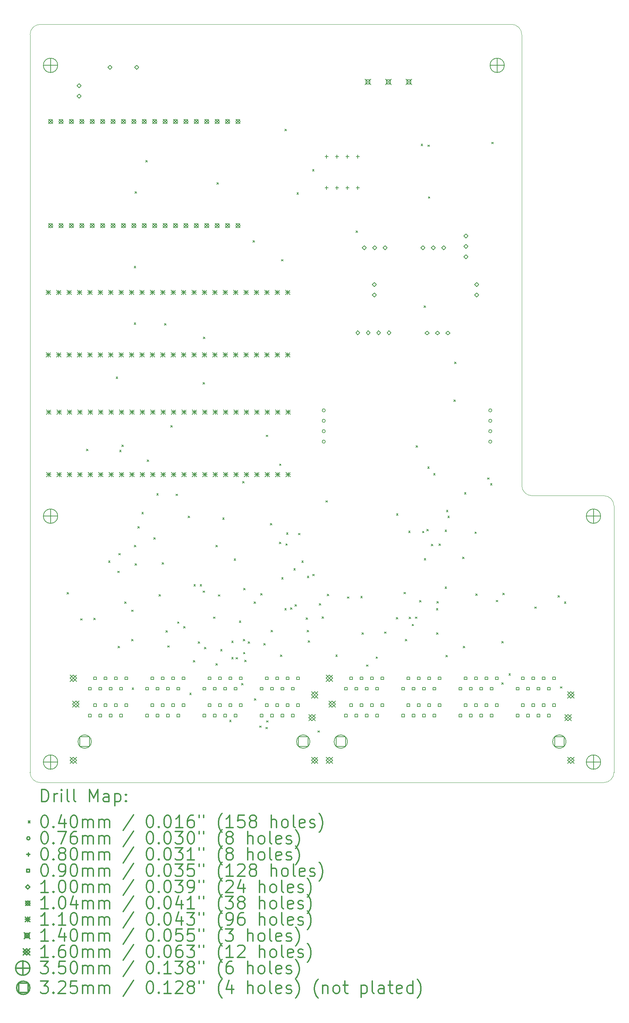
<source format=gbr>
%FSLAX45Y45*%
G04 Gerber Fmt 4.5, Leading zero omitted, Abs format (unit mm)*
G04 Created by KiCad (PCBNEW (5.1.9-0-10_14)) date 2021-08-20 09:49:35*
%MOMM*%
%LPD*%
G01*
G04 APERTURE LIST*
%TA.AperFunction,Profile*%
%ADD10C,0.050000*%
%TD*%
%ADD11C,0.200000*%
%ADD12C,0.300000*%
G04 APERTURE END LIST*
D10*
X14750000Y-4000000D02*
G75*
G02*
X15000000Y-4250000I0J-250000D01*
G01*
X3000000Y-4250000D02*
G75*
G02*
X3250000Y-4000000I250000J0D01*
G01*
X3250000Y-22500000D02*
G75*
G02*
X3000000Y-22250000I0J250000D01*
G01*
X17250000Y-22250000D02*
G75*
G02*
X17000000Y-22500000I-250000J0D01*
G01*
X17000000Y-15500000D02*
G75*
G02*
X17250000Y-15750000I0J-250000D01*
G01*
X15250000Y-15500000D02*
G75*
G02*
X15000000Y-15250000I0J250000D01*
G01*
X17000000Y-15500000D02*
X15250000Y-15500000D01*
X17250000Y-22250000D02*
X17250000Y-15750000D01*
X3250000Y-22500000D02*
X17000000Y-22500000D01*
X15000000Y-4250000D02*
X15000000Y-15250000D01*
X14750000Y-4000000D02*
X3250000Y-4000000D01*
X3000000Y-22250000D02*
X3000000Y-4250000D01*
D11*
X3899570Y-17861750D02*
X3939570Y-17901750D01*
X3939570Y-17861750D02*
X3899570Y-17901750D01*
X4231510Y-18498440D02*
X4271510Y-18538440D01*
X4271510Y-18498440D02*
X4231510Y-18538440D01*
X4374180Y-14363410D02*
X4414180Y-14403410D01*
X4414180Y-14363410D02*
X4374180Y-14403410D01*
X4552780Y-18488540D02*
X4592780Y-18528540D01*
X4592780Y-18488540D02*
X4552780Y-18528540D01*
X4914800Y-17087790D02*
X4954800Y-17127790D01*
X4954800Y-17087790D02*
X4914800Y-17127790D01*
X5100000Y-12600000D02*
X5140000Y-12640000D01*
X5140000Y-12600000D02*
X5100000Y-12640000D01*
X5140000Y-17340000D02*
X5180000Y-17380000D01*
X5180000Y-17340000D02*
X5140000Y-17380000D01*
X5143720Y-19173060D02*
X5183720Y-19213060D01*
X5183720Y-19173060D02*
X5143720Y-19213060D01*
X5162330Y-16907010D02*
X5202330Y-16947010D01*
X5202330Y-16907010D02*
X5162330Y-16947010D01*
X5185190Y-14388610D02*
X5225190Y-14428610D01*
X5225190Y-14388610D02*
X5185190Y-14428610D01*
X5241360Y-14262810D02*
X5281360Y-14302810D01*
X5281360Y-14262810D02*
X5241360Y-14302810D01*
X5307430Y-18087300D02*
X5347430Y-18127300D01*
X5347430Y-18087300D02*
X5307430Y-18127300D01*
X5474990Y-18288290D02*
X5514990Y-18328290D01*
X5514990Y-18288290D02*
X5474990Y-18328290D01*
X5479690Y-19003560D02*
X5519690Y-19043560D01*
X5519690Y-19003560D02*
X5479690Y-19043560D01*
X5490650Y-20188000D02*
X5530650Y-20228000D01*
X5530650Y-20188000D02*
X5490650Y-20228000D01*
X5540000Y-9900000D02*
X5580000Y-9940000D01*
X5580000Y-9900000D02*
X5540000Y-9940000D01*
X5540000Y-11280000D02*
X5580000Y-11320000D01*
X5580000Y-11280000D02*
X5540000Y-11320000D01*
X5544240Y-16711050D02*
X5584240Y-16751050D01*
X5584240Y-16711050D02*
X5544240Y-16751050D01*
X5560000Y-8080000D02*
X5600000Y-8120000D01*
X5600000Y-8080000D02*
X5560000Y-8120000D01*
X5560000Y-17160000D02*
X5600000Y-17200000D01*
X5600000Y-17160000D02*
X5560000Y-17200000D01*
X5631110Y-16248610D02*
X5671110Y-16288610D01*
X5671110Y-16248610D02*
X5631110Y-16288610D01*
X5726690Y-15906940D02*
X5766690Y-15946940D01*
X5766690Y-15906940D02*
X5726690Y-15946940D01*
X5821990Y-7319070D02*
X5861990Y-7359070D01*
X5861990Y-7319070D02*
X5821990Y-7359070D01*
X5857320Y-14624870D02*
X5897320Y-14664870D01*
X5897320Y-14624870D02*
X5857320Y-14664870D01*
X6021460Y-16521460D02*
X6061460Y-16561460D01*
X6061460Y-16521460D02*
X6021460Y-16561460D01*
X6089800Y-15448420D02*
X6129800Y-15488420D01*
X6129800Y-15448420D02*
X6089800Y-15488420D01*
X6146280Y-17912720D02*
X6186280Y-17952720D01*
X6186280Y-17912720D02*
X6146280Y-17952720D01*
X6221660Y-17129060D02*
X6261660Y-17169060D01*
X6261660Y-17129060D02*
X6221660Y-17169060D01*
X6280000Y-11300000D02*
X6320000Y-11340000D01*
X6320000Y-11300000D02*
X6280000Y-11340000D01*
X6315760Y-18788880D02*
X6355760Y-18828880D01*
X6355760Y-18788880D02*
X6315760Y-18828880D01*
X6360000Y-19160000D02*
X6400000Y-19200000D01*
X6400000Y-19160000D02*
X6360000Y-19200000D01*
X6435320Y-13785930D02*
X6475320Y-13825930D01*
X6475320Y-13785930D02*
X6435320Y-13825930D01*
X6560000Y-15460000D02*
X6600000Y-15500000D01*
X6600000Y-15460000D02*
X6560000Y-15500000D01*
X6598600Y-18575510D02*
X6638600Y-18615510D01*
X6638600Y-18575510D02*
X6598600Y-18615510D01*
X6749380Y-18691430D02*
X6789380Y-18731430D01*
X6789380Y-18691430D02*
X6749380Y-18731430D01*
X6860000Y-16000000D02*
X6900000Y-16040000D01*
X6900000Y-16000000D02*
X6860000Y-16040000D01*
X6895340Y-20314030D02*
X6935340Y-20354030D01*
X6935340Y-20314030D02*
X6895340Y-20354030D01*
X6983250Y-19520930D02*
X7023250Y-19560930D01*
X7023250Y-19520930D02*
X6983250Y-19560930D01*
X6995920Y-17663500D02*
X7035920Y-17703500D01*
X7035920Y-17663500D02*
X6995920Y-17703500D01*
X7102870Y-19063460D02*
X7142870Y-19103460D01*
X7142870Y-19063460D02*
X7102870Y-19103460D01*
X7148630Y-17663490D02*
X7188630Y-17703490D01*
X7188630Y-17663490D02*
X7148630Y-17703490D01*
X7220000Y-12740000D02*
X7260000Y-12780000D01*
X7260000Y-12740000D02*
X7220000Y-12780000D01*
X7224160Y-17821540D02*
X7264160Y-17861540D01*
X7264160Y-17821540D02*
X7224160Y-17861540D01*
X7228550Y-11626890D02*
X7268550Y-11666890D01*
X7268550Y-11626890D02*
X7228550Y-11666890D01*
X7253560Y-19195640D02*
X7293560Y-19235640D01*
X7293560Y-19195640D02*
X7253560Y-19235640D01*
X7476170Y-18456100D02*
X7516170Y-18496100D01*
X7516170Y-18456100D02*
X7476170Y-18496100D01*
X7536430Y-19597980D02*
X7576430Y-19637980D01*
X7576430Y-19597980D02*
X7536430Y-19637980D01*
X7536450Y-16711050D02*
X7576450Y-16751050D01*
X7576450Y-16711050D02*
X7536450Y-16751050D01*
X7560000Y-7860000D02*
X7600000Y-7900000D01*
X7600000Y-7860000D02*
X7560000Y-7900000D01*
X7592240Y-17915730D02*
X7632240Y-17955730D01*
X7632240Y-17915730D02*
X7592240Y-17955730D01*
X7649400Y-19245530D02*
X7689400Y-19285530D01*
X7689400Y-19245530D02*
X7649400Y-19285530D01*
X7700000Y-16040000D02*
X7740000Y-16080000D01*
X7740000Y-16040000D02*
X7700000Y-16080000D01*
X7869010Y-20974890D02*
X7909010Y-21014890D01*
X7909010Y-20974890D02*
X7869010Y-21014890D01*
X7920060Y-19045800D02*
X7960060Y-19085800D01*
X7960060Y-19045800D02*
X7920060Y-19085800D01*
X7920060Y-19445770D02*
X7960060Y-19485770D01*
X7960060Y-19445770D02*
X7920060Y-19485770D01*
X7980000Y-17040000D02*
X8020000Y-17080000D01*
X8020000Y-17040000D02*
X7980000Y-17080000D01*
X8024660Y-19447050D02*
X8064660Y-19487050D01*
X8064660Y-19447050D02*
X8024660Y-19487050D01*
X8105010Y-18556480D02*
X8145010Y-18596480D01*
X8145010Y-18556480D02*
X8105010Y-18596480D01*
X8158640Y-20076820D02*
X8198640Y-20116820D01*
X8198640Y-20076820D02*
X8158640Y-20116820D01*
X8185940Y-15149780D02*
X8225940Y-15189780D01*
X8225940Y-15149780D02*
X8185940Y-15189780D01*
X8203400Y-19002670D02*
X8243400Y-19042670D01*
X8243400Y-19002670D02*
X8203400Y-19042670D01*
X8206860Y-19319810D02*
X8246860Y-19359810D01*
X8246860Y-19319810D02*
X8206860Y-19359810D01*
X8211240Y-17760830D02*
X8251240Y-17800830D01*
X8251240Y-17760830D02*
X8211240Y-17800830D01*
X8237620Y-19509910D02*
X8277620Y-19549910D01*
X8277620Y-19509910D02*
X8237620Y-19549910D01*
X8319210Y-19061650D02*
X8359210Y-19101650D01*
X8359210Y-19061650D02*
X8319210Y-19101650D01*
X8442400Y-9272000D02*
X8482400Y-9312000D01*
X8482400Y-9272000D02*
X8442400Y-9312000D01*
X8468370Y-18088430D02*
X8508370Y-18128430D01*
X8508370Y-18088430D02*
X8468370Y-18128430D01*
X8473290Y-20450940D02*
X8513290Y-20490940D01*
X8513290Y-20450940D02*
X8473290Y-20490940D01*
X8598150Y-21116060D02*
X8638150Y-21156060D01*
X8638150Y-21116060D02*
X8598150Y-21156060D01*
X8626310Y-17887880D02*
X8666310Y-17927880D01*
X8666310Y-17887880D02*
X8626310Y-17927880D01*
X8700740Y-19102900D02*
X8740740Y-19142900D01*
X8740740Y-19102900D02*
X8700740Y-19142900D01*
X8751590Y-21148680D02*
X8791590Y-21188680D01*
X8791590Y-21148680D02*
X8751590Y-21188680D01*
X8760000Y-14020000D02*
X8800000Y-14060000D01*
X8800000Y-14020000D02*
X8760000Y-14060000D01*
X8772630Y-20987730D02*
X8812630Y-21027730D01*
X8812630Y-20987730D02*
X8772630Y-21027730D01*
X8866390Y-16175660D02*
X8906390Y-16215660D01*
X8906390Y-16175660D02*
X8866390Y-16215660D01*
X8880000Y-18780000D02*
X8920000Y-18820000D01*
X8920000Y-18780000D02*
X8880000Y-18820000D01*
X9081900Y-16630800D02*
X9121900Y-16670800D01*
X9121900Y-16630800D02*
X9081900Y-16670800D01*
X9088470Y-14722850D02*
X9128470Y-14762850D01*
X9128470Y-14722850D02*
X9088470Y-14762850D01*
X9106550Y-19386330D02*
X9146550Y-19426330D01*
X9146550Y-19386330D02*
X9106550Y-19426330D01*
X9136150Y-9736200D02*
X9176150Y-9776200D01*
X9176150Y-9736200D02*
X9136150Y-9776200D01*
X9139430Y-17493330D02*
X9179430Y-17533330D01*
X9179430Y-17493330D02*
X9139430Y-17533330D01*
X9214510Y-18249150D02*
X9254510Y-18289150D01*
X9254510Y-18249150D02*
X9214510Y-18289150D01*
X9220000Y-6560000D02*
X9260000Y-6600000D01*
X9260000Y-6560000D02*
X9220000Y-6600000D01*
X9240120Y-16669340D02*
X9280120Y-16709340D01*
X9280120Y-16669340D02*
X9240120Y-16709340D01*
X9256590Y-16404600D02*
X9296590Y-16444600D01*
X9296590Y-16404600D02*
X9256590Y-16444600D01*
X9353880Y-18229430D02*
X9393880Y-18269430D01*
X9393880Y-18229430D02*
X9353880Y-18269430D01*
X9435750Y-17278090D02*
X9475750Y-17318090D01*
X9475750Y-17278090D02*
X9435750Y-17318090D01*
X9466930Y-18156890D02*
X9506930Y-18196890D01*
X9506930Y-18156890D02*
X9466930Y-18196890D01*
X9510440Y-8107170D02*
X9550440Y-8147170D01*
X9550440Y-8107170D02*
X9510440Y-8147170D01*
X9550800Y-16416350D02*
X9590800Y-16456350D01*
X9590800Y-16416350D02*
X9550800Y-16456350D01*
X9629590Y-17091430D02*
X9669590Y-17131430D01*
X9669590Y-17091430D02*
X9629590Y-17131430D01*
X9737230Y-18480500D02*
X9777230Y-18520500D01*
X9777230Y-18480500D02*
X9737230Y-18520500D01*
X9760430Y-18779950D02*
X9800430Y-18819950D01*
X9800430Y-18779950D02*
X9760430Y-18819950D01*
X9766260Y-17458960D02*
X9806260Y-17498960D01*
X9806260Y-17458960D02*
X9766260Y-17498960D01*
X9787550Y-19039530D02*
X9827550Y-19079530D01*
X9827550Y-19039530D02*
X9787550Y-19079530D01*
X9892290Y-7540250D02*
X9932290Y-7580250D01*
X9932290Y-7540250D02*
X9892290Y-7580250D01*
X9897840Y-17415440D02*
X9937840Y-17455440D01*
X9937840Y-17415440D02*
X9897840Y-17455440D01*
X10025010Y-21234510D02*
X10065010Y-21274510D01*
X10065010Y-21234510D02*
X10025010Y-21274510D01*
X10057800Y-18128800D02*
X10097800Y-18168800D01*
X10097800Y-18128800D02*
X10057800Y-18168800D01*
X10122200Y-18455660D02*
X10162200Y-18495660D01*
X10162200Y-18455660D02*
X10122200Y-18495660D01*
X10220000Y-15620000D02*
X10260000Y-15660000D01*
X10260000Y-15620000D02*
X10220000Y-15660000D01*
X10249200Y-17900930D02*
X10289200Y-17940930D01*
X10289200Y-17900930D02*
X10249200Y-17940930D01*
X10459450Y-19383590D02*
X10499450Y-19423590D01*
X10499450Y-19383590D02*
X10459450Y-19423590D01*
X10740340Y-17965200D02*
X10780340Y-18005200D01*
X10780340Y-17965200D02*
X10740340Y-18005200D01*
X10954200Y-9035640D02*
X10994200Y-9075640D01*
X10994200Y-9035640D02*
X10954200Y-9075640D01*
X11068370Y-17950760D02*
X11108370Y-17990760D01*
X11108370Y-17950760D02*
X11068370Y-17990760D01*
X11100000Y-18840000D02*
X11140000Y-18880000D01*
X11140000Y-18840000D02*
X11100000Y-18880000D01*
X11211150Y-19625930D02*
X11251150Y-19665930D01*
X11251150Y-19625930D02*
X11211150Y-19665930D01*
X11442450Y-19429560D02*
X11482450Y-19469560D01*
X11482450Y-19429560D02*
X11442450Y-19469560D01*
X11647710Y-18820670D02*
X11687710Y-18860670D01*
X11687710Y-18820670D02*
X11647710Y-18860670D01*
X11938940Y-18471280D02*
X11978940Y-18511280D01*
X11978940Y-18471280D02*
X11938940Y-18511280D01*
X11942420Y-15935700D02*
X11982420Y-15975700D01*
X11982420Y-15935700D02*
X11942420Y-15975700D01*
X12126200Y-17855270D02*
X12166200Y-17895270D01*
X12166200Y-17855270D02*
X12126200Y-17895270D01*
X12159690Y-19000040D02*
X12199690Y-19040040D01*
X12199690Y-19000040D02*
X12159690Y-19040040D01*
X12238730Y-16361110D02*
X12278730Y-16401110D01*
X12278730Y-16361110D02*
X12238730Y-16401110D01*
X12253200Y-18463810D02*
X12293200Y-18503810D01*
X12293200Y-18463810D02*
X12253200Y-18503810D01*
X12321520Y-18634710D02*
X12361520Y-18674710D01*
X12361520Y-18634710D02*
X12321520Y-18674710D01*
X12405130Y-18456950D02*
X12445130Y-18496950D01*
X12445130Y-18456950D02*
X12405130Y-18496950D01*
X12421260Y-14276900D02*
X12461260Y-14316900D01*
X12461260Y-14276900D02*
X12421260Y-14316900D01*
X12507200Y-18053550D02*
X12547200Y-18093550D01*
X12547200Y-18053550D02*
X12507200Y-18093550D01*
X12541530Y-6923260D02*
X12581530Y-6963260D01*
X12581530Y-6923260D02*
X12541530Y-6963260D01*
X12576830Y-16366520D02*
X12616830Y-16406520D01*
X12616830Y-16366520D02*
X12576830Y-16406520D01*
X12611640Y-10865520D02*
X12651640Y-10905520D01*
X12651640Y-10865520D02*
X12611640Y-10905520D01*
X12618100Y-17028790D02*
X12658100Y-17068790D01*
X12658100Y-17028790D02*
X12618100Y-17068790D01*
X12683830Y-16320260D02*
X12723830Y-16360260D01*
X12723830Y-16320260D02*
X12683830Y-16360260D01*
X12702940Y-14797870D02*
X12742940Y-14837870D01*
X12742940Y-14797870D02*
X12702940Y-14837870D01*
X12705000Y-6941250D02*
X12745000Y-6981250D01*
X12745000Y-6941250D02*
X12705000Y-6981250D01*
X12720300Y-8204620D02*
X12760300Y-8244620D01*
X12760300Y-8204620D02*
X12720300Y-8244620D01*
X12791840Y-16681860D02*
X12831840Y-16721860D01*
X12831840Y-16681860D02*
X12791840Y-16721860D01*
X12846830Y-14955940D02*
X12886830Y-14995940D01*
X12886830Y-14955940D02*
X12846830Y-14995940D01*
X12915630Y-18247820D02*
X12955630Y-18287820D01*
X12955630Y-18247820D02*
X12915630Y-18287820D01*
X12920000Y-18840000D02*
X12960000Y-18880000D01*
X12960000Y-18840000D02*
X12920000Y-18880000D01*
X12928090Y-18080000D02*
X12968090Y-18120000D01*
X12968090Y-18080000D02*
X12928090Y-18120000D01*
X12979750Y-16677460D02*
X13019750Y-16717460D01*
X13019750Y-16677460D02*
X12979750Y-16717460D01*
X13127200Y-16334220D02*
X13167200Y-16374220D01*
X13167200Y-16334220D02*
X13127200Y-16374220D01*
X13127200Y-17727270D02*
X13167200Y-17767270D01*
X13167200Y-17727270D02*
X13127200Y-17767270D01*
X13145790Y-19391380D02*
X13185790Y-19431380D01*
X13185790Y-19391380D02*
X13145790Y-19431380D01*
X13161360Y-15853540D02*
X13201360Y-15893540D01*
X13201360Y-15853540D02*
X13161360Y-15893540D01*
X13193680Y-15997530D02*
X13233680Y-16037530D01*
X13233680Y-15997530D02*
X13193680Y-16037530D01*
X13340000Y-13160000D02*
X13380000Y-13200000D01*
X13380000Y-13160000D02*
X13340000Y-13200000D01*
X13360000Y-12240000D02*
X13400000Y-12280000D01*
X13400000Y-12240000D02*
X13360000Y-12280000D01*
X13553940Y-16998070D02*
X13593940Y-17038070D01*
X13593940Y-16998070D02*
X13553940Y-17038070D01*
X13572630Y-19172450D02*
X13612630Y-19212450D01*
X13612630Y-19172450D02*
X13572630Y-19212450D01*
X13600000Y-15420000D02*
X13640000Y-15460000D01*
X13640000Y-15420000D02*
X13600000Y-15460000D01*
X13854520Y-16382220D02*
X13894520Y-16422220D01*
X13894520Y-16382220D02*
X13854520Y-16422220D01*
X13876900Y-17892500D02*
X13916900Y-17932500D01*
X13916900Y-17892500D02*
X13876900Y-17932500D01*
X14166540Y-15061800D02*
X14206540Y-15101800D01*
X14206540Y-15061800D02*
X14166540Y-15101800D01*
X14235730Y-15200690D02*
X14275730Y-15240690D01*
X14275730Y-15200690D02*
X14235730Y-15240690D01*
X14267120Y-6874000D02*
X14307120Y-6914000D01*
X14307120Y-6874000D02*
X14267120Y-6914000D01*
X14376630Y-18050770D02*
X14416630Y-18090770D01*
X14416630Y-18050770D02*
X14376630Y-18090770D01*
X14511300Y-19055520D02*
X14551300Y-19095520D01*
X14551300Y-19055520D02*
X14511300Y-19095520D01*
X14511300Y-20062170D02*
X14551300Y-20102170D01*
X14551300Y-20062170D02*
X14511300Y-20102170D01*
X14533750Y-17874920D02*
X14573750Y-17914920D01*
X14573750Y-17874920D02*
X14533750Y-17914920D01*
X14685210Y-19843580D02*
X14725210Y-19883580D01*
X14725210Y-19843580D02*
X14685210Y-19883580D01*
X15317610Y-18211380D02*
X15357610Y-18251380D01*
X15357610Y-18211380D02*
X15317610Y-18251380D01*
X15880000Y-17933430D02*
X15920000Y-17973430D01*
X15920000Y-17933430D02*
X15880000Y-17973430D01*
X15942230Y-20158120D02*
X15982230Y-20198120D01*
X15982230Y-20158120D02*
X15942230Y-20198120D01*
X16039840Y-18090350D02*
X16079840Y-18130350D01*
X16079840Y-18090350D02*
X16039840Y-18130350D01*
X10206100Y-13419000D02*
G75*
G03*
X10206100Y-13419000I-38100J0D01*
G01*
X10206100Y-13673000D02*
G75*
G03*
X10206100Y-13673000I-38100J0D01*
G01*
X10206100Y-13927000D02*
G75*
G03*
X10206100Y-13927000I-38100J0D01*
G01*
X10206100Y-14181000D02*
G75*
G03*
X10206100Y-14181000I-38100J0D01*
G01*
X14270100Y-13419000D02*
G75*
G03*
X14270100Y-13419000I-38100J0D01*
G01*
X14270100Y-13673000D02*
G75*
G03*
X14270100Y-13673000I-38100J0D01*
G01*
X14270100Y-13927000D02*
G75*
G03*
X14270100Y-13927000I-38100J0D01*
G01*
X14270100Y-14181000D02*
G75*
G03*
X14270100Y-14181000I-38100J0D01*
G01*
X10238000Y-7183250D02*
X10238000Y-7263250D01*
X10198000Y-7223250D02*
X10278000Y-7223250D01*
X10238000Y-7945250D02*
X10238000Y-8025250D01*
X10198000Y-7985250D02*
X10278000Y-7985250D01*
X10492000Y-7183250D02*
X10492000Y-7263250D01*
X10452000Y-7223250D02*
X10532000Y-7223250D01*
X10492000Y-7945250D02*
X10492000Y-8025250D01*
X10452000Y-7985250D02*
X10532000Y-7985250D01*
X10746000Y-7183250D02*
X10746000Y-7263250D01*
X10706000Y-7223250D02*
X10786000Y-7223250D01*
X10746000Y-7945250D02*
X10746000Y-8025250D01*
X10706000Y-7985250D02*
X10786000Y-7985250D01*
X11000000Y-7183250D02*
X11000000Y-7263250D01*
X10960000Y-7223250D02*
X11040000Y-7223250D01*
X11000000Y-7945250D02*
X11000000Y-8025250D01*
X10960000Y-7985250D02*
X11040000Y-7985250D01*
X4491820Y-20239820D02*
X4491820Y-20176180D01*
X4428180Y-20176180D01*
X4428180Y-20239820D01*
X4491820Y-20239820D01*
X4491820Y-20896820D02*
X4491820Y-20833180D01*
X4428180Y-20833180D01*
X4428180Y-20896820D01*
X4491820Y-20896820D01*
X4617820Y-19985820D02*
X4617820Y-19922180D01*
X4554180Y-19922180D01*
X4554180Y-19985820D01*
X4617820Y-19985820D01*
X4617820Y-20642820D02*
X4617820Y-20579180D01*
X4554180Y-20579180D01*
X4554180Y-20642820D01*
X4617820Y-20642820D01*
X4745820Y-20239820D02*
X4745820Y-20176180D01*
X4682180Y-20176180D01*
X4682180Y-20239820D01*
X4745820Y-20239820D01*
X4745820Y-20896820D02*
X4745820Y-20833180D01*
X4682180Y-20833180D01*
X4682180Y-20896820D01*
X4745820Y-20896820D01*
X4871820Y-19985820D02*
X4871820Y-19922180D01*
X4808180Y-19922180D01*
X4808180Y-19985820D01*
X4871820Y-19985820D01*
X4871820Y-20642820D02*
X4871820Y-20579180D01*
X4808180Y-20579180D01*
X4808180Y-20642820D01*
X4871820Y-20642820D01*
X4999820Y-20239820D02*
X4999820Y-20176180D01*
X4936180Y-20176180D01*
X4936180Y-20239820D01*
X4999820Y-20239820D01*
X4999820Y-20896820D02*
X4999820Y-20833180D01*
X4936180Y-20833180D01*
X4936180Y-20896820D01*
X4999820Y-20896820D01*
X5125820Y-19985820D02*
X5125820Y-19922180D01*
X5062180Y-19922180D01*
X5062180Y-19985820D01*
X5125820Y-19985820D01*
X5125820Y-20642820D02*
X5125820Y-20579180D01*
X5062180Y-20579180D01*
X5062180Y-20642820D01*
X5125820Y-20642820D01*
X5253820Y-20239820D02*
X5253820Y-20176180D01*
X5190180Y-20176180D01*
X5190180Y-20239820D01*
X5253820Y-20239820D01*
X5253820Y-20896820D02*
X5253820Y-20833180D01*
X5190180Y-20833180D01*
X5190180Y-20896820D01*
X5253820Y-20896820D01*
X5379820Y-19985820D02*
X5379820Y-19922180D01*
X5316180Y-19922180D01*
X5316180Y-19985820D01*
X5379820Y-19985820D01*
X5379820Y-20642820D02*
X5379820Y-20579180D01*
X5316180Y-20579180D01*
X5316180Y-20642820D01*
X5379820Y-20642820D01*
X5888820Y-20239820D02*
X5888820Y-20176180D01*
X5825180Y-20176180D01*
X5825180Y-20239820D01*
X5888820Y-20239820D01*
X5888820Y-20896820D02*
X5888820Y-20833180D01*
X5825180Y-20833180D01*
X5825180Y-20896820D01*
X5888820Y-20896820D01*
X6014820Y-19985820D02*
X6014820Y-19922180D01*
X5951180Y-19922180D01*
X5951180Y-19985820D01*
X6014820Y-19985820D01*
X6014820Y-20642820D02*
X6014820Y-20579180D01*
X5951180Y-20579180D01*
X5951180Y-20642820D01*
X6014820Y-20642820D01*
X6142820Y-20239820D02*
X6142820Y-20176180D01*
X6079180Y-20176180D01*
X6079180Y-20239820D01*
X6142820Y-20239820D01*
X6142820Y-20896820D02*
X6142820Y-20833180D01*
X6079180Y-20833180D01*
X6079180Y-20896820D01*
X6142820Y-20896820D01*
X6268820Y-19985820D02*
X6268820Y-19922180D01*
X6205180Y-19922180D01*
X6205180Y-19985820D01*
X6268820Y-19985820D01*
X6268820Y-20642820D02*
X6268820Y-20579180D01*
X6205180Y-20579180D01*
X6205180Y-20642820D01*
X6268820Y-20642820D01*
X6396820Y-20239820D02*
X6396820Y-20176180D01*
X6333180Y-20176180D01*
X6333180Y-20239820D01*
X6396820Y-20239820D01*
X6396820Y-20896820D02*
X6396820Y-20833180D01*
X6333180Y-20833180D01*
X6333180Y-20896820D01*
X6396820Y-20896820D01*
X6522820Y-19985820D02*
X6522820Y-19922180D01*
X6459180Y-19922180D01*
X6459180Y-19985820D01*
X6522820Y-19985820D01*
X6522820Y-20642820D02*
X6522820Y-20579180D01*
X6459180Y-20579180D01*
X6459180Y-20642820D01*
X6522820Y-20642820D01*
X6650820Y-20239820D02*
X6650820Y-20176180D01*
X6587180Y-20176180D01*
X6587180Y-20239820D01*
X6650820Y-20239820D01*
X6650820Y-20896820D02*
X6650820Y-20833180D01*
X6587180Y-20833180D01*
X6587180Y-20896820D01*
X6650820Y-20896820D01*
X6776820Y-19985820D02*
X6776820Y-19922180D01*
X6713180Y-19922180D01*
X6713180Y-19985820D01*
X6776820Y-19985820D01*
X6776820Y-20642820D02*
X6776820Y-20579180D01*
X6713180Y-20579180D01*
X6713180Y-20642820D01*
X6776820Y-20642820D01*
X7285820Y-20239820D02*
X7285820Y-20176180D01*
X7222180Y-20176180D01*
X7222180Y-20239820D01*
X7285820Y-20239820D01*
X7285820Y-20896820D02*
X7285820Y-20833180D01*
X7222180Y-20833180D01*
X7222180Y-20896820D01*
X7285820Y-20896820D01*
X7411820Y-19985820D02*
X7411820Y-19922180D01*
X7348180Y-19922180D01*
X7348180Y-19985820D01*
X7411820Y-19985820D01*
X7411820Y-20642820D02*
X7411820Y-20579180D01*
X7348180Y-20579180D01*
X7348180Y-20642820D01*
X7411820Y-20642820D01*
X7539820Y-20239820D02*
X7539820Y-20176180D01*
X7476180Y-20176180D01*
X7476180Y-20239820D01*
X7539820Y-20239820D01*
X7539820Y-20896820D02*
X7539820Y-20833180D01*
X7476180Y-20833180D01*
X7476180Y-20896820D01*
X7539820Y-20896820D01*
X7665820Y-19985820D02*
X7665820Y-19922180D01*
X7602180Y-19922180D01*
X7602180Y-19985820D01*
X7665820Y-19985820D01*
X7665820Y-20642820D02*
X7665820Y-20579180D01*
X7602180Y-20579180D01*
X7602180Y-20642820D01*
X7665820Y-20642820D01*
X7793820Y-20239820D02*
X7793820Y-20176180D01*
X7730180Y-20176180D01*
X7730180Y-20239820D01*
X7793820Y-20239820D01*
X7793820Y-20896820D02*
X7793820Y-20833180D01*
X7730180Y-20833180D01*
X7730180Y-20896820D01*
X7793820Y-20896820D01*
X7919820Y-19985820D02*
X7919820Y-19922180D01*
X7856180Y-19922180D01*
X7856180Y-19985820D01*
X7919820Y-19985820D01*
X7919820Y-20642820D02*
X7919820Y-20579180D01*
X7856180Y-20579180D01*
X7856180Y-20642820D01*
X7919820Y-20642820D01*
X8047820Y-20239820D02*
X8047820Y-20176180D01*
X7984180Y-20176180D01*
X7984180Y-20239820D01*
X8047820Y-20239820D01*
X8047820Y-20896820D02*
X8047820Y-20833180D01*
X7984180Y-20833180D01*
X7984180Y-20896820D01*
X8047820Y-20896820D01*
X8173820Y-19985820D02*
X8173820Y-19922180D01*
X8110180Y-19922180D01*
X8110180Y-19985820D01*
X8173820Y-19985820D01*
X8173820Y-20642820D02*
X8173820Y-20579180D01*
X8110180Y-20579180D01*
X8110180Y-20642820D01*
X8173820Y-20642820D01*
X8682820Y-20239820D02*
X8682820Y-20176180D01*
X8619180Y-20176180D01*
X8619180Y-20239820D01*
X8682820Y-20239820D01*
X8682820Y-20896820D02*
X8682820Y-20833180D01*
X8619180Y-20833180D01*
X8619180Y-20896820D01*
X8682820Y-20896820D01*
X8808820Y-19985820D02*
X8808820Y-19922180D01*
X8745180Y-19922180D01*
X8745180Y-19985820D01*
X8808820Y-19985820D01*
X8808820Y-20642820D02*
X8808820Y-20579180D01*
X8745180Y-20579180D01*
X8745180Y-20642820D01*
X8808820Y-20642820D01*
X8936820Y-20239820D02*
X8936820Y-20176180D01*
X8873180Y-20176180D01*
X8873180Y-20239820D01*
X8936820Y-20239820D01*
X8936820Y-20896820D02*
X8936820Y-20833180D01*
X8873180Y-20833180D01*
X8873180Y-20896820D01*
X8936820Y-20896820D01*
X9062820Y-19985820D02*
X9062820Y-19922180D01*
X8999180Y-19922180D01*
X8999180Y-19985820D01*
X9062820Y-19985820D01*
X9062820Y-20642820D02*
X9062820Y-20579180D01*
X8999180Y-20579180D01*
X8999180Y-20642820D01*
X9062820Y-20642820D01*
X9190820Y-20239820D02*
X9190820Y-20176180D01*
X9127180Y-20176180D01*
X9127180Y-20239820D01*
X9190820Y-20239820D01*
X9190820Y-20896820D02*
X9190820Y-20833180D01*
X9127180Y-20833180D01*
X9127180Y-20896820D01*
X9190820Y-20896820D01*
X9316820Y-19985820D02*
X9316820Y-19922180D01*
X9253180Y-19922180D01*
X9253180Y-19985820D01*
X9316820Y-19985820D01*
X9316820Y-20642820D02*
X9316820Y-20579180D01*
X9253180Y-20579180D01*
X9253180Y-20642820D01*
X9316820Y-20642820D01*
X9444820Y-20239820D02*
X9444820Y-20176180D01*
X9381180Y-20176180D01*
X9381180Y-20239820D01*
X9444820Y-20239820D01*
X9444820Y-20896820D02*
X9444820Y-20833180D01*
X9381180Y-20833180D01*
X9381180Y-20896820D01*
X9444820Y-20896820D01*
X9570820Y-19985820D02*
X9570820Y-19922180D01*
X9507180Y-19922180D01*
X9507180Y-19985820D01*
X9570820Y-19985820D01*
X9570820Y-20642820D02*
X9570820Y-20579180D01*
X9507180Y-20579180D01*
X9507180Y-20642820D01*
X9570820Y-20642820D01*
X10741820Y-20239820D02*
X10741820Y-20176180D01*
X10678180Y-20176180D01*
X10678180Y-20239820D01*
X10741820Y-20239820D01*
X10741820Y-20896820D02*
X10741820Y-20833180D01*
X10678180Y-20833180D01*
X10678180Y-20896820D01*
X10741820Y-20896820D01*
X10867820Y-19985820D02*
X10867820Y-19922180D01*
X10804180Y-19922180D01*
X10804180Y-19985820D01*
X10867820Y-19985820D01*
X10867820Y-20642820D02*
X10867820Y-20579180D01*
X10804180Y-20579180D01*
X10804180Y-20642820D01*
X10867820Y-20642820D01*
X10995820Y-20239820D02*
X10995820Y-20176180D01*
X10932180Y-20176180D01*
X10932180Y-20239820D01*
X10995820Y-20239820D01*
X10995820Y-20896820D02*
X10995820Y-20833180D01*
X10932180Y-20833180D01*
X10932180Y-20896820D01*
X10995820Y-20896820D01*
X11121820Y-19985820D02*
X11121820Y-19922180D01*
X11058180Y-19922180D01*
X11058180Y-19985820D01*
X11121820Y-19985820D01*
X11121820Y-20642820D02*
X11121820Y-20579180D01*
X11058180Y-20579180D01*
X11058180Y-20642820D01*
X11121820Y-20642820D01*
X11249820Y-20239820D02*
X11249820Y-20176180D01*
X11186180Y-20176180D01*
X11186180Y-20239820D01*
X11249820Y-20239820D01*
X11249820Y-20896820D02*
X11249820Y-20833180D01*
X11186180Y-20833180D01*
X11186180Y-20896820D01*
X11249820Y-20896820D01*
X11375820Y-19985820D02*
X11375820Y-19922180D01*
X11312180Y-19922180D01*
X11312180Y-19985820D01*
X11375820Y-19985820D01*
X11375820Y-20642820D02*
X11375820Y-20579180D01*
X11312180Y-20579180D01*
X11312180Y-20642820D01*
X11375820Y-20642820D01*
X11503820Y-20239820D02*
X11503820Y-20176180D01*
X11440180Y-20176180D01*
X11440180Y-20239820D01*
X11503820Y-20239820D01*
X11503820Y-20896820D02*
X11503820Y-20833180D01*
X11440180Y-20833180D01*
X11440180Y-20896820D01*
X11503820Y-20896820D01*
X11629820Y-19985820D02*
X11629820Y-19922180D01*
X11566180Y-19922180D01*
X11566180Y-19985820D01*
X11629820Y-19985820D01*
X11629820Y-20642820D02*
X11629820Y-20579180D01*
X11566180Y-20579180D01*
X11566180Y-20642820D01*
X11629820Y-20642820D01*
X12138820Y-20239820D02*
X12138820Y-20176180D01*
X12075180Y-20176180D01*
X12075180Y-20239820D01*
X12138820Y-20239820D01*
X12138820Y-20896820D02*
X12138820Y-20833180D01*
X12075180Y-20833180D01*
X12075180Y-20896820D01*
X12138820Y-20896820D01*
X12264820Y-19985820D02*
X12264820Y-19922180D01*
X12201180Y-19922180D01*
X12201180Y-19985820D01*
X12264820Y-19985820D01*
X12264820Y-20642820D02*
X12264820Y-20579180D01*
X12201180Y-20579180D01*
X12201180Y-20642820D01*
X12264820Y-20642820D01*
X12392820Y-20239820D02*
X12392820Y-20176180D01*
X12329180Y-20176180D01*
X12329180Y-20239820D01*
X12392820Y-20239820D01*
X12392820Y-20896820D02*
X12392820Y-20833180D01*
X12329180Y-20833180D01*
X12329180Y-20896820D01*
X12392820Y-20896820D01*
X12518820Y-19985820D02*
X12518820Y-19922180D01*
X12455180Y-19922180D01*
X12455180Y-19985820D01*
X12518820Y-19985820D01*
X12518820Y-20642820D02*
X12518820Y-20579180D01*
X12455180Y-20579180D01*
X12455180Y-20642820D01*
X12518820Y-20642820D01*
X12646820Y-20239820D02*
X12646820Y-20176180D01*
X12583180Y-20176180D01*
X12583180Y-20239820D01*
X12646820Y-20239820D01*
X12646820Y-20896820D02*
X12646820Y-20833180D01*
X12583180Y-20833180D01*
X12583180Y-20896820D01*
X12646820Y-20896820D01*
X12772820Y-19985820D02*
X12772820Y-19922180D01*
X12709180Y-19922180D01*
X12709180Y-19985820D01*
X12772820Y-19985820D01*
X12772820Y-20642820D02*
X12772820Y-20579180D01*
X12709180Y-20579180D01*
X12709180Y-20642820D01*
X12772820Y-20642820D01*
X12900820Y-20239820D02*
X12900820Y-20176180D01*
X12837180Y-20176180D01*
X12837180Y-20239820D01*
X12900820Y-20239820D01*
X12900820Y-20896820D02*
X12900820Y-20833180D01*
X12837180Y-20833180D01*
X12837180Y-20896820D01*
X12900820Y-20896820D01*
X13026820Y-19985820D02*
X13026820Y-19922180D01*
X12963180Y-19922180D01*
X12963180Y-19985820D01*
X13026820Y-19985820D01*
X13026820Y-20642820D02*
X13026820Y-20579180D01*
X12963180Y-20579180D01*
X12963180Y-20642820D01*
X13026820Y-20642820D01*
X13535820Y-20239820D02*
X13535820Y-20176180D01*
X13472180Y-20176180D01*
X13472180Y-20239820D01*
X13535820Y-20239820D01*
X13535820Y-20896820D02*
X13535820Y-20833180D01*
X13472180Y-20833180D01*
X13472180Y-20896820D01*
X13535820Y-20896820D01*
X13661820Y-19985820D02*
X13661820Y-19922180D01*
X13598180Y-19922180D01*
X13598180Y-19985820D01*
X13661820Y-19985820D01*
X13661820Y-20642820D02*
X13661820Y-20579180D01*
X13598180Y-20579180D01*
X13598180Y-20642820D01*
X13661820Y-20642820D01*
X13789820Y-20239820D02*
X13789820Y-20176180D01*
X13726180Y-20176180D01*
X13726180Y-20239820D01*
X13789820Y-20239820D01*
X13789820Y-20896820D02*
X13789820Y-20833180D01*
X13726180Y-20833180D01*
X13726180Y-20896820D01*
X13789820Y-20896820D01*
X13915820Y-19985820D02*
X13915820Y-19922180D01*
X13852180Y-19922180D01*
X13852180Y-19985820D01*
X13915820Y-19985820D01*
X13915820Y-20642820D02*
X13915820Y-20579180D01*
X13852180Y-20579180D01*
X13852180Y-20642820D01*
X13915820Y-20642820D01*
X14043820Y-20239820D02*
X14043820Y-20176180D01*
X13980180Y-20176180D01*
X13980180Y-20239820D01*
X14043820Y-20239820D01*
X14043820Y-20896820D02*
X14043820Y-20833180D01*
X13980180Y-20833180D01*
X13980180Y-20896820D01*
X14043820Y-20896820D01*
X14169820Y-19985820D02*
X14169820Y-19922180D01*
X14106180Y-19922180D01*
X14106180Y-19985820D01*
X14169820Y-19985820D01*
X14169820Y-20642820D02*
X14169820Y-20579180D01*
X14106180Y-20579180D01*
X14106180Y-20642820D01*
X14169820Y-20642820D01*
X14297820Y-20239820D02*
X14297820Y-20176180D01*
X14234180Y-20176180D01*
X14234180Y-20239820D01*
X14297820Y-20239820D01*
X14297820Y-20896820D02*
X14297820Y-20833180D01*
X14234180Y-20833180D01*
X14234180Y-20896820D01*
X14297820Y-20896820D01*
X14423820Y-19985820D02*
X14423820Y-19922180D01*
X14360180Y-19922180D01*
X14360180Y-19985820D01*
X14423820Y-19985820D01*
X14423820Y-20642820D02*
X14423820Y-20579180D01*
X14360180Y-20579180D01*
X14360180Y-20642820D01*
X14423820Y-20642820D01*
X14932820Y-20239820D02*
X14932820Y-20176180D01*
X14869180Y-20176180D01*
X14869180Y-20239820D01*
X14932820Y-20239820D01*
X14932820Y-20896820D02*
X14932820Y-20833180D01*
X14869180Y-20833180D01*
X14869180Y-20896820D01*
X14932820Y-20896820D01*
X15058820Y-19985820D02*
X15058820Y-19922180D01*
X14995180Y-19922180D01*
X14995180Y-19985820D01*
X15058820Y-19985820D01*
X15058820Y-20642820D02*
X15058820Y-20579180D01*
X14995180Y-20579180D01*
X14995180Y-20642820D01*
X15058820Y-20642820D01*
X15186820Y-20239820D02*
X15186820Y-20176180D01*
X15123180Y-20176180D01*
X15123180Y-20239820D01*
X15186820Y-20239820D01*
X15186820Y-20896820D02*
X15186820Y-20833180D01*
X15123180Y-20833180D01*
X15123180Y-20896820D01*
X15186820Y-20896820D01*
X15312820Y-19985820D02*
X15312820Y-19922180D01*
X15249180Y-19922180D01*
X15249180Y-19985820D01*
X15312820Y-19985820D01*
X15312820Y-20642820D02*
X15312820Y-20579180D01*
X15249180Y-20579180D01*
X15249180Y-20642820D01*
X15312820Y-20642820D01*
X15440820Y-20239820D02*
X15440820Y-20176180D01*
X15377180Y-20176180D01*
X15377180Y-20239820D01*
X15440820Y-20239820D01*
X15440820Y-20896820D02*
X15440820Y-20833180D01*
X15377180Y-20833180D01*
X15377180Y-20896820D01*
X15440820Y-20896820D01*
X15566820Y-19985820D02*
X15566820Y-19922180D01*
X15503180Y-19922180D01*
X15503180Y-19985820D01*
X15566820Y-19985820D01*
X15566820Y-20642820D02*
X15566820Y-20579180D01*
X15503180Y-20579180D01*
X15503180Y-20642820D01*
X15566820Y-20642820D01*
X15694820Y-20239820D02*
X15694820Y-20176180D01*
X15631180Y-20176180D01*
X15631180Y-20239820D01*
X15694820Y-20239820D01*
X15694820Y-20896820D02*
X15694820Y-20833180D01*
X15631180Y-20833180D01*
X15631180Y-20896820D01*
X15694820Y-20896820D01*
X15820820Y-19985820D02*
X15820820Y-19922180D01*
X15757180Y-19922180D01*
X15757180Y-19985820D01*
X15820820Y-19985820D01*
X15820820Y-20642820D02*
X15820820Y-20579180D01*
X15757180Y-20579180D01*
X15757180Y-20642820D01*
X15820820Y-20642820D01*
X4200000Y-5550000D02*
X4250000Y-5500000D01*
X4200000Y-5450000D01*
X4150000Y-5500000D01*
X4200000Y-5550000D01*
X4200000Y-5804000D02*
X4250000Y-5754000D01*
X4200000Y-5704000D01*
X4150000Y-5754000D01*
X4200000Y-5804000D01*
X4950000Y-5100200D02*
X5000000Y-5050200D01*
X4950000Y-5000200D01*
X4900000Y-5050200D01*
X4950000Y-5100200D01*
X5600000Y-5100200D02*
X5650000Y-5050200D01*
X5600000Y-5000200D01*
X5550000Y-5050200D01*
X5600000Y-5100200D01*
X11000000Y-11577000D02*
X11050000Y-11527000D01*
X11000000Y-11477000D01*
X10950000Y-11527000D01*
X11000000Y-11577000D01*
X11160000Y-9500000D02*
X11210000Y-9450000D01*
X11160000Y-9400000D01*
X11110000Y-9450000D01*
X11160000Y-9500000D01*
X11254000Y-11577000D02*
X11304000Y-11527000D01*
X11254000Y-11477000D01*
X11204000Y-11527000D01*
X11254000Y-11577000D01*
X11400000Y-10396000D02*
X11450000Y-10346000D01*
X11400000Y-10296000D01*
X11350000Y-10346000D01*
X11400000Y-10396000D01*
X11400000Y-10650000D02*
X11450000Y-10600000D01*
X11400000Y-10550000D01*
X11350000Y-10600000D01*
X11400000Y-10650000D01*
X11414000Y-9500000D02*
X11464000Y-9450000D01*
X11414000Y-9400000D01*
X11364000Y-9450000D01*
X11414000Y-9500000D01*
X11508000Y-11577000D02*
X11558000Y-11527000D01*
X11508000Y-11477000D01*
X11458000Y-11527000D01*
X11508000Y-11577000D01*
X11668000Y-9500000D02*
X11718000Y-9450000D01*
X11668000Y-9400000D01*
X11618000Y-9450000D01*
X11668000Y-9500000D01*
X11762000Y-11577000D02*
X11812000Y-11527000D01*
X11762000Y-11477000D01*
X11712000Y-11527000D01*
X11762000Y-11577000D01*
X12590000Y-9500000D02*
X12640000Y-9450000D01*
X12590000Y-9400000D01*
X12540000Y-9450000D01*
X12590000Y-9500000D01*
X12692000Y-11580000D02*
X12742000Y-11530000D01*
X12692000Y-11480000D01*
X12642000Y-11530000D01*
X12692000Y-11580000D01*
X12844000Y-9500000D02*
X12894000Y-9450000D01*
X12844000Y-9400000D01*
X12794000Y-9450000D01*
X12844000Y-9500000D01*
X12946000Y-11580000D02*
X12996000Y-11530000D01*
X12946000Y-11480000D01*
X12896000Y-11530000D01*
X12946000Y-11580000D01*
X13098000Y-9500000D02*
X13148000Y-9450000D01*
X13098000Y-9400000D01*
X13048000Y-9450000D01*
X13098000Y-9500000D01*
X13200000Y-11580000D02*
X13250000Y-11530000D01*
X13200000Y-11480000D01*
X13150000Y-11530000D01*
X13200000Y-11580000D01*
X13641000Y-9214800D02*
X13691000Y-9164800D01*
X13641000Y-9114800D01*
X13591000Y-9164800D01*
X13641000Y-9214800D01*
X13641000Y-9468800D02*
X13691000Y-9418800D01*
X13641000Y-9368800D01*
X13591000Y-9418800D01*
X13641000Y-9468800D01*
X13641000Y-9722800D02*
X13691000Y-9672800D01*
X13641000Y-9622800D01*
X13591000Y-9672800D01*
X13641000Y-9722800D01*
X13900000Y-10396000D02*
X13950000Y-10346000D01*
X13900000Y-10296000D01*
X13850000Y-10346000D01*
X13900000Y-10396000D01*
X13900000Y-10650000D02*
X13950000Y-10600000D01*
X13900000Y-10550000D01*
X13850000Y-10600000D01*
X13900000Y-10650000D01*
X3450800Y-6319000D02*
X3554800Y-6423000D01*
X3554800Y-6319000D02*
X3450800Y-6423000D01*
X3554800Y-6371000D02*
G75*
G03*
X3554800Y-6371000I-52000J0D01*
G01*
X3450800Y-8859000D02*
X3554800Y-8963000D01*
X3554800Y-8859000D02*
X3450800Y-8963000D01*
X3554800Y-8911000D02*
G75*
G03*
X3554800Y-8911000I-52000J0D01*
G01*
X3704800Y-6319000D02*
X3808800Y-6423000D01*
X3808800Y-6319000D02*
X3704800Y-6423000D01*
X3808800Y-6371000D02*
G75*
G03*
X3808800Y-6371000I-52000J0D01*
G01*
X3704800Y-8859000D02*
X3808800Y-8963000D01*
X3808800Y-8859000D02*
X3704800Y-8963000D01*
X3808800Y-8911000D02*
G75*
G03*
X3808800Y-8911000I-52000J0D01*
G01*
X3958800Y-6319000D02*
X4062800Y-6423000D01*
X4062800Y-6319000D02*
X3958800Y-6423000D01*
X4062800Y-6371000D02*
G75*
G03*
X4062800Y-6371000I-52000J0D01*
G01*
X3958800Y-8859000D02*
X4062800Y-8963000D01*
X4062800Y-8859000D02*
X3958800Y-8963000D01*
X4062800Y-8911000D02*
G75*
G03*
X4062800Y-8911000I-52000J0D01*
G01*
X4212800Y-6319000D02*
X4316800Y-6423000D01*
X4316800Y-6319000D02*
X4212800Y-6423000D01*
X4316800Y-6371000D02*
G75*
G03*
X4316800Y-6371000I-52000J0D01*
G01*
X4212800Y-8859000D02*
X4316800Y-8963000D01*
X4316800Y-8859000D02*
X4212800Y-8963000D01*
X4316800Y-8911000D02*
G75*
G03*
X4316800Y-8911000I-52000J0D01*
G01*
X4466800Y-6319000D02*
X4570800Y-6423000D01*
X4570800Y-6319000D02*
X4466800Y-6423000D01*
X4570800Y-6371000D02*
G75*
G03*
X4570800Y-6371000I-52000J0D01*
G01*
X4466800Y-8859000D02*
X4570800Y-8963000D01*
X4570800Y-8859000D02*
X4466800Y-8963000D01*
X4570800Y-8911000D02*
G75*
G03*
X4570800Y-8911000I-52000J0D01*
G01*
X4720800Y-6319000D02*
X4824800Y-6423000D01*
X4824800Y-6319000D02*
X4720800Y-6423000D01*
X4824800Y-6371000D02*
G75*
G03*
X4824800Y-6371000I-52000J0D01*
G01*
X4720800Y-8859000D02*
X4824800Y-8963000D01*
X4824800Y-8859000D02*
X4720800Y-8963000D01*
X4824800Y-8911000D02*
G75*
G03*
X4824800Y-8911000I-52000J0D01*
G01*
X4974800Y-6319000D02*
X5078800Y-6423000D01*
X5078800Y-6319000D02*
X4974800Y-6423000D01*
X5078800Y-6371000D02*
G75*
G03*
X5078800Y-6371000I-52000J0D01*
G01*
X4974800Y-8859000D02*
X5078800Y-8963000D01*
X5078800Y-8859000D02*
X4974800Y-8963000D01*
X5078800Y-8911000D02*
G75*
G03*
X5078800Y-8911000I-52000J0D01*
G01*
X5228800Y-6319000D02*
X5332800Y-6423000D01*
X5332800Y-6319000D02*
X5228800Y-6423000D01*
X5332800Y-6371000D02*
G75*
G03*
X5332800Y-6371000I-52000J0D01*
G01*
X5228800Y-8859000D02*
X5332800Y-8963000D01*
X5332800Y-8859000D02*
X5228800Y-8963000D01*
X5332800Y-8911000D02*
G75*
G03*
X5332800Y-8911000I-52000J0D01*
G01*
X5482800Y-6319000D02*
X5586800Y-6423000D01*
X5586800Y-6319000D02*
X5482800Y-6423000D01*
X5586800Y-6371000D02*
G75*
G03*
X5586800Y-6371000I-52000J0D01*
G01*
X5482800Y-8859000D02*
X5586800Y-8963000D01*
X5586800Y-8859000D02*
X5482800Y-8963000D01*
X5586800Y-8911000D02*
G75*
G03*
X5586800Y-8911000I-52000J0D01*
G01*
X5736800Y-6319000D02*
X5840800Y-6423000D01*
X5840800Y-6319000D02*
X5736800Y-6423000D01*
X5840800Y-6371000D02*
G75*
G03*
X5840800Y-6371000I-52000J0D01*
G01*
X5736800Y-8859000D02*
X5840800Y-8963000D01*
X5840800Y-8859000D02*
X5736800Y-8963000D01*
X5840800Y-8911000D02*
G75*
G03*
X5840800Y-8911000I-52000J0D01*
G01*
X5990800Y-6319000D02*
X6094800Y-6423000D01*
X6094800Y-6319000D02*
X5990800Y-6423000D01*
X6094800Y-6371000D02*
G75*
G03*
X6094800Y-6371000I-52000J0D01*
G01*
X5990800Y-8859000D02*
X6094800Y-8963000D01*
X6094800Y-8859000D02*
X5990800Y-8963000D01*
X6094800Y-8911000D02*
G75*
G03*
X6094800Y-8911000I-52000J0D01*
G01*
X6244800Y-6319000D02*
X6348800Y-6423000D01*
X6348800Y-6319000D02*
X6244800Y-6423000D01*
X6348800Y-6371000D02*
G75*
G03*
X6348800Y-6371000I-52000J0D01*
G01*
X6244800Y-8859000D02*
X6348800Y-8963000D01*
X6348800Y-8859000D02*
X6244800Y-8963000D01*
X6348800Y-8911000D02*
G75*
G03*
X6348800Y-8911000I-52000J0D01*
G01*
X6498800Y-6319000D02*
X6602800Y-6423000D01*
X6602800Y-6319000D02*
X6498800Y-6423000D01*
X6602800Y-6371000D02*
G75*
G03*
X6602800Y-6371000I-52000J0D01*
G01*
X6498800Y-8859000D02*
X6602800Y-8963000D01*
X6602800Y-8859000D02*
X6498800Y-8963000D01*
X6602800Y-8911000D02*
G75*
G03*
X6602800Y-8911000I-52000J0D01*
G01*
X6752800Y-6319000D02*
X6856800Y-6423000D01*
X6856800Y-6319000D02*
X6752800Y-6423000D01*
X6856800Y-6371000D02*
G75*
G03*
X6856800Y-6371000I-52000J0D01*
G01*
X6752800Y-8859000D02*
X6856800Y-8963000D01*
X6856800Y-8859000D02*
X6752800Y-8963000D01*
X6856800Y-8911000D02*
G75*
G03*
X6856800Y-8911000I-52000J0D01*
G01*
X7006800Y-6319000D02*
X7110800Y-6423000D01*
X7110800Y-6319000D02*
X7006800Y-6423000D01*
X7110800Y-6371000D02*
G75*
G03*
X7110800Y-6371000I-52000J0D01*
G01*
X7006800Y-8859000D02*
X7110800Y-8963000D01*
X7110800Y-8859000D02*
X7006800Y-8963000D01*
X7110800Y-8911000D02*
G75*
G03*
X7110800Y-8911000I-52000J0D01*
G01*
X7260800Y-6319000D02*
X7364800Y-6423000D01*
X7364800Y-6319000D02*
X7260800Y-6423000D01*
X7364800Y-6371000D02*
G75*
G03*
X7364800Y-6371000I-52000J0D01*
G01*
X7260800Y-8859000D02*
X7364800Y-8963000D01*
X7364800Y-8859000D02*
X7260800Y-8963000D01*
X7364800Y-8911000D02*
G75*
G03*
X7364800Y-8911000I-52000J0D01*
G01*
X7514800Y-6319000D02*
X7618800Y-6423000D01*
X7618800Y-6319000D02*
X7514800Y-6423000D01*
X7618800Y-6371000D02*
G75*
G03*
X7618800Y-6371000I-52000J0D01*
G01*
X7514800Y-8859000D02*
X7618800Y-8963000D01*
X7618800Y-8859000D02*
X7514800Y-8963000D01*
X7618800Y-8911000D02*
G75*
G03*
X7618800Y-8911000I-52000J0D01*
G01*
X7768800Y-6319000D02*
X7872800Y-6423000D01*
X7872800Y-6319000D02*
X7768800Y-6423000D01*
X7872800Y-6371000D02*
G75*
G03*
X7872800Y-6371000I-52000J0D01*
G01*
X7768800Y-8859000D02*
X7872800Y-8963000D01*
X7872800Y-8859000D02*
X7768800Y-8963000D01*
X7872800Y-8911000D02*
G75*
G03*
X7872800Y-8911000I-52000J0D01*
G01*
X8022800Y-6319000D02*
X8126800Y-6423000D01*
X8126800Y-6319000D02*
X8022800Y-6423000D01*
X8126800Y-6371000D02*
G75*
G03*
X8126800Y-6371000I-52000J0D01*
G01*
X8022800Y-8859000D02*
X8126800Y-8963000D01*
X8126800Y-8859000D02*
X8022800Y-8963000D01*
X8126800Y-8911000D02*
G75*
G03*
X8126800Y-8911000I-52000J0D01*
G01*
X3389500Y-10481600D02*
X3499500Y-10591600D01*
X3499500Y-10481600D02*
X3389500Y-10591600D01*
X3444500Y-10481600D02*
X3444500Y-10591600D01*
X3389500Y-10536600D02*
X3499500Y-10536600D01*
X3389500Y-12005600D02*
X3499500Y-12115600D01*
X3499500Y-12005600D02*
X3389500Y-12115600D01*
X3444500Y-12005600D02*
X3444500Y-12115600D01*
X3389500Y-12060600D02*
X3499500Y-12060600D01*
X3402200Y-13402600D02*
X3512200Y-13512600D01*
X3512200Y-13402600D02*
X3402200Y-13512600D01*
X3457200Y-13402600D02*
X3457200Y-13512600D01*
X3402200Y-13457600D02*
X3512200Y-13457600D01*
X3402200Y-14926600D02*
X3512200Y-15036600D01*
X3512200Y-14926600D02*
X3402200Y-15036600D01*
X3457200Y-14926600D02*
X3457200Y-15036600D01*
X3402200Y-14981600D02*
X3512200Y-14981600D01*
X3643500Y-10481600D02*
X3753500Y-10591600D01*
X3753500Y-10481600D02*
X3643500Y-10591600D01*
X3698500Y-10481600D02*
X3698500Y-10591600D01*
X3643500Y-10536600D02*
X3753500Y-10536600D01*
X3643500Y-12005600D02*
X3753500Y-12115600D01*
X3753500Y-12005600D02*
X3643500Y-12115600D01*
X3698500Y-12005600D02*
X3698500Y-12115600D01*
X3643500Y-12060600D02*
X3753500Y-12060600D01*
X3656200Y-13402600D02*
X3766200Y-13512600D01*
X3766200Y-13402600D02*
X3656200Y-13512600D01*
X3711200Y-13402600D02*
X3711200Y-13512600D01*
X3656200Y-13457600D02*
X3766200Y-13457600D01*
X3656200Y-14926600D02*
X3766200Y-15036600D01*
X3766200Y-14926600D02*
X3656200Y-15036600D01*
X3711200Y-14926600D02*
X3711200Y-15036600D01*
X3656200Y-14981600D02*
X3766200Y-14981600D01*
X3897500Y-10481600D02*
X4007500Y-10591600D01*
X4007500Y-10481600D02*
X3897500Y-10591600D01*
X3952500Y-10481600D02*
X3952500Y-10591600D01*
X3897500Y-10536600D02*
X4007500Y-10536600D01*
X3897500Y-12005600D02*
X4007500Y-12115600D01*
X4007500Y-12005600D02*
X3897500Y-12115600D01*
X3952500Y-12005600D02*
X3952500Y-12115600D01*
X3897500Y-12060600D02*
X4007500Y-12060600D01*
X3910200Y-13402600D02*
X4020200Y-13512600D01*
X4020200Y-13402600D02*
X3910200Y-13512600D01*
X3965200Y-13402600D02*
X3965200Y-13512600D01*
X3910200Y-13457600D02*
X4020200Y-13457600D01*
X3910200Y-14926600D02*
X4020200Y-15036600D01*
X4020200Y-14926600D02*
X3910200Y-15036600D01*
X3965200Y-14926600D02*
X3965200Y-15036600D01*
X3910200Y-14981600D02*
X4020200Y-14981600D01*
X4151500Y-10481600D02*
X4261500Y-10591600D01*
X4261500Y-10481600D02*
X4151500Y-10591600D01*
X4206500Y-10481600D02*
X4206500Y-10591600D01*
X4151500Y-10536600D02*
X4261500Y-10536600D01*
X4151500Y-12005600D02*
X4261500Y-12115600D01*
X4261500Y-12005600D02*
X4151500Y-12115600D01*
X4206500Y-12005600D02*
X4206500Y-12115600D01*
X4151500Y-12060600D02*
X4261500Y-12060600D01*
X4164200Y-13402600D02*
X4274200Y-13512600D01*
X4274200Y-13402600D02*
X4164200Y-13512600D01*
X4219200Y-13402600D02*
X4219200Y-13512600D01*
X4164200Y-13457600D02*
X4274200Y-13457600D01*
X4164200Y-14926600D02*
X4274200Y-15036600D01*
X4274200Y-14926600D02*
X4164200Y-15036600D01*
X4219200Y-14926600D02*
X4219200Y-15036600D01*
X4164200Y-14981600D02*
X4274200Y-14981600D01*
X4405500Y-10481600D02*
X4515500Y-10591600D01*
X4515500Y-10481600D02*
X4405500Y-10591600D01*
X4460500Y-10481600D02*
X4460500Y-10591600D01*
X4405500Y-10536600D02*
X4515500Y-10536600D01*
X4405500Y-12005600D02*
X4515500Y-12115600D01*
X4515500Y-12005600D02*
X4405500Y-12115600D01*
X4460500Y-12005600D02*
X4460500Y-12115600D01*
X4405500Y-12060600D02*
X4515500Y-12060600D01*
X4418200Y-13402600D02*
X4528200Y-13512600D01*
X4528200Y-13402600D02*
X4418200Y-13512600D01*
X4473200Y-13402600D02*
X4473200Y-13512600D01*
X4418200Y-13457600D02*
X4528200Y-13457600D01*
X4418200Y-14926600D02*
X4528200Y-15036600D01*
X4528200Y-14926600D02*
X4418200Y-15036600D01*
X4473200Y-14926600D02*
X4473200Y-15036600D01*
X4418200Y-14981600D02*
X4528200Y-14981600D01*
X4659500Y-10481600D02*
X4769500Y-10591600D01*
X4769500Y-10481600D02*
X4659500Y-10591600D01*
X4714500Y-10481600D02*
X4714500Y-10591600D01*
X4659500Y-10536600D02*
X4769500Y-10536600D01*
X4659500Y-12005600D02*
X4769500Y-12115600D01*
X4769500Y-12005600D02*
X4659500Y-12115600D01*
X4714500Y-12005600D02*
X4714500Y-12115600D01*
X4659500Y-12060600D02*
X4769500Y-12060600D01*
X4672200Y-13402600D02*
X4782200Y-13512600D01*
X4782200Y-13402600D02*
X4672200Y-13512600D01*
X4727200Y-13402600D02*
X4727200Y-13512600D01*
X4672200Y-13457600D02*
X4782200Y-13457600D01*
X4672200Y-14926600D02*
X4782200Y-15036600D01*
X4782200Y-14926600D02*
X4672200Y-15036600D01*
X4727200Y-14926600D02*
X4727200Y-15036600D01*
X4672200Y-14981600D02*
X4782200Y-14981600D01*
X4913500Y-10481600D02*
X5023500Y-10591600D01*
X5023500Y-10481600D02*
X4913500Y-10591600D01*
X4968500Y-10481600D02*
X4968500Y-10591600D01*
X4913500Y-10536600D02*
X5023500Y-10536600D01*
X4913500Y-12005600D02*
X5023500Y-12115600D01*
X5023500Y-12005600D02*
X4913500Y-12115600D01*
X4968500Y-12005600D02*
X4968500Y-12115600D01*
X4913500Y-12060600D02*
X5023500Y-12060600D01*
X4926200Y-13402600D02*
X5036200Y-13512600D01*
X5036200Y-13402600D02*
X4926200Y-13512600D01*
X4981200Y-13402600D02*
X4981200Y-13512600D01*
X4926200Y-13457600D02*
X5036200Y-13457600D01*
X4926200Y-14926600D02*
X5036200Y-15036600D01*
X5036200Y-14926600D02*
X4926200Y-15036600D01*
X4981200Y-14926600D02*
X4981200Y-15036600D01*
X4926200Y-14981600D02*
X5036200Y-14981600D01*
X5167500Y-10481600D02*
X5277500Y-10591600D01*
X5277500Y-10481600D02*
X5167500Y-10591600D01*
X5222500Y-10481600D02*
X5222500Y-10591600D01*
X5167500Y-10536600D02*
X5277500Y-10536600D01*
X5167500Y-12005600D02*
X5277500Y-12115600D01*
X5277500Y-12005600D02*
X5167500Y-12115600D01*
X5222500Y-12005600D02*
X5222500Y-12115600D01*
X5167500Y-12060600D02*
X5277500Y-12060600D01*
X5180200Y-13402600D02*
X5290200Y-13512600D01*
X5290200Y-13402600D02*
X5180200Y-13512600D01*
X5235200Y-13402600D02*
X5235200Y-13512600D01*
X5180200Y-13457600D02*
X5290200Y-13457600D01*
X5180200Y-14926600D02*
X5290200Y-15036600D01*
X5290200Y-14926600D02*
X5180200Y-15036600D01*
X5235200Y-14926600D02*
X5235200Y-15036600D01*
X5180200Y-14981600D02*
X5290200Y-14981600D01*
X5421500Y-10481600D02*
X5531500Y-10591600D01*
X5531500Y-10481600D02*
X5421500Y-10591600D01*
X5476500Y-10481600D02*
X5476500Y-10591600D01*
X5421500Y-10536600D02*
X5531500Y-10536600D01*
X5421500Y-12005600D02*
X5531500Y-12115600D01*
X5531500Y-12005600D02*
X5421500Y-12115600D01*
X5476500Y-12005600D02*
X5476500Y-12115600D01*
X5421500Y-12060600D02*
X5531500Y-12060600D01*
X5434200Y-13402600D02*
X5544200Y-13512600D01*
X5544200Y-13402600D02*
X5434200Y-13512600D01*
X5489200Y-13402600D02*
X5489200Y-13512600D01*
X5434200Y-13457600D02*
X5544200Y-13457600D01*
X5434200Y-14926600D02*
X5544200Y-15036600D01*
X5544200Y-14926600D02*
X5434200Y-15036600D01*
X5489200Y-14926600D02*
X5489200Y-15036600D01*
X5434200Y-14981600D02*
X5544200Y-14981600D01*
X5675500Y-10481600D02*
X5785500Y-10591600D01*
X5785500Y-10481600D02*
X5675500Y-10591600D01*
X5730500Y-10481600D02*
X5730500Y-10591600D01*
X5675500Y-10536600D02*
X5785500Y-10536600D01*
X5675500Y-12005600D02*
X5785500Y-12115600D01*
X5785500Y-12005600D02*
X5675500Y-12115600D01*
X5730500Y-12005600D02*
X5730500Y-12115600D01*
X5675500Y-12060600D02*
X5785500Y-12060600D01*
X5688200Y-13402600D02*
X5798200Y-13512600D01*
X5798200Y-13402600D02*
X5688200Y-13512600D01*
X5743200Y-13402600D02*
X5743200Y-13512600D01*
X5688200Y-13457600D02*
X5798200Y-13457600D01*
X5688200Y-14926600D02*
X5798200Y-15036600D01*
X5798200Y-14926600D02*
X5688200Y-15036600D01*
X5743200Y-14926600D02*
X5743200Y-15036600D01*
X5688200Y-14981600D02*
X5798200Y-14981600D01*
X5929500Y-10481600D02*
X6039500Y-10591600D01*
X6039500Y-10481600D02*
X5929500Y-10591600D01*
X5984500Y-10481600D02*
X5984500Y-10591600D01*
X5929500Y-10536600D02*
X6039500Y-10536600D01*
X5929500Y-12005600D02*
X6039500Y-12115600D01*
X6039500Y-12005600D02*
X5929500Y-12115600D01*
X5984500Y-12005600D02*
X5984500Y-12115600D01*
X5929500Y-12060600D02*
X6039500Y-12060600D01*
X5942200Y-13402600D02*
X6052200Y-13512600D01*
X6052200Y-13402600D02*
X5942200Y-13512600D01*
X5997200Y-13402600D02*
X5997200Y-13512600D01*
X5942200Y-13457600D02*
X6052200Y-13457600D01*
X5942200Y-14926600D02*
X6052200Y-15036600D01*
X6052200Y-14926600D02*
X5942200Y-15036600D01*
X5997200Y-14926600D02*
X5997200Y-15036600D01*
X5942200Y-14981600D02*
X6052200Y-14981600D01*
X6183500Y-10481600D02*
X6293500Y-10591600D01*
X6293500Y-10481600D02*
X6183500Y-10591600D01*
X6238500Y-10481600D02*
X6238500Y-10591600D01*
X6183500Y-10536600D02*
X6293500Y-10536600D01*
X6183500Y-12005600D02*
X6293500Y-12115600D01*
X6293500Y-12005600D02*
X6183500Y-12115600D01*
X6238500Y-12005600D02*
X6238500Y-12115600D01*
X6183500Y-12060600D02*
X6293500Y-12060600D01*
X6196200Y-13402600D02*
X6306200Y-13512600D01*
X6306200Y-13402600D02*
X6196200Y-13512600D01*
X6251200Y-13402600D02*
X6251200Y-13512600D01*
X6196200Y-13457600D02*
X6306200Y-13457600D01*
X6196200Y-14926600D02*
X6306200Y-15036600D01*
X6306200Y-14926600D02*
X6196200Y-15036600D01*
X6251200Y-14926600D02*
X6251200Y-15036600D01*
X6196200Y-14981600D02*
X6306200Y-14981600D01*
X6437500Y-10481600D02*
X6547500Y-10591600D01*
X6547500Y-10481600D02*
X6437500Y-10591600D01*
X6492500Y-10481600D02*
X6492500Y-10591600D01*
X6437500Y-10536600D02*
X6547500Y-10536600D01*
X6437500Y-12005600D02*
X6547500Y-12115600D01*
X6547500Y-12005600D02*
X6437500Y-12115600D01*
X6492500Y-12005600D02*
X6492500Y-12115600D01*
X6437500Y-12060600D02*
X6547500Y-12060600D01*
X6450200Y-13402600D02*
X6560200Y-13512600D01*
X6560200Y-13402600D02*
X6450200Y-13512600D01*
X6505200Y-13402600D02*
X6505200Y-13512600D01*
X6450200Y-13457600D02*
X6560200Y-13457600D01*
X6450200Y-14926600D02*
X6560200Y-15036600D01*
X6560200Y-14926600D02*
X6450200Y-15036600D01*
X6505200Y-14926600D02*
X6505200Y-15036600D01*
X6450200Y-14981600D02*
X6560200Y-14981600D01*
X6691500Y-10481600D02*
X6801500Y-10591600D01*
X6801500Y-10481600D02*
X6691500Y-10591600D01*
X6746500Y-10481600D02*
X6746500Y-10591600D01*
X6691500Y-10536600D02*
X6801500Y-10536600D01*
X6691500Y-12005600D02*
X6801500Y-12115600D01*
X6801500Y-12005600D02*
X6691500Y-12115600D01*
X6746500Y-12005600D02*
X6746500Y-12115600D01*
X6691500Y-12060600D02*
X6801500Y-12060600D01*
X6704200Y-13402600D02*
X6814200Y-13512600D01*
X6814200Y-13402600D02*
X6704200Y-13512600D01*
X6759200Y-13402600D02*
X6759200Y-13512600D01*
X6704200Y-13457600D02*
X6814200Y-13457600D01*
X6704200Y-14926600D02*
X6814200Y-15036600D01*
X6814200Y-14926600D02*
X6704200Y-15036600D01*
X6759200Y-14926600D02*
X6759200Y-15036600D01*
X6704200Y-14981600D02*
X6814200Y-14981600D01*
X6945500Y-10481600D02*
X7055500Y-10591600D01*
X7055500Y-10481600D02*
X6945500Y-10591600D01*
X7000500Y-10481600D02*
X7000500Y-10591600D01*
X6945500Y-10536600D02*
X7055500Y-10536600D01*
X6945500Y-12005600D02*
X7055500Y-12115600D01*
X7055500Y-12005600D02*
X6945500Y-12115600D01*
X7000500Y-12005600D02*
X7000500Y-12115600D01*
X6945500Y-12060600D02*
X7055500Y-12060600D01*
X6958200Y-13402600D02*
X7068200Y-13512600D01*
X7068200Y-13402600D02*
X6958200Y-13512600D01*
X7013200Y-13402600D02*
X7013200Y-13512600D01*
X6958200Y-13457600D02*
X7068200Y-13457600D01*
X6958200Y-14926600D02*
X7068200Y-15036600D01*
X7068200Y-14926600D02*
X6958200Y-15036600D01*
X7013200Y-14926600D02*
X7013200Y-15036600D01*
X6958200Y-14981600D02*
X7068200Y-14981600D01*
X7199500Y-10481600D02*
X7309500Y-10591600D01*
X7309500Y-10481600D02*
X7199500Y-10591600D01*
X7254500Y-10481600D02*
X7254500Y-10591600D01*
X7199500Y-10536600D02*
X7309500Y-10536600D01*
X7199500Y-12005600D02*
X7309500Y-12115600D01*
X7309500Y-12005600D02*
X7199500Y-12115600D01*
X7254500Y-12005600D02*
X7254500Y-12115600D01*
X7199500Y-12060600D02*
X7309500Y-12060600D01*
X7212200Y-13402600D02*
X7322200Y-13512600D01*
X7322200Y-13402600D02*
X7212200Y-13512600D01*
X7267200Y-13402600D02*
X7267200Y-13512600D01*
X7212200Y-13457600D02*
X7322200Y-13457600D01*
X7212200Y-14926600D02*
X7322200Y-15036600D01*
X7322200Y-14926600D02*
X7212200Y-15036600D01*
X7267200Y-14926600D02*
X7267200Y-15036600D01*
X7212200Y-14981600D02*
X7322200Y-14981600D01*
X7453500Y-10481600D02*
X7563500Y-10591600D01*
X7563500Y-10481600D02*
X7453500Y-10591600D01*
X7508500Y-10481600D02*
X7508500Y-10591600D01*
X7453500Y-10536600D02*
X7563500Y-10536600D01*
X7453500Y-12005600D02*
X7563500Y-12115600D01*
X7563500Y-12005600D02*
X7453500Y-12115600D01*
X7508500Y-12005600D02*
X7508500Y-12115600D01*
X7453500Y-12060600D02*
X7563500Y-12060600D01*
X7466200Y-13402600D02*
X7576200Y-13512600D01*
X7576200Y-13402600D02*
X7466200Y-13512600D01*
X7521200Y-13402600D02*
X7521200Y-13512600D01*
X7466200Y-13457600D02*
X7576200Y-13457600D01*
X7466200Y-14926600D02*
X7576200Y-15036600D01*
X7576200Y-14926600D02*
X7466200Y-15036600D01*
X7521200Y-14926600D02*
X7521200Y-15036600D01*
X7466200Y-14981600D02*
X7576200Y-14981600D01*
X7707500Y-10481600D02*
X7817500Y-10591600D01*
X7817500Y-10481600D02*
X7707500Y-10591600D01*
X7762500Y-10481600D02*
X7762500Y-10591600D01*
X7707500Y-10536600D02*
X7817500Y-10536600D01*
X7707500Y-12005600D02*
X7817500Y-12115600D01*
X7817500Y-12005600D02*
X7707500Y-12115600D01*
X7762500Y-12005600D02*
X7762500Y-12115600D01*
X7707500Y-12060600D02*
X7817500Y-12060600D01*
X7720200Y-13402600D02*
X7830200Y-13512600D01*
X7830200Y-13402600D02*
X7720200Y-13512600D01*
X7775200Y-13402600D02*
X7775200Y-13512600D01*
X7720200Y-13457600D02*
X7830200Y-13457600D01*
X7720200Y-14926600D02*
X7830200Y-15036600D01*
X7830200Y-14926600D02*
X7720200Y-15036600D01*
X7775200Y-14926600D02*
X7775200Y-15036600D01*
X7720200Y-14981600D02*
X7830200Y-14981600D01*
X7961500Y-10481600D02*
X8071500Y-10591600D01*
X8071500Y-10481600D02*
X7961500Y-10591600D01*
X8016500Y-10481600D02*
X8016500Y-10591600D01*
X7961500Y-10536600D02*
X8071500Y-10536600D01*
X7961500Y-12005600D02*
X8071500Y-12115600D01*
X8071500Y-12005600D02*
X7961500Y-12115600D01*
X8016500Y-12005600D02*
X8016500Y-12115600D01*
X7961500Y-12060600D02*
X8071500Y-12060600D01*
X7974200Y-13402600D02*
X8084200Y-13512600D01*
X8084200Y-13402600D02*
X7974200Y-13512600D01*
X8029200Y-13402600D02*
X8029200Y-13512600D01*
X7974200Y-13457600D02*
X8084200Y-13457600D01*
X7974200Y-14926600D02*
X8084200Y-15036600D01*
X8084200Y-14926600D02*
X7974200Y-15036600D01*
X8029200Y-14926600D02*
X8029200Y-15036600D01*
X7974200Y-14981600D02*
X8084200Y-14981600D01*
X8215500Y-10481600D02*
X8325500Y-10591600D01*
X8325500Y-10481600D02*
X8215500Y-10591600D01*
X8270500Y-10481600D02*
X8270500Y-10591600D01*
X8215500Y-10536600D02*
X8325500Y-10536600D01*
X8215500Y-12005600D02*
X8325500Y-12115600D01*
X8325500Y-12005600D02*
X8215500Y-12115600D01*
X8270500Y-12005600D02*
X8270500Y-12115600D01*
X8215500Y-12060600D02*
X8325500Y-12060600D01*
X8228200Y-13402600D02*
X8338200Y-13512600D01*
X8338200Y-13402600D02*
X8228200Y-13512600D01*
X8283200Y-13402600D02*
X8283200Y-13512600D01*
X8228200Y-13457600D02*
X8338200Y-13457600D01*
X8228200Y-14926600D02*
X8338200Y-15036600D01*
X8338200Y-14926600D02*
X8228200Y-15036600D01*
X8283200Y-14926600D02*
X8283200Y-15036600D01*
X8228200Y-14981600D02*
X8338200Y-14981600D01*
X8469500Y-10481600D02*
X8579500Y-10591600D01*
X8579500Y-10481600D02*
X8469500Y-10591600D01*
X8524500Y-10481600D02*
X8524500Y-10591600D01*
X8469500Y-10536600D02*
X8579500Y-10536600D01*
X8469500Y-12005600D02*
X8579500Y-12115600D01*
X8579500Y-12005600D02*
X8469500Y-12115600D01*
X8524500Y-12005600D02*
X8524500Y-12115600D01*
X8469500Y-12060600D02*
X8579500Y-12060600D01*
X8482200Y-13402600D02*
X8592200Y-13512600D01*
X8592200Y-13402600D02*
X8482200Y-13512600D01*
X8537200Y-13402600D02*
X8537200Y-13512600D01*
X8482200Y-13457600D02*
X8592200Y-13457600D01*
X8482200Y-14926600D02*
X8592200Y-15036600D01*
X8592200Y-14926600D02*
X8482200Y-15036600D01*
X8537200Y-14926600D02*
X8537200Y-15036600D01*
X8482200Y-14981600D02*
X8592200Y-14981600D01*
X8723500Y-10481600D02*
X8833500Y-10591600D01*
X8833500Y-10481600D02*
X8723500Y-10591600D01*
X8778500Y-10481600D02*
X8778500Y-10591600D01*
X8723500Y-10536600D02*
X8833500Y-10536600D01*
X8723500Y-12005600D02*
X8833500Y-12115600D01*
X8833500Y-12005600D02*
X8723500Y-12115600D01*
X8778500Y-12005600D02*
X8778500Y-12115600D01*
X8723500Y-12060600D02*
X8833500Y-12060600D01*
X8736200Y-13402600D02*
X8846200Y-13512600D01*
X8846200Y-13402600D02*
X8736200Y-13512600D01*
X8791200Y-13402600D02*
X8791200Y-13512600D01*
X8736200Y-13457600D02*
X8846200Y-13457600D01*
X8736200Y-14926600D02*
X8846200Y-15036600D01*
X8846200Y-14926600D02*
X8736200Y-15036600D01*
X8791200Y-14926600D02*
X8791200Y-15036600D01*
X8736200Y-14981600D02*
X8846200Y-14981600D01*
X8977500Y-10481600D02*
X9087500Y-10591600D01*
X9087500Y-10481600D02*
X8977500Y-10591600D01*
X9032500Y-10481600D02*
X9032500Y-10591600D01*
X8977500Y-10536600D02*
X9087500Y-10536600D01*
X8977500Y-12005600D02*
X9087500Y-12115600D01*
X9087500Y-12005600D02*
X8977500Y-12115600D01*
X9032500Y-12005600D02*
X9032500Y-12115600D01*
X8977500Y-12060600D02*
X9087500Y-12060600D01*
X8990200Y-13402600D02*
X9100200Y-13512600D01*
X9100200Y-13402600D02*
X8990200Y-13512600D01*
X9045200Y-13402600D02*
X9045200Y-13512600D01*
X8990200Y-13457600D02*
X9100200Y-13457600D01*
X8990200Y-14926600D02*
X9100200Y-15036600D01*
X9100200Y-14926600D02*
X8990200Y-15036600D01*
X9045200Y-14926600D02*
X9045200Y-15036600D01*
X8990200Y-14981600D02*
X9100200Y-14981600D01*
X9231500Y-10481600D02*
X9341500Y-10591600D01*
X9341500Y-10481600D02*
X9231500Y-10591600D01*
X9286500Y-10481600D02*
X9286500Y-10591600D01*
X9231500Y-10536600D02*
X9341500Y-10536600D01*
X9231500Y-12005600D02*
X9341500Y-12115600D01*
X9341500Y-12005600D02*
X9231500Y-12115600D01*
X9286500Y-12005600D02*
X9286500Y-12115600D01*
X9231500Y-12060600D02*
X9341500Y-12060600D01*
X9244200Y-13402600D02*
X9354200Y-13512600D01*
X9354200Y-13402600D02*
X9244200Y-13512600D01*
X9299200Y-13402600D02*
X9299200Y-13512600D01*
X9244200Y-13457600D02*
X9354200Y-13457600D01*
X9244200Y-14926600D02*
X9354200Y-15036600D01*
X9354200Y-14926600D02*
X9244200Y-15036600D01*
X9299200Y-14926600D02*
X9299200Y-15036600D01*
X9244200Y-14981600D02*
X9354200Y-14981600D01*
X11175600Y-5335800D02*
X11315600Y-5475800D01*
X11315600Y-5335800D02*
X11175600Y-5475800D01*
X11295098Y-5455298D02*
X11295098Y-5356302D01*
X11196102Y-5356302D01*
X11196102Y-5455298D01*
X11295098Y-5455298D01*
X11675600Y-5335800D02*
X11815600Y-5475800D01*
X11815600Y-5335800D02*
X11675600Y-5475800D01*
X11795098Y-5455298D02*
X11795098Y-5356302D01*
X11696102Y-5356302D01*
X11696102Y-5455298D01*
X11795098Y-5455298D01*
X12175600Y-5335800D02*
X12315600Y-5475800D01*
X12315600Y-5335800D02*
X12175600Y-5475800D01*
X12295098Y-5455298D02*
X12295098Y-5356302D01*
X12196102Y-5356302D01*
X12196102Y-5455298D01*
X12295098Y-5455298D01*
X3974000Y-19874000D02*
X4134000Y-20034000D01*
X4134000Y-19874000D02*
X3974000Y-20034000D01*
X4054000Y-20034000D02*
X4134000Y-19954000D01*
X4054000Y-19874000D01*
X3974000Y-19954000D01*
X4054000Y-20034000D01*
X3974000Y-21877000D02*
X4134000Y-22037000D01*
X4134000Y-21877000D02*
X3974000Y-22037000D01*
X4054000Y-22037000D02*
X4134000Y-21957000D01*
X4054000Y-21877000D01*
X3974000Y-21957000D01*
X4054000Y-22037000D01*
X4040500Y-20505000D02*
X4200500Y-20665000D01*
X4200500Y-20505000D02*
X4040500Y-20665000D01*
X4120500Y-20665000D02*
X4200500Y-20585000D01*
X4120500Y-20505000D01*
X4040500Y-20585000D01*
X4120500Y-20665000D01*
X9799500Y-20835000D02*
X9959500Y-20995000D01*
X9959500Y-20835000D02*
X9799500Y-20995000D01*
X9879500Y-20995000D02*
X9959500Y-20915000D01*
X9879500Y-20835000D01*
X9799500Y-20915000D01*
X9879500Y-20995000D01*
X9866000Y-20280000D02*
X10026000Y-20440000D01*
X10026000Y-20280000D02*
X9866000Y-20440000D01*
X9946000Y-20440000D02*
X10026000Y-20360000D01*
X9946000Y-20280000D01*
X9866000Y-20360000D01*
X9946000Y-20440000D01*
X9866000Y-21877000D02*
X10026000Y-22037000D01*
X10026000Y-21877000D02*
X9866000Y-22037000D01*
X9946000Y-22037000D02*
X10026000Y-21957000D01*
X9946000Y-21877000D01*
X9866000Y-21957000D01*
X9946000Y-22037000D01*
X10224000Y-19874000D02*
X10384000Y-20034000D01*
X10384000Y-19874000D02*
X10224000Y-20034000D01*
X10304000Y-20034000D02*
X10384000Y-19954000D01*
X10304000Y-19874000D01*
X10224000Y-19954000D01*
X10304000Y-20034000D01*
X10224000Y-21877000D02*
X10384000Y-22037000D01*
X10384000Y-21877000D02*
X10224000Y-22037000D01*
X10304000Y-22037000D02*
X10384000Y-21957000D01*
X10304000Y-21877000D01*
X10224000Y-21957000D01*
X10304000Y-22037000D01*
X10290500Y-20505000D02*
X10450500Y-20665000D01*
X10450500Y-20505000D02*
X10290500Y-20665000D01*
X10370500Y-20665000D02*
X10450500Y-20585000D01*
X10370500Y-20505000D01*
X10290500Y-20585000D01*
X10370500Y-20665000D01*
X16049500Y-20835000D02*
X16209500Y-20995000D01*
X16209500Y-20835000D02*
X16049500Y-20995000D01*
X16129500Y-20995000D02*
X16209500Y-20915000D01*
X16129500Y-20835000D01*
X16049500Y-20915000D01*
X16129500Y-20995000D01*
X16116000Y-20280000D02*
X16276000Y-20440000D01*
X16276000Y-20280000D02*
X16116000Y-20440000D01*
X16196000Y-20440000D02*
X16276000Y-20360000D01*
X16196000Y-20280000D01*
X16116000Y-20360000D01*
X16196000Y-20440000D01*
X16116000Y-21877000D02*
X16276000Y-22037000D01*
X16276000Y-21877000D02*
X16116000Y-22037000D01*
X16196000Y-22037000D02*
X16276000Y-21957000D01*
X16196000Y-21877000D01*
X16116000Y-21957000D01*
X16196000Y-22037000D01*
X3500000Y-4825000D02*
X3500000Y-5175000D01*
X3325000Y-5000000D02*
X3675000Y-5000000D01*
X3675000Y-5000000D02*
G75*
G03*
X3675000Y-5000000I-175000J0D01*
G01*
X3500000Y-15825000D02*
X3500000Y-16175000D01*
X3325000Y-16000000D02*
X3675000Y-16000000D01*
X3675000Y-16000000D02*
G75*
G03*
X3675000Y-16000000I-175000J0D01*
G01*
X3500000Y-21825000D02*
X3500000Y-22175000D01*
X3325000Y-22000000D02*
X3675000Y-22000000D01*
X3675000Y-22000000D02*
G75*
G03*
X3675000Y-22000000I-175000J0D01*
G01*
X14400000Y-4825000D02*
X14400000Y-5175000D01*
X14225000Y-5000000D02*
X14575000Y-5000000D01*
X14575000Y-5000000D02*
G75*
G03*
X14575000Y-5000000I-175000J0D01*
G01*
X16750000Y-15825000D02*
X16750000Y-16175000D01*
X16575000Y-16000000D02*
X16925000Y-16000000D01*
X16925000Y-16000000D02*
G75*
G03*
X16925000Y-16000000I-175000J0D01*
G01*
X16750000Y-21825000D02*
X16750000Y-22175000D01*
X16575000Y-22000000D02*
X16925000Y-22000000D01*
X16925000Y-22000000D02*
G75*
G03*
X16925000Y-22000000I-175000J0D01*
G01*
X4447906Y-21614906D02*
X4447906Y-21385094D01*
X4218094Y-21385094D01*
X4218094Y-21614906D01*
X4447906Y-21614906D01*
X4495500Y-21500000D02*
G75*
G03*
X4495500Y-21500000I-162500J0D01*
G01*
X9781906Y-21614906D02*
X9781906Y-21385094D01*
X9552094Y-21385094D01*
X9552094Y-21614906D01*
X9781906Y-21614906D01*
X9829500Y-21500000D02*
G75*
G03*
X9829500Y-21500000I-162500J0D01*
G01*
X10697906Y-21614906D02*
X10697906Y-21385094D01*
X10468094Y-21385094D01*
X10468094Y-21614906D01*
X10697906Y-21614906D01*
X10745500Y-21500000D02*
G75*
G03*
X10745500Y-21500000I-162500J0D01*
G01*
X16031906Y-21614906D02*
X16031906Y-21385094D01*
X15802094Y-21385094D01*
X15802094Y-21614906D01*
X16031906Y-21614906D01*
X16079500Y-21500000D02*
G75*
G03*
X16079500Y-21500000I-162500J0D01*
G01*
D12*
X3283928Y-22968214D02*
X3283928Y-22668214D01*
X3355357Y-22668214D01*
X3398214Y-22682500D01*
X3426786Y-22711071D01*
X3441071Y-22739643D01*
X3455357Y-22796786D01*
X3455357Y-22839643D01*
X3441071Y-22896786D01*
X3426786Y-22925357D01*
X3398214Y-22953929D01*
X3355357Y-22968214D01*
X3283928Y-22968214D01*
X3583928Y-22968214D02*
X3583928Y-22768214D01*
X3583928Y-22825357D02*
X3598214Y-22796786D01*
X3612500Y-22782500D01*
X3641071Y-22768214D01*
X3669643Y-22768214D01*
X3769643Y-22968214D02*
X3769643Y-22768214D01*
X3769643Y-22668214D02*
X3755357Y-22682500D01*
X3769643Y-22696786D01*
X3783928Y-22682500D01*
X3769643Y-22668214D01*
X3769643Y-22696786D01*
X3955357Y-22968214D02*
X3926786Y-22953929D01*
X3912500Y-22925357D01*
X3912500Y-22668214D01*
X4112500Y-22968214D02*
X4083928Y-22953929D01*
X4069643Y-22925357D01*
X4069643Y-22668214D01*
X4455357Y-22968214D02*
X4455357Y-22668214D01*
X4555357Y-22882500D01*
X4655357Y-22668214D01*
X4655357Y-22968214D01*
X4926786Y-22968214D02*
X4926786Y-22811071D01*
X4912500Y-22782500D01*
X4883928Y-22768214D01*
X4826786Y-22768214D01*
X4798214Y-22782500D01*
X4926786Y-22953929D02*
X4898214Y-22968214D01*
X4826786Y-22968214D01*
X4798214Y-22953929D01*
X4783928Y-22925357D01*
X4783928Y-22896786D01*
X4798214Y-22868214D01*
X4826786Y-22853929D01*
X4898214Y-22853929D01*
X4926786Y-22839643D01*
X5069643Y-22768214D02*
X5069643Y-23068214D01*
X5069643Y-22782500D02*
X5098214Y-22768214D01*
X5155357Y-22768214D01*
X5183928Y-22782500D01*
X5198214Y-22796786D01*
X5212500Y-22825357D01*
X5212500Y-22911071D01*
X5198214Y-22939643D01*
X5183928Y-22953929D01*
X5155357Y-22968214D01*
X5098214Y-22968214D01*
X5069643Y-22953929D01*
X5341071Y-22939643D02*
X5355357Y-22953929D01*
X5341071Y-22968214D01*
X5326786Y-22953929D01*
X5341071Y-22939643D01*
X5341071Y-22968214D01*
X5341071Y-22782500D02*
X5355357Y-22796786D01*
X5341071Y-22811071D01*
X5326786Y-22796786D01*
X5341071Y-22782500D01*
X5341071Y-22811071D01*
X2957500Y-23442500D02*
X2997500Y-23482500D01*
X2997500Y-23442500D02*
X2957500Y-23482500D01*
X3341071Y-23298214D02*
X3369643Y-23298214D01*
X3398214Y-23312500D01*
X3412500Y-23326786D01*
X3426786Y-23355357D01*
X3441071Y-23412500D01*
X3441071Y-23483929D01*
X3426786Y-23541071D01*
X3412500Y-23569643D01*
X3398214Y-23583929D01*
X3369643Y-23598214D01*
X3341071Y-23598214D01*
X3312500Y-23583929D01*
X3298214Y-23569643D01*
X3283928Y-23541071D01*
X3269643Y-23483929D01*
X3269643Y-23412500D01*
X3283928Y-23355357D01*
X3298214Y-23326786D01*
X3312500Y-23312500D01*
X3341071Y-23298214D01*
X3569643Y-23569643D02*
X3583928Y-23583929D01*
X3569643Y-23598214D01*
X3555357Y-23583929D01*
X3569643Y-23569643D01*
X3569643Y-23598214D01*
X3841071Y-23398214D02*
X3841071Y-23598214D01*
X3769643Y-23283929D02*
X3698214Y-23498214D01*
X3883928Y-23498214D01*
X4055357Y-23298214D02*
X4083928Y-23298214D01*
X4112500Y-23312500D01*
X4126786Y-23326786D01*
X4141071Y-23355357D01*
X4155357Y-23412500D01*
X4155357Y-23483929D01*
X4141071Y-23541071D01*
X4126786Y-23569643D01*
X4112500Y-23583929D01*
X4083928Y-23598214D01*
X4055357Y-23598214D01*
X4026786Y-23583929D01*
X4012500Y-23569643D01*
X3998214Y-23541071D01*
X3983928Y-23483929D01*
X3983928Y-23412500D01*
X3998214Y-23355357D01*
X4012500Y-23326786D01*
X4026786Y-23312500D01*
X4055357Y-23298214D01*
X4283928Y-23598214D02*
X4283928Y-23398214D01*
X4283928Y-23426786D02*
X4298214Y-23412500D01*
X4326786Y-23398214D01*
X4369643Y-23398214D01*
X4398214Y-23412500D01*
X4412500Y-23441071D01*
X4412500Y-23598214D01*
X4412500Y-23441071D02*
X4426786Y-23412500D01*
X4455357Y-23398214D01*
X4498214Y-23398214D01*
X4526786Y-23412500D01*
X4541071Y-23441071D01*
X4541071Y-23598214D01*
X4683928Y-23598214D02*
X4683928Y-23398214D01*
X4683928Y-23426786D02*
X4698214Y-23412500D01*
X4726786Y-23398214D01*
X4769643Y-23398214D01*
X4798214Y-23412500D01*
X4812500Y-23441071D01*
X4812500Y-23598214D01*
X4812500Y-23441071D02*
X4826786Y-23412500D01*
X4855357Y-23398214D01*
X4898214Y-23398214D01*
X4926786Y-23412500D01*
X4941071Y-23441071D01*
X4941071Y-23598214D01*
X5526786Y-23283929D02*
X5269643Y-23669643D01*
X5912500Y-23298214D02*
X5941071Y-23298214D01*
X5969643Y-23312500D01*
X5983928Y-23326786D01*
X5998214Y-23355357D01*
X6012500Y-23412500D01*
X6012500Y-23483929D01*
X5998214Y-23541071D01*
X5983928Y-23569643D01*
X5969643Y-23583929D01*
X5941071Y-23598214D01*
X5912500Y-23598214D01*
X5883928Y-23583929D01*
X5869643Y-23569643D01*
X5855357Y-23541071D01*
X5841071Y-23483929D01*
X5841071Y-23412500D01*
X5855357Y-23355357D01*
X5869643Y-23326786D01*
X5883928Y-23312500D01*
X5912500Y-23298214D01*
X6141071Y-23569643D02*
X6155357Y-23583929D01*
X6141071Y-23598214D01*
X6126786Y-23583929D01*
X6141071Y-23569643D01*
X6141071Y-23598214D01*
X6341071Y-23298214D02*
X6369643Y-23298214D01*
X6398214Y-23312500D01*
X6412500Y-23326786D01*
X6426786Y-23355357D01*
X6441071Y-23412500D01*
X6441071Y-23483929D01*
X6426786Y-23541071D01*
X6412500Y-23569643D01*
X6398214Y-23583929D01*
X6369643Y-23598214D01*
X6341071Y-23598214D01*
X6312500Y-23583929D01*
X6298214Y-23569643D01*
X6283928Y-23541071D01*
X6269643Y-23483929D01*
X6269643Y-23412500D01*
X6283928Y-23355357D01*
X6298214Y-23326786D01*
X6312500Y-23312500D01*
X6341071Y-23298214D01*
X6726786Y-23598214D02*
X6555357Y-23598214D01*
X6641071Y-23598214D02*
X6641071Y-23298214D01*
X6612500Y-23341071D01*
X6583928Y-23369643D01*
X6555357Y-23383929D01*
X6983928Y-23298214D02*
X6926786Y-23298214D01*
X6898214Y-23312500D01*
X6883928Y-23326786D01*
X6855357Y-23369643D01*
X6841071Y-23426786D01*
X6841071Y-23541071D01*
X6855357Y-23569643D01*
X6869643Y-23583929D01*
X6898214Y-23598214D01*
X6955357Y-23598214D01*
X6983928Y-23583929D01*
X6998214Y-23569643D01*
X7012500Y-23541071D01*
X7012500Y-23469643D01*
X6998214Y-23441071D01*
X6983928Y-23426786D01*
X6955357Y-23412500D01*
X6898214Y-23412500D01*
X6869643Y-23426786D01*
X6855357Y-23441071D01*
X6841071Y-23469643D01*
X7126786Y-23298214D02*
X7126786Y-23355357D01*
X7241071Y-23298214D02*
X7241071Y-23355357D01*
X7683928Y-23712500D02*
X7669643Y-23698214D01*
X7641071Y-23655357D01*
X7626786Y-23626786D01*
X7612500Y-23583929D01*
X7598214Y-23512500D01*
X7598214Y-23455357D01*
X7612500Y-23383929D01*
X7626786Y-23341071D01*
X7641071Y-23312500D01*
X7669643Y-23269643D01*
X7683928Y-23255357D01*
X7955357Y-23598214D02*
X7783928Y-23598214D01*
X7869643Y-23598214D02*
X7869643Y-23298214D01*
X7841071Y-23341071D01*
X7812500Y-23369643D01*
X7783928Y-23383929D01*
X8226786Y-23298214D02*
X8083928Y-23298214D01*
X8069643Y-23441071D01*
X8083928Y-23426786D01*
X8112500Y-23412500D01*
X8183928Y-23412500D01*
X8212500Y-23426786D01*
X8226786Y-23441071D01*
X8241071Y-23469643D01*
X8241071Y-23541071D01*
X8226786Y-23569643D01*
X8212500Y-23583929D01*
X8183928Y-23598214D01*
X8112500Y-23598214D01*
X8083928Y-23583929D01*
X8069643Y-23569643D01*
X8412500Y-23426786D02*
X8383928Y-23412500D01*
X8369643Y-23398214D01*
X8355357Y-23369643D01*
X8355357Y-23355357D01*
X8369643Y-23326786D01*
X8383928Y-23312500D01*
X8412500Y-23298214D01*
X8469643Y-23298214D01*
X8498214Y-23312500D01*
X8512500Y-23326786D01*
X8526786Y-23355357D01*
X8526786Y-23369643D01*
X8512500Y-23398214D01*
X8498214Y-23412500D01*
X8469643Y-23426786D01*
X8412500Y-23426786D01*
X8383928Y-23441071D01*
X8369643Y-23455357D01*
X8355357Y-23483929D01*
X8355357Y-23541071D01*
X8369643Y-23569643D01*
X8383928Y-23583929D01*
X8412500Y-23598214D01*
X8469643Y-23598214D01*
X8498214Y-23583929D01*
X8512500Y-23569643D01*
X8526786Y-23541071D01*
X8526786Y-23483929D01*
X8512500Y-23455357D01*
X8498214Y-23441071D01*
X8469643Y-23426786D01*
X8883928Y-23598214D02*
X8883928Y-23298214D01*
X9012500Y-23598214D02*
X9012500Y-23441071D01*
X8998214Y-23412500D01*
X8969643Y-23398214D01*
X8926786Y-23398214D01*
X8898214Y-23412500D01*
X8883928Y-23426786D01*
X9198214Y-23598214D02*
X9169643Y-23583929D01*
X9155357Y-23569643D01*
X9141071Y-23541071D01*
X9141071Y-23455357D01*
X9155357Y-23426786D01*
X9169643Y-23412500D01*
X9198214Y-23398214D01*
X9241071Y-23398214D01*
X9269643Y-23412500D01*
X9283928Y-23426786D01*
X9298214Y-23455357D01*
X9298214Y-23541071D01*
X9283928Y-23569643D01*
X9269643Y-23583929D01*
X9241071Y-23598214D01*
X9198214Y-23598214D01*
X9469643Y-23598214D02*
X9441071Y-23583929D01*
X9426786Y-23555357D01*
X9426786Y-23298214D01*
X9698214Y-23583929D02*
X9669643Y-23598214D01*
X9612500Y-23598214D01*
X9583928Y-23583929D01*
X9569643Y-23555357D01*
X9569643Y-23441071D01*
X9583928Y-23412500D01*
X9612500Y-23398214D01*
X9669643Y-23398214D01*
X9698214Y-23412500D01*
X9712500Y-23441071D01*
X9712500Y-23469643D01*
X9569643Y-23498214D01*
X9826786Y-23583929D02*
X9855357Y-23598214D01*
X9912500Y-23598214D01*
X9941071Y-23583929D01*
X9955357Y-23555357D01*
X9955357Y-23541071D01*
X9941071Y-23512500D01*
X9912500Y-23498214D01*
X9869643Y-23498214D01*
X9841071Y-23483929D01*
X9826786Y-23455357D01*
X9826786Y-23441071D01*
X9841071Y-23412500D01*
X9869643Y-23398214D01*
X9912500Y-23398214D01*
X9941071Y-23412500D01*
X10055357Y-23712500D02*
X10069643Y-23698214D01*
X10098214Y-23655357D01*
X10112500Y-23626786D01*
X10126786Y-23583929D01*
X10141071Y-23512500D01*
X10141071Y-23455357D01*
X10126786Y-23383929D01*
X10112500Y-23341071D01*
X10098214Y-23312500D01*
X10069643Y-23269643D01*
X10055357Y-23255357D01*
X2997500Y-23858500D02*
G75*
G03*
X2997500Y-23858500I-38100J0D01*
G01*
X3341071Y-23694214D02*
X3369643Y-23694214D01*
X3398214Y-23708500D01*
X3412500Y-23722786D01*
X3426786Y-23751357D01*
X3441071Y-23808500D01*
X3441071Y-23879929D01*
X3426786Y-23937071D01*
X3412500Y-23965643D01*
X3398214Y-23979929D01*
X3369643Y-23994214D01*
X3341071Y-23994214D01*
X3312500Y-23979929D01*
X3298214Y-23965643D01*
X3283928Y-23937071D01*
X3269643Y-23879929D01*
X3269643Y-23808500D01*
X3283928Y-23751357D01*
X3298214Y-23722786D01*
X3312500Y-23708500D01*
X3341071Y-23694214D01*
X3569643Y-23965643D02*
X3583928Y-23979929D01*
X3569643Y-23994214D01*
X3555357Y-23979929D01*
X3569643Y-23965643D01*
X3569643Y-23994214D01*
X3683928Y-23694214D02*
X3883928Y-23694214D01*
X3755357Y-23994214D01*
X4126786Y-23694214D02*
X4069643Y-23694214D01*
X4041071Y-23708500D01*
X4026786Y-23722786D01*
X3998214Y-23765643D01*
X3983928Y-23822786D01*
X3983928Y-23937071D01*
X3998214Y-23965643D01*
X4012500Y-23979929D01*
X4041071Y-23994214D01*
X4098214Y-23994214D01*
X4126786Y-23979929D01*
X4141071Y-23965643D01*
X4155357Y-23937071D01*
X4155357Y-23865643D01*
X4141071Y-23837071D01*
X4126786Y-23822786D01*
X4098214Y-23808500D01*
X4041071Y-23808500D01*
X4012500Y-23822786D01*
X3998214Y-23837071D01*
X3983928Y-23865643D01*
X4283928Y-23994214D02*
X4283928Y-23794214D01*
X4283928Y-23822786D02*
X4298214Y-23808500D01*
X4326786Y-23794214D01*
X4369643Y-23794214D01*
X4398214Y-23808500D01*
X4412500Y-23837071D01*
X4412500Y-23994214D01*
X4412500Y-23837071D02*
X4426786Y-23808500D01*
X4455357Y-23794214D01*
X4498214Y-23794214D01*
X4526786Y-23808500D01*
X4541071Y-23837071D01*
X4541071Y-23994214D01*
X4683928Y-23994214D02*
X4683928Y-23794214D01*
X4683928Y-23822786D02*
X4698214Y-23808500D01*
X4726786Y-23794214D01*
X4769643Y-23794214D01*
X4798214Y-23808500D01*
X4812500Y-23837071D01*
X4812500Y-23994214D01*
X4812500Y-23837071D02*
X4826786Y-23808500D01*
X4855357Y-23794214D01*
X4898214Y-23794214D01*
X4926786Y-23808500D01*
X4941071Y-23837071D01*
X4941071Y-23994214D01*
X5526786Y-23679929D02*
X5269643Y-24065643D01*
X5912500Y-23694214D02*
X5941071Y-23694214D01*
X5969643Y-23708500D01*
X5983928Y-23722786D01*
X5998214Y-23751357D01*
X6012500Y-23808500D01*
X6012500Y-23879929D01*
X5998214Y-23937071D01*
X5983928Y-23965643D01*
X5969643Y-23979929D01*
X5941071Y-23994214D01*
X5912500Y-23994214D01*
X5883928Y-23979929D01*
X5869643Y-23965643D01*
X5855357Y-23937071D01*
X5841071Y-23879929D01*
X5841071Y-23808500D01*
X5855357Y-23751357D01*
X5869643Y-23722786D01*
X5883928Y-23708500D01*
X5912500Y-23694214D01*
X6141071Y-23965643D02*
X6155357Y-23979929D01*
X6141071Y-23994214D01*
X6126786Y-23979929D01*
X6141071Y-23965643D01*
X6141071Y-23994214D01*
X6341071Y-23694214D02*
X6369643Y-23694214D01*
X6398214Y-23708500D01*
X6412500Y-23722786D01*
X6426786Y-23751357D01*
X6441071Y-23808500D01*
X6441071Y-23879929D01*
X6426786Y-23937071D01*
X6412500Y-23965643D01*
X6398214Y-23979929D01*
X6369643Y-23994214D01*
X6341071Y-23994214D01*
X6312500Y-23979929D01*
X6298214Y-23965643D01*
X6283928Y-23937071D01*
X6269643Y-23879929D01*
X6269643Y-23808500D01*
X6283928Y-23751357D01*
X6298214Y-23722786D01*
X6312500Y-23708500D01*
X6341071Y-23694214D01*
X6541071Y-23694214D02*
X6726786Y-23694214D01*
X6626786Y-23808500D01*
X6669643Y-23808500D01*
X6698214Y-23822786D01*
X6712500Y-23837071D01*
X6726786Y-23865643D01*
X6726786Y-23937071D01*
X6712500Y-23965643D01*
X6698214Y-23979929D01*
X6669643Y-23994214D01*
X6583928Y-23994214D01*
X6555357Y-23979929D01*
X6541071Y-23965643D01*
X6912500Y-23694214D02*
X6941071Y-23694214D01*
X6969643Y-23708500D01*
X6983928Y-23722786D01*
X6998214Y-23751357D01*
X7012500Y-23808500D01*
X7012500Y-23879929D01*
X6998214Y-23937071D01*
X6983928Y-23965643D01*
X6969643Y-23979929D01*
X6941071Y-23994214D01*
X6912500Y-23994214D01*
X6883928Y-23979929D01*
X6869643Y-23965643D01*
X6855357Y-23937071D01*
X6841071Y-23879929D01*
X6841071Y-23808500D01*
X6855357Y-23751357D01*
X6869643Y-23722786D01*
X6883928Y-23708500D01*
X6912500Y-23694214D01*
X7126786Y-23694214D02*
X7126786Y-23751357D01*
X7241071Y-23694214D02*
X7241071Y-23751357D01*
X7683928Y-24108500D02*
X7669643Y-24094214D01*
X7641071Y-24051357D01*
X7626786Y-24022786D01*
X7612500Y-23979929D01*
X7598214Y-23908500D01*
X7598214Y-23851357D01*
X7612500Y-23779929D01*
X7626786Y-23737071D01*
X7641071Y-23708500D01*
X7669643Y-23665643D01*
X7683928Y-23651357D01*
X7841071Y-23822786D02*
X7812500Y-23808500D01*
X7798214Y-23794214D01*
X7783928Y-23765643D01*
X7783928Y-23751357D01*
X7798214Y-23722786D01*
X7812500Y-23708500D01*
X7841071Y-23694214D01*
X7898214Y-23694214D01*
X7926786Y-23708500D01*
X7941071Y-23722786D01*
X7955357Y-23751357D01*
X7955357Y-23765643D01*
X7941071Y-23794214D01*
X7926786Y-23808500D01*
X7898214Y-23822786D01*
X7841071Y-23822786D01*
X7812500Y-23837071D01*
X7798214Y-23851357D01*
X7783928Y-23879929D01*
X7783928Y-23937071D01*
X7798214Y-23965643D01*
X7812500Y-23979929D01*
X7841071Y-23994214D01*
X7898214Y-23994214D01*
X7926786Y-23979929D01*
X7941071Y-23965643D01*
X7955357Y-23937071D01*
X7955357Y-23879929D01*
X7941071Y-23851357D01*
X7926786Y-23837071D01*
X7898214Y-23822786D01*
X8312500Y-23994214D02*
X8312500Y-23694214D01*
X8441071Y-23994214D02*
X8441071Y-23837071D01*
X8426786Y-23808500D01*
X8398214Y-23794214D01*
X8355357Y-23794214D01*
X8326786Y-23808500D01*
X8312500Y-23822786D01*
X8626786Y-23994214D02*
X8598214Y-23979929D01*
X8583928Y-23965643D01*
X8569643Y-23937071D01*
X8569643Y-23851357D01*
X8583928Y-23822786D01*
X8598214Y-23808500D01*
X8626786Y-23794214D01*
X8669643Y-23794214D01*
X8698214Y-23808500D01*
X8712500Y-23822786D01*
X8726786Y-23851357D01*
X8726786Y-23937071D01*
X8712500Y-23965643D01*
X8698214Y-23979929D01*
X8669643Y-23994214D01*
X8626786Y-23994214D01*
X8898214Y-23994214D02*
X8869643Y-23979929D01*
X8855357Y-23951357D01*
X8855357Y-23694214D01*
X9126786Y-23979929D02*
X9098214Y-23994214D01*
X9041071Y-23994214D01*
X9012500Y-23979929D01*
X8998214Y-23951357D01*
X8998214Y-23837071D01*
X9012500Y-23808500D01*
X9041071Y-23794214D01*
X9098214Y-23794214D01*
X9126786Y-23808500D01*
X9141071Y-23837071D01*
X9141071Y-23865643D01*
X8998214Y-23894214D01*
X9255357Y-23979929D02*
X9283928Y-23994214D01*
X9341071Y-23994214D01*
X9369643Y-23979929D01*
X9383928Y-23951357D01*
X9383928Y-23937071D01*
X9369643Y-23908500D01*
X9341071Y-23894214D01*
X9298214Y-23894214D01*
X9269643Y-23879929D01*
X9255357Y-23851357D01*
X9255357Y-23837071D01*
X9269643Y-23808500D01*
X9298214Y-23794214D01*
X9341071Y-23794214D01*
X9369643Y-23808500D01*
X9483928Y-24108500D02*
X9498214Y-24094214D01*
X9526786Y-24051357D01*
X9541071Y-24022786D01*
X9555357Y-23979929D01*
X9569643Y-23908500D01*
X9569643Y-23851357D01*
X9555357Y-23779929D01*
X9541071Y-23737071D01*
X9526786Y-23708500D01*
X9498214Y-23665643D01*
X9483928Y-23651357D01*
X2957500Y-24214500D02*
X2957500Y-24294500D01*
X2917500Y-24254500D02*
X2997500Y-24254500D01*
X3341071Y-24090214D02*
X3369643Y-24090214D01*
X3398214Y-24104500D01*
X3412500Y-24118786D01*
X3426786Y-24147357D01*
X3441071Y-24204500D01*
X3441071Y-24275929D01*
X3426786Y-24333071D01*
X3412500Y-24361643D01*
X3398214Y-24375929D01*
X3369643Y-24390214D01*
X3341071Y-24390214D01*
X3312500Y-24375929D01*
X3298214Y-24361643D01*
X3283928Y-24333071D01*
X3269643Y-24275929D01*
X3269643Y-24204500D01*
X3283928Y-24147357D01*
X3298214Y-24118786D01*
X3312500Y-24104500D01*
X3341071Y-24090214D01*
X3569643Y-24361643D02*
X3583928Y-24375929D01*
X3569643Y-24390214D01*
X3555357Y-24375929D01*
X3569643Y-24361643D01*
X3569643Y-24390214D01*
X3755357Y-24218786D02*
X3726786Y-24204500D01*
X3712500Y-24190214D01*
X3698214Y-24161643D01*
X3698214Y-24147357D01*
X3712500Y-24118786D01*
X3726786Y-24104500D01*
X3755357Y-24090214D01*
X3812500Y-24090214D01*
X3841071Y-24104500D01*
X3855357Y-24118786D01*
X3869643Y-24147357D01*
X3869643Y-24161643D01*
X3855357Y-24190214D01*
X3841071Y-24204500D01*
X3812500Y-24218786D01*
X3755357Y-24218786D01*
X3726786Y-24233071D01*
X3712500Y-24247357D01*
X3698214Y-24275929D01*
X3698214Y-24333071D01*
X3712500Y-24361643D01*
X3726786Y-24375929D01*
X3755357Y-24390214D01*
X3812500Y-24390214D01*
X3841071Y-24375929D01*
X3855357Y-24361643D01*
X3869643Y-24333071D01*
X3869643Y-24275929D01*
X3855357Y-24247357D01*
X3841071Y-24233071D01*
X3812500Y-24218786D01*
X4055357Y-24090214D02*
X4083928Y-24090214D01*
X4112500Y-24104500D01*
X4126786Y-24118786D01*
X4141071Y-24147357D01*
X4155357Y-24204500D01*
X4155357Y-24275929D01*
X4141071Y-24333071D01*
X4126786Y-24361643D01*
X4112500Y-24375929D01*
X4083928Y-24390214D01*
X4055357Y-24390214D01*
X4026786Y-24375929D01*
X4012500Y-24361643D01*
X3998214Y-24333071D01*
X3983928Y-24275929D01*
X3983928Y-24204500D01*
X3998214Y-24147357D01*
X4012500Y-24118786D01*
X4026786Y-24104500D01*
X4055357Y-24090214D01*
X4283928Y-24390214D02*
X4283928Y-24190214D01*
X4283928Y-24218786D02*
X4298214Y-24204500D01*
X4326786Y-24190214D01*
X4369643Y-24190214D01*
X4398214Y-24204500D01*
X4412500Y-24233071D01*
X4412500Y-24390214D01*
X4412500Y-24233071D02*
X4426786Y-24204500D01*
X4455357Y-24190214D01*
X4498214Y-24190214D01*
X4526786Y-24204500D01*
X4541071Y-24233071D01*
X4541071Y-24390214D01*
X4683928Y-24390214D02*
X4683928Y-24190214D01*
X4683928Y-24218786D02*
X4698214Y-24204500D01*
X4726786Y-24190214D01*
X4769643Y-24190214D01*
X4798214Y-24204500D01*
X4812500Y-24233071D01*
X4812500Y-24390214D01*
X4812500Y-24233071D02*
X4826786Y-24204500D01*
X4855357Y-24190214D01*
X4898214Y-24190214D01*
X4926786Y-24204500D01*
X4941071Y-24233071D01*
X4941071Y-24390214D01*
X5526786Y-24075929D02*
X5269643Y-24461643D01*
X5912500Y-24090214D02*
X5941071Y-24090214D01*
X5969643Y-24104500D01*
X5983928Y-24118786D01*
X5998214Y-24147357D01*
X6012500Y-24204500D01*
X6012500Y-24275929D01*
X5998214Y-24333071D01*
X5983928Y-24361643D01*
X5969643Y-24375929D01*
X5941071Y-24390214D01*
X5912500Y-24390214D01*
X5883928Y-24375929D01*
X5869643Y-24361643D01*
X5855357Y-24333071D01*
X5841071Y-24275929D01*
X5841071Y-24204500D01*
X5855357Y-24147357D01*
X5869643Y-24118786D01*
X5883928Y-24104500D01*
X5912500Y-24090214D01*
X6141071Y-24361643D02*
X6155357Y-24375929D01*
X6141071Y-24390214D01*
X6126786Y-24375929D01*
X6141071Y-24361643D01*
X6141071Y-24390214D01*
X6341071Y-24090214D02*
X6369643Y-24090214D01*
X6398214Y-24104500D01*
X6412500Y-24118786D01*
X6426786Y-24147357D01*
X6441071Y-24204500D01*
X6441071Y-24275929D01*
X6426786Y-24333071D01*
X6412500Y-24361643D01*
X6398214Y-24375929D01*
X6369643Y-24390214D01*
X6341071Y-24390214D01*
X6312500Y-24375929D01*
X6298214Y-24361643D01*
X6283928Y-24333071D01*
X6269643Y-24275929D01*
X6269643Y-24204500D01*
X6283928Y-24147357D01*
X6298214Y-24118786D01*
X6312500Y-24104500D01*
X6341071Y-24090214D01*
X6541071Y-24090214D02*
X6726786Y-24090214D01*
X6626786Y-24204500D01*
X6669643Y-24204500D01*
X6698214Y-24218786D01*
X6712500Y-24233071D01*
X6726786Y-24261643D01*
X6726786Y-24333071D01*
X6712500Y-24361643D01*
X6698214Y-24375929D01*
X6669643Y-24390214D01*
X6583928Y-24390214D01*
X6555357Y-24375929D01*
X6541071Y-24361643D01*
X7012500Y-24390214D02*
X6841071Y-24390214D01*
X6926786Y-24390214D02*
X6926786Y-24090214D01*
X6898214Y-24133071D01*
X6869643Y-24161643D01*
X6841071Y-24175929D01*
X7126786Y-24090214D02*
X7126786Y-24147357D01*
X7241071Y-24090214D02*
X7241071Y-24147357D01*
X7683928Y-24504500D02*
X7669643Y-24490214D01*
X7641071Y-24447357D01*
X7626786Y-24418786D01*
X7612500Y-24375929D01*
X7598214Y-24304500D01*
X7598214Y-24247357D01*
X7612500Y-24175929D01*
X7626786Y-24133071D01*
X7641071Y-24104500D01*
X7669643Y-24061643D01*
X7683928Y-24047357D01*
X7841071Y-24218786D02*
X7812500Y-24204500D01*
X7798214Y-24190214D01*
X7783928Y-24161643D01*
X7783928Y-24147357D01*
X7798214Y-24118786D01*
X7812500Y-24104500D01*
X7841071Y-24090214D01*
X7898214Y-24090214D01*
X7926786Y-24104500D01*
X7941071Y-24118786D01*
X7955357Y-24147357D01*
X7955357Y-24161643D01*
X7941071Y-24190214D01*
X7926786Y-24204500D01*
X7898214Y-24218786D01*
X7841071Y-24218786D01*
X7812500Y-24233071D01*
X7798214Y-24247357D01*
X7783928Y-24275929D01*
X7783928Y-24333071D01*
X7798214Y-24361643D01*
X7812500Y-24375929D01*
X7841071Y-24390214D01*
X7898214Y-24390214D01*
X7926786Y-24375929D01*
X7941071Y-24361643D01*
X7955357Y-24333071D01*
X7955357Y-24275929D01*
X7941071Y-24247357D01*
X7926786Y-24233071D01*
X7898214Y-24218786D01*
X8312500Y-24390214D02*
X8312500Y-24090214D01*
X8441071Y-24390214D02*
X8441071Y-24233071D01*
X8426786Y-24204500D01*
X8398214Y-24190214D01*
X8355357Y-24190214D01*
X8326786Y-24204500D01*
X8312500Y-24218786D01*
X8626786Y-24390214D02*
X8598214Y-24375929D01*
X8583928Y-24361643D01*
X8569643Y-24333071D01*
X8569643Y-24247357D01*
X8583928Y-24218786D01*
X8598214Y-24204500D01*
X8626786Y-24190214D01*
X8669643Y-24190214D01*
X8698214Y-24204500D01*
X8712500Y-24218786D01*
X8726786Y-24247357D01*
X8726786Y-24333071D01*
X8712500Y-24361643D01*
X8698214Y-24375929D01*
X8669643Y-24390214D01*
X8626786Y-24390214D01*
X8898214Y-24390214D02*
X8869643Y-24375929D01*
X8855357Y-24347357D01*
X8855357Y-24090214D01*
X9126786Y-24375929D02*
X9098214Y-24390214D01*
X9041071Y-24390214D01*
X9012500Y-24375929D01*
X8998214Y-24347357D01*
X8998214Y-24233071D01*
X9012500Y-24204500D01*
X9041071Y-24190214D01*
X9098214Y-24190214D01*
X9126786Y-24204500D01*
X9141071Y-24233071D01*
X9141071Y-24261643D01*
X8998214Y-24290214D01*
X9255357Y-24375929D02*
X9283928Y-24390214D01*
X9341071Y-24390214D01*
X9369643Y-24375929D01*
X9383928Y-24347357D01*
X9383928Y-24333071D01*
X9369643Y-24304500D01*
X9341071Y-24290214D01*
X9298214Y-24290214D01*
X9269643Y-24275929D01*
X9255357Y-24247357D01*
X9255357Y-24233071D01*
X9269643Y-24204500D01*
X9298214Y-24190214D01*
X9341071Y-24190214D01*
X9369643Y-24204500D01*
X9483928Y-24504500D02*
X9498214Y-24490214D01*
X9526786Y-24447357D01*
X9541071Y-24418786D01*
X9555357Y-24375929D01*
X9569643Y-24304500D01*
X9569643Y-24247357D01*
X9555357Y-24175929D01*
X9541071Y-24133071D01*
X9526786Y-24104500D01*
X9498214Y-24061643D01*
X9483928Y-24047357D01*
X2984320Y-24682320D02*
X2984320Y-24618680D01*
X2920680Y-24618680D01*
X2920680Y-24682320D01*
X2984320Y-24682320D01*
X3341071Y-24486214D02*
X3369643Y-24486214D01*
X3398214Y-24500500D01*
X3412500Y-24514786D01*
X3426786Y-24543357D01*
X3441071Y-24600500D01*
X3441071Y-24671929D01*
X3426786Y-24729071D01*
X3412500Y-24757643D01*
X3398214Y-24771929D01*
X3369643Y-24786214D01*
X3341071Y-24786214D01*
X3312500Y-24771929D01*
X3298214Y-24757643D01*
X3283928Y-24729071D01*
X3269643Y-24671929D01*
X3269643Y-24600500D01*
X3283928Y-24543357D01*
X3298214Y-24514786D01*
X3312500Y-24500500D01*
X3341071Y-24486214D01*
X3569643Y-24757643D02*
X3583928Y-24771929D01*
X3569643Y-24786214D01*
X3555357Y-24771929D01*
X3569643Y-24757643D01*
X3569643Y-24786214D01*
X3726786Y-24786214D02*
X3783928Y-24786214D01*
X3812500Y-24771929D01*
X3826786Y-24757643D01*
X3855357Y-24714786D01*
X3869643Y-24657643D01*
X3869643Y-24543357D01*
X3855357Y-24514786D01*
X3841071Y-24500500D01*
X3812500Y-24486214D01*
X3755357Y-24486214D01*
X3726786Y-24500500D01*
X3712500Y-24514786D01*
X3698214Y-24543357D01*
X3698214Y-24614786D01*
X3712500Y-24643357D01*
X3726786Y-24657643D01*
X3755357Y-24671929D01*
X3812500Y-24671929D01*
X3841071Y-24657643D01*
X3855357Y-24643357D01*
X3869643Y-24614786D01*
X4055357Y-24486214D02*
X4083928Y-24486214D01*
X4112500Y-24500500D01*
X4126786Y-24514786D01*
X4141071Y-24543357D01*
X4155357Y-24600500D01*
X4155357Y-24671929D01*
X4141071Y-24729071D01*
X4126786Y-24757643D01*
X4112500Y-24771929D01*
X4083928Y-24786214D01*
X4055357Y-24786214D01*
X4026786Y-24771929D01*
X4012500Y-24757643D01*
X3998214Y-24729071D01*
X3983928Y-24671929D01*
X3983928Y-24600500D01*
X3998214Y-24543357D01*
X4012500Y-24514786D01*
X4026786Y-24500500D01*
X4055357Y-24486214D01*
X4283928Y-24786214D02*
X4283928Y-24586214D01*
X4283928Y-24614786D02*
X4298214Y-24600500D01*
X4326786Y-24586214D01*
X4369643Y-24586214D01*
X4398214Y-24600500D01*
X4412500Y-24629071D01*
X4412500Y-24786214D01*
X4412500Y-24629071D02*
X4426786Y-24600500D01*
X4455357Y-24586214D01*
X4498214Y-24586214D01*
X4526786Y-24600500D01*
X4541071Y-24629071D01*
X4541071Y-24786214D01*
X4683928Y-24786214D02*
X4683928Y-24586214D01*
X4683928Y-24614786D02*
X4698214Y-24600500D01*
X4726786Y-24586214D01*
X4769643Y-24586214D01*
X4798214Y-24600500D01*
X4812500Y-24629071D01*
X4812500Y-24786214D01*
X4812500Y-24629071D02*
X4826786Y-24600500D01*
X4855357Y-24586214D01*
X4898214Y-24586214D01*
X4926786Y-24600500D01*
X4941071Y-24629071D01*
X4941071Y-24786214D01*
X5526786Y-24471929D02*
X5269643Y-24857643D01*
X5912500Y-24486214D02*
X5941071Y-24486214D01*
X5969643Y-24500500D01*
X5983928Y-24514786D01*
X5998214Y-24543357D01*
X6012500Y-24600500D01*
X6012500Y-24671929D01*
X5998214Y-24729071D01*
X5983928Y-24757643D01*
X5969643Y-24771929D01*
X5941071Y-24786214D01*
X5912500Y-24786214D01*
X5883928Y-24771929D01*
X5869643Y-24757643D01*
X5855357Y-24729071D01*
X5841071Y-24671929D01*
X5841071Y-24600500D01*
X5855357Y-24543357D01*
X5869643Y-24514786D01*
X5883928Y-24500500D01*
X5912500Y-24486214D01*
X6141071Y-24757643D02*
X6155357Y-24771929D01*
X6141071Y-24786214D01*
X6126786Y-24771929D01*
X6141071Y-24757643D01*
X6141071Y-24786214D01*
X6341071Y-24486214D02*
X6369643Y-24486214D01*
X6398214Y-24500500D01*
X6412500Y-24514786D01*
X6426786Y-24543357D01*
X6441071Y-24600500D01*
X6441071Y-24671929D01*
X6426786Y-24729071D01*
X6412500Y-24757643D01*
X6398214Y-24771929D01*
X6369643Y-24786214D01*
X6341071Y-24786214D01*
X6312500Y-24771929D01*
X6298214Y-24757643D01*
X6283928Y-24729071D01*
X6269643Y-24671929D01*
X6269643Y-24600500D01*
X6283928Y-24543357D01*
X6298214Y-24514786D01*
X6312500Y-24500500D01*
X6341071Y-24486214D01*
X6541071Y-24486214D02*
X6726786Y-24486214D01*
X6626786Y-24600500D01*
X6669643Y-24600500D01*
X6698214Y-24614786D01*
X6712500Y-24629071D01*
X6726786Y-24657643D01*
X6726786Y-24729071D01*
X6712500Y-24757643D01*
X6698214Y-24771929D01*
X6669643Y-24786214D01*
X6583928Y-24786214D01*
X6555357Y-24771929D01*
X6541071Y-24757643D01*
X6998214Y-24486214D02*
X6855357Y-24486214D01*
X6841071Y-24629071D01*
X6855357Y-24614786D01*
X6883928Y-24600500D01*
X6955357Y-24600500D01*
X6983928Y-24614786D01*
X6998214Y-24629071D01*
X7012500Y-24657643D01*
X7012500Y-24729071D01*
X6998214Y-24757643D01*
X6983928Y-24771929D01*
X6955357Y-24786214D01*
X6883928Y-24786214D01*
X6855357Y-24771929D01*
X6841071Y-24757643D01*
X7126786Y-24486214D02*
X7126786Y-24543357D01*
X7241071Y-24486214D02*
X7241071Y-24543357D01*
X7683928Y-24900500D02*
X7669643Y-24886214D01*
X7641071Y-24843357D01*
X7626786Y-24814786D01*
X7612500Y-24771929D01*
X7598214Y-24700500D01*
X7598214Y-24643357D01*
X7612500Y-24571929D01*
X7626786Y-24529071D01*
X7641071Y-24500500D01*
X7669643Y-24457643D01*
X7683928Y-24443357D01*
X7955357Y-24786214D02*
X7783928Y-24786214D01*
X7869643Y-24786214D02*
X7869643Y-24486214D01*
X7841071Y-24529071D01*
X7812500Y-24557643D01*
X7783928Y-24571929D01*
X8069643Y-24514786D02*
X8083928Y-24500500D01*
X8112500Y-24486214D01*
X8183928Y-24486214D01*
X8212500Y-24500500D01*
X8226786Y-24514786D01*
X8241071Y-24543357D01*
X8241071Y-24571929D01*
X8226786Y-24614786D01*
X8055357Y-24786214D01*
X8241071Y-24786214D01*
X8412500Y-24614786D02*
X8383928Y-24600500D01*
X8369643Y-24586214D01*
X8355357Y-24557643D01*
X8355357Y-24543357D01*
X8369643Y-24514786D01*
X8383928Y-24500500D01*
X8412500Y-24486214D01*
X8469643Y-24486214D01*
X8498214Y-24500500D01*
X8512500Y-24514786D01*
X8526786Y-24543357D01*
X8526786Y-24557643D01*
X8512500Y-24586214D01*
X8498214Y-24600500D01*
X8469643Y-24614786D01*
X8412500Y-24614786D01*
X8383928Y-24629071D01*
X8369643Y-24643357D01*
X8355357Y-24671929D01*
X8355357Y-24729071D01*
X8369643Y-24757643D01*
X8383928Y-24771929D01*
X8412500Y-24786214D01*
X8469643Y-24786214D01*
X8498214Y-24771929D01*
X8512500Y-24757643D01*
X8526786Y-24729071D01*
X8526786Y-24671929D01*
X8512500Y-24643357D01*
X8498214Y-24629071D01*
X8469643Y-24614786D01*
X8883928Y-24786214D02*
X8883928Y-24486214D01*
X9012500Y-24786214D02*
X9012500Y-24629071D01*
X8998214Y-24600500D01*
X8969643Y-24586214D01*
X8926786Y-24586214D01*
X8898214Y-24600500D01*
X8883928Y-24614786D01*
X9198214Y-24786214D02*
X9169643Y-24771929D01*
X9155357Y-24757643D01*
X9141071Y-24729071D01*
X9141071Y-24643357D01*
X9155357Y-24614786D01*
X9169643Y-24600500D01*
X9198214Y-24586214D01*
X9241071Y-24586214D01*
X9269643Y-24600500D01*
X9283928Y-24614786D01*
X9298214Y-24643357D01*
X9298214Y-24729071D01*
X9283928Y-24757643D01*
X9269643Y-24771929D01*
X9241071Y-24786214D01*
X9198214Y-24786214D01*
X9469643Y-24786214D02*
X9441071Y-24771929D01*
X9426786Y-24743357D01*
X9426786Y-24486214D01*
X9698214Y-24771929D02*
X9669643Y-24786214D01*
X9612500Y-24786214D01*
X9583928Y-24771929D01*
X9569643Y-24743357D01*
X9569643Y-24629071D01*
X9583928Y-24600500D01*
X9612500Y-24586214D01*
X9669643Y-24586214D01*
X9698214Y-24600500D01*
X9712500Y-24629071D01*
X9712500Y-24657643D01*
X9569643Y-24686214D01*
X9826786Y-24771929D02*
X9855357Y-24786214D01*
X9912500Y-24786214D01*
X9941071Y-24771929D01*
X9955357Y-24743357D01*
X9955357Y-24729071D01*
X9941071Y-24700500D01*
X9912500Y-24686214D01*
X9869643Y-24686214D01*
X9841071Y-24671929D01*
X9826786Y-24643357D01*
X9826786Y-24629071D01*
X9841071Y-24600500D01*
X9869643Y-24586214D01*
X9912500Y-24586214D01*
X9941071Y-24600500D01*
X10055357Y-24900500D02*
X10069643Y-24886214D01*
X10098214Y-24843357D01*
X10112500Y-24814786D01*
X10126786Y-24771929D01*
X10141071Y-24700500D01*
X10141071Y-24643357D01*
X10126786Y-24571929D01*
X10112500Y-24529071D01*
X10098214Y-24500500D01*
X10069643Y-24457643D01*
X10055357Y-24443357D01*
X2947500Y-25096500D02*
X2997500Y-25046500D01*
X2947500Y-24996500D01*
X2897500Y-25046500D01*
X2947500Y-25096500D01*
X3441071Y-25182214D02*
X3269643Y-25182214D01*
X3355357Y-25182214D02*
X3355357Y-24882214D01*
X3326786Y-24925071D01*
X3298214Y-24953643D01*
X3269643Y-24967929D01*
X3569643Y-25153643D02*
X3583928Y-25167929D01*
X3569643Y-25182214D01*
X3555357Y-25167929D01*
X3569643Y-25153643D01*
X3569643Y-25182214D01*
X3769643Y-24882214D02*
X3798214Y-24882214D01*
X3826786Y-24896500D01*
X3841071Y-24910786D01*
X3855357Y-24939357D01*
X3869643Y-24996500D01*
X3869643Y-25067929D01*
X3855357Y-25125071D01*
X3841071Y-25153643D01*
X3826786Y-25167929D01*
X3798214Y-25182214D01*
X3769643Y-25182214D01*
X3741071Y-25167929D01*
X3726786Y-25153643D01*
X3712500Y-25125071D01*
X3698214Y-25067929D01*
X3698214Y-24996500D01*
X3712500Y-24939357D01*
X3726786Y-24910786D01*
X3741071Y-24896500D01*
X3769643Y-24882214D01*
X4055357Y-24882214D02*
X4083928Y-24882214D01*
X4112500Y-24896500D01*
X4126786Y-24910786D01*
X4141071Y-24939357D01*
X4155357Y-24996500D01*
X4155357Y-25067929D01*
X4141071Y-25125071D01*
X4126786Y-25153643D01*
X4112500Y-25167929D01*
X4083928Y-25182214D01*
X4055357Y-25182214D01*
X4026786Y-25167929D01*
X4012500Y-25153643D01*
X3998214Y-25125071D01*
X3983928Y-25067929D01*
X3983928Y-24996500D01*
X3998214Y-24939357D01*
X4012500Y-24910786D01*
X4026786Y-24896500D01*
X4055357Y-24882214D01*
X4283928Y-25182214D02*
X4283928Y-24982214D01*
X4283928Y-25010786D02*
X4298214Y-24996500D01*
X4326786Y-24982214D01*
X4369643Y-24982214D01*
X4398214Y-24996500D01*
X4412500Y-25025071D01*
X4412500Y-25182214D01*
X4412500Y-25025071D02*
X4426786Y-24996500D01*
X4455357Y-24982214D01*
X4498214Y-24982214D01*
X4526786Y-24996500D01*
X4541071Y-25025071D01*
X4541071Y-25182214D01*
X4683928Y-25182214D02*
X4683928Y-24982214D01*
X4683928Y-25010786D02*
X4698214Y-24996500D01*
X4726786Y-24982214D01*
X4769643Y-24982214D01*
X4798214Y-24996500D01*
X4812500Y-25025071D01*
X4812500Y-25182214D01*
X4812500Y-25025071D02*
X4826786Y-24996500D01*
X4855357Y-24982214D01*
X4898214Y-24982214D01*
X4926786Y-24996500D01*
X4941071Y-25025071D01*
X4941071Y-25182214D01*
X5526786Y-24867929D02*
X5269643Y-25253643D01*
X5912500Y-24882214D02*
X5941071Y-24882214D01*
X5969643Y-24896500D01*
X5983928Y-24910786D01*
X5998214Y-24939357D01*
X6012500Y-24996500D01*
X6012500Y-25067929D01*
X5998214Y-25125071D01*
X5983928Y-25153643D01*
X5969643Y-25167929D01*
X5941071Y-25182214D01*
X5912500Y-25182214D01*
X5883928Y-25167929D01*
X5869643Y-25153643D01*
X5855357Y-25125071D01*
X5841071Y-25067929D01*
X5841071Y-24996500D01*
X5855357Y-24939357D01*
X5869643Y-24910786D01*
X5883928Y-24896500D01*
X5912500Y-24882214D01*
X6141071Y-25153643D02*
X6155357Y-25167929D01*
X6141071Y-25182214D01*
X6126786Y-25167929D01*
X6141071Y-25153643D01*
X6141071Y-25182214D01*
X6341071Y-24882214D02*
X6369643Y-24882214D01*
X6398214Y-24896500D01*
X6412500Y-24910786D01*
X6426786Y-24939357D01*
X6441071Y-24996500D01*
X6441071Y-25067929D01*
X6426786Y-25125071D01*
X6412500Y-25153643D01*
X6398214Y-25167929D01*
X6369643Y-25182214D01*
X6341071Y-25182214D01*
X6312500Y-25167929D01*
X6298214Y-25153643D01*
X6283928Y-25125071D01*
X6269643Y-25067929D01*
X6269643Y-24996500D01*
X6283928Y-24939357D01*
X6298214Y-24910786D01*
X6312500Y-24896500D01*
X6341071Y-24882214D01*
X6541071Y-24882214D02*
X6726786Y-24882214D01*
X6626786Y-24996500D01*
X6669643Y-24996500D01*
X6698214Y-25010786D01*
X6712500Y-25025071D01*
X6726786Y-25053643D01*
X6726786Y-25125071D01*
X6712500Y-25153643D01*
X6698214Y-25167929D01*
X6669643Y-25182214D01*
X6583928Y-25182214D01*
X6555357Y-25167929D01*
X6541071Y-25153643D01*
X6869643Y-25182214D02*
X6926786Y-25182214D01*
X6955357Y-25167929D01*
X6969643Y-25153643D01*
X6998214Y-25110786D01*
X7012500Y-25053643D01*
X7012500Y-24939357D01*
X6998214Y-24910786D01*
X6983928Y-24896500D01*
X6955357Y-24882214D01*
X6898214Y-24882214D01*
X6869643Y-24896500D01*
X6855357Y-24910786D01*
X6841071Y-24939357D01*
X6841071Y-25010786D01*
X6855357Y-25039357D01*
X6869643Y-25053643D01*
X6898214Y-25067929D01*
X6955357Y-25067929D01*
X6983928Y-25053643D01*
X6998214Y-25039357D01*
X7012500Y-25010786D01*
X7126786Y-24882214D02*
X7126786Y-24939357D01*
X7241071Y-24882214D02*
X7241071Y-24939357D01*
X7683928Y-25296500D02*
X7669643Y-25282214D01*
X7641071Y-25239357D01*
X7626786Y-25210786D01*
X7612500Y-25167929D01*
X7598214Y-25096500D01*
X7598214Y-25039357D01*
X7612500Y-24967929D01*
X7626786Y-24925071D01*
X7641071Y-24896500D01*
X7669643Y-24853643D01*
X7683928Y-24839357D01*
X7783928Y-24910786D02*
X7798214Y-24896500D01*
X7826786Y-24882214D01*
X7898214Y-24882214D01*
X7926786Y-24896500D01*
X7941071Y-24910786D01*
X7955357Y-24939357D01*
X7955357Y-24967929D01*
X7941071Y-25010786D01*
X7769643Y-25182214D01*
X7955357Y-25182214D01*
X8212500Y-24982214D02*
X8212500Y-25182214D01*
X8141071Y-24867929D02*
X8069643Y-25082214D01*
X8255357Y-25082214D01*
X8598214Y-25182214D02*
X8598214Y-24882214D01*
X8726786Y-25182214D02*
X8726786Y-25025071D01*
X8712500Y-24996500D01*
X8683928Y-24982214D01*
X8641071Y-24982214D01*
X8612500Y-24996500D01*
X8598214Y-25010786D01*
X8912500Y-25182214D02*
X8883928Y-25167929D01*
X8869643Y-25153643D01*
X8855357Y-25125071D01*
X8855357Y-25039357D01*
X8869643Y-25010786D01*
X8883928Y-24996500D01*
X8912500Y-24982214D01*
X8955357Y-24982214D01*
X8983928Y-24996500D01*
X8998214Y-25010786D01*
X9012500Y-25039357D01*
X9012500Y-25125071D01*
X8998214Y-25153643D01*
X8983928Y-25167929D01*
X8955357Y-25182214D01*
X8912500Y-25182214D01*
X9183928Y-25182214D02*
X9155357Y-25167929D01*
X9141071Y-25139357D01*
X9141071Y-24882214D01*
X9412500Y-25167929D02*
X9383928Y-25182214D01*
X9326786Y-25182214D01*
X9298214Y-25167929D01*
X9283928Y-25139357D01*
X9283928Y-25025071D01*
X9298214Y-24996500D01*
X9326786Y-24982214D01*
X9383928Y-24982214D01*
X9412500Y-24996500D01*
X9426786Y-25025071D01*
X9426786Y-25053643D01*
X9283928Y-25082214D01*
X9541071Y-25167929D02*
X9569643Y-25182214D01*
X9626786Y-25182214D01*
X9655357Y-25167929D01*
X9669643Y-25139357D01*
X9669643Y-25125071D01*
X9655357Y-25096500D01*
X9626786Y-25082214D01*
X9583928Y-25082214D01*
X9555357Y-25067929D01*
X9541071Y-25039357D01*
X9541071Y-25025071D01*
X9555357Y-24996500D01*
X9583928Y-24982214D01*
X9626786Y-24982214D01*
X9655357Y-24996500D01*
X9769643Y-25296500D02*
X9783928Y-25282214D01*
X9812500Y-25239357D01*
X9826786Y-25210786D01*
X9841071Y-25167929D01*
X9855357Y-25096500D01*
X9855357Y-25039357D01*
X9841071Y-24967929D01*
X9826786Y-24925071D01*
X9812500Y-24896500D01*
X9783928Y-24853643D01*
X9769643Y-24839357D01*
X2893500Y-25390500D02*
X2997500Y-25494500D01*
X2997500Y-25390500D02*
X2893500Y-25494500D01*
X2997500Y-25442500D02*
G75*
G03*
X2997500Y-25442500I-52000J0D01*
G01*
X3441071Y-25578214D02*
X3269643Y-25578214D01*
X3355357Y-25578214D02*
X3355357Y-25278214D01*
X3326786Y-25321071D01*
X3298214Y-25349643D01*
X3269643Y-25363929D01*
X3569643Y-25549643D02*
X3583928Y-25563929D01*
X3569643Y-25578214D01*
X3555357Y-25563929D01*
X3569643Y-25549643D01*
X3569643Y-25578214D01*
X3769643Y-25278214D02*
X3798214Y-25278214D01*
X3826786Y-25292500D01*
X3841071Y-25306786D01*
X3855357Y-25335357D01*
X3869643Y-25392500D01*
X3869643Y-25463929D01*
X3855357Y-25521071D01*
X3841071Y-25549643D01*
X3826786Y-25563929D01*
X3798214Y-25578214D01*
X3769643Y-25578214D01*
X3741071Y-25563929D01*
X3726786Y-25549643D01*
X3712500Y-25521071D01*
X3698214Y-25463929D01*
X3698214Y-25392500D01*
X3712500Y-25335357D01*
X3726786Y-25306786D01*
X3741071Y-25292500D01*
X3769643Y-25278214D01*
X4126786Y-25378214D02*
X4126786Y-25578214D01*
X4055357Y-25263929D02*
X3983928Y-25478214D01*
X4169643Y-25478214D01*
X4283928Y-25578214D02*
X4283928Y-25378214D01*
X4283928Y-25406786D02*
X4298214Y-25392500D01*
X4326786Y-25378214D01*
X4369643Y-25378214D01*
X4398214Y-25392500D01*
X4412500Y-25421071D01*
X4412500Y-25578214D01*
X4412500Y-25421071D02*
X4426786Y-25392500D01*
X4455357Y-25378214D01*
X4498214Y-25378214D01*
X4526786Y-25392500D01*
X4541071Y-25421071D01*
X4541071Y-25578214D01*
X4683928Y-25578214D02*
X4683928Y-25378214D01*
X4683928Y-25406786D02*
X4698214Y-25392500D01*
X4726786Y-25378214D01*
X4769643Y-25378214D01*
X4798214Y-25392500D01*
X4812500Y-25421071D01*
X4812500Y-25578214D01*
X4812500Y-25421071D02*
X4826786Y-25392500D01*
X4855357Y-25378214D01*
X4898214Y-25378214D01*
X4926786Y-25392500D01*
X4941071Y-25421071D01*
X4941071Y-25578214D01*
X5526786Y-25263929D02*
X5269643Y-25649643D01*
X5912500Y-25278214D02*
X5941071Y-25278214D01*
X5969643Y-25292500D01*
X5983928Y-25306786D01*
X5998214Y-25335357D01*
X6012500Y-25392500D01*
X6012500Y-25463929D01*
X5998214Y-25521071D01*
X5983928Y-25549643D01*
X5969643Y-25563929D01*
X5941071Y-25578214D01*
X5912500Y-25578214D01*
X5883928Y-25563929D01*
X5869643Y-25549643D01*
X5855357Y-25521071D01*
X5841071Y-25463929D01*
X5841071Y-25392500D01*
X5855357Y-25335357D01*
X5869643Y-25306786D01*
X5883928Y-25292500D01*
X5912500Y-25278214D01*
X6141071Y-25549643D02*
X6155357Y-25563929D01*
X6141071Y-25578214D01*
X6126786Y-25563929D01*
X6141071Y-25549643D01*
X6141071Y-25578214D01*
X6341071Y-25278214D02*
X6369643Y-25278214D01*
X6398214Y-25292500D01*
X6412500Y-25306786D01*
X6426786Y-25335357D01*
X6441071Y-25392500D01*
X6441071Y-25463929D01*
X6426786Y-25521071D01*
X6412500Y-25549643D01*
X6398214Y-25563929D01*
X6369643Y-25578214D01*
X6341071Y-25578214D01*
X6312500Y-25563929D01*
X6298214Y-25549643D01*
X6283928Y-25521071D01*
X6269643Y-25463929D01*
X6269643Y-25392500D01*
X6283928Y-25335357D01*
X6298214Y-25306786D01*
X6312500Y-25292500D01*
X6341071Y-25278214D01*
X6698214Y-25378214D02*
X6698214Y-25578214D01*
X6626786Y-25263929D02*
X6555357Y-25478214D01*
X6741071Y-25478214D01*
X7012500Y-25578214D02*
X6841071Y-25578214D01*
X6926786Y-25578214D02*
X6926786Y-25278214D01*
X6898214Y-25321071D01*
X6869643Y-25349643D01*
X6841071Y-25363929D01*
X7126786Y-25278214D02*
X7126786Y-25335357D01*
X7241071Y-25278214D02*
X7241071Y-25335357D01*
X7683928Y-25692500D02*
X7669643Y-25678214D01*
X7641071Y-25635357D01*
X7626786Y-25606786D01*
X7612500Y-25563929D01*
X7598214Y-25492500D01*
X7598214Y-25435357D01*
X7612500Y-25363929D01*
X7626786Y-25321071D01*
X7641071Y-25292500D01*
X7669643Y-25249643D01*
X7683928Y-25235357D01*
X7769643Y-25278214D02*
X7955357Y-25278214D01*
X7855357Y-25392500D01*
X7898214Y-25392500D01*
X7926786Y-25406786D01*
X7941071Y-25421071D01*
X7955357Y-25449643D01*
X7955357Y-25521071D01*
X7941071Y-25549643D01*
X7926786Y-25563929D01*
X7898214Y-25578214D01*
X7812500Y-25578214D01*
X7783928Y-25563929D01*
X7769643Y-25549643D01*
X8126786Y-25406786D02*
X8098214Y-25392500D01*
X8083928Y-25378214D01*
X8069643Y-25349643D01*
X8069643Y-25335357D01*
X8083928Y-25306786D01*
X8098214Y-25292500D01*
X8126786Y-25278214D01*
X8183928Y-25278214D01*
X8212500Y-25292500D01*
X8226786Y-25306786D01*
X8241071Y-25335357D01*
X8241071Y-25349643D01*
X8226786Y-25378214D01*
X8212500Y-25392500D01*
X8183928Y-25406786D01*
X8126786Y-25406786D01*
X8098214Y-25421071D01*
X8083928Y-25435357D01*
X8069643Y-25463929D01*
X8069643Y-25521071D01*
X8083928Y-25549643D01*
X8098214Y-25563929D01*
X8126786Y-25578214D01*
X8183928Y-25578214D01*
X8212500Y-25563929D01*
X8226786Y-25549643D01*
X8241071Y-25521071D01*
X8241071Y-25463929D01*
X8226786Y-25435357D01*
X8212500Y-25421071D01*
X8183928Y-25406786D01*
X8598214Y-25578214D02*
X8598214Y-25278214D01*
X8726786Y-25578214D02*
X8726786Y-25421071D01*
X8712500Y-25392500D01*
X8683928Y-25378214D01*
X8641071Y-25378214D01*
X8612500Y-25392500D01*
X8598214Y-25406786D01*
X8912500Y-25578214D02*
X8883928Y-25563929D01*
X8869643Y-25549643D01*
X8855357Y-25521071D01*
X8855357Y-25435357D01*
X8869643Y-25406786D01*
X8883928Y-25392500D01*
X8912500Y-25378214D01*
X8955357Y-25378214D01*
X8983928Y-25392500D01*
X8998214Y-25406786D01*
X9012500Y-25435357D01*
X9012500Y-25521071D01*
X8998214Y-25549643D01*
X8983928Y-25563929D01*
X8955357Y-25578214D01*
X8912500Y-25578214D01*
X9183928Y-25578214D02*
X9155357Y-25563929D01*
X9141071Y-25535357D01*
X9141071Y-25278214D01*
X9412500Y-25563929D02*
X9383928Y-25578214D01*
X9326786Y-25578214D01*
X9298214Y-25563929D01*
X9283928Y-25535357D01*
X9283928Y-25421071D01*
X9298214Y-25392500D01*
X9326786Y-25378214D01*
X9383928Y-25378214D01*
X9412500Y-25392500D01*
X9426786Y-25421071D01*
X9426786Y-25449643D01*
X9283928Y-25478214D01*
X9541071Y-25563929D02*
X9569643Y-25578214D01*
X9626786Y-25578214D01*
X9655357Y-25563929D01*
X9669643Y-25535357D01*
X9669643Y-25521071D01*
X9655357Y-25492500D01*
X9626786Y-25478214D01*
X9583928Y-25478214D01*
X9555357Y-25463929D01*
X9541071Y-25435357D01*
X9541071Y-25421071D01*
X9555357Y-25392500D01*
X9583928Y-25378214D01*
X9626786Y-25378214D01*
X9655357Y-25392500D01*
X9769643Y-25692500D02*
X9783928Y-25678214D01*
X9812500Y-25635357D01*
X9826786Y-25606786D01*
X9841071Y-25563929D01*
X9855357Y-25492500D01*
X9855357Y-25435357D01*
X9841071Y-25363929D01*
X9826786Y-25321071D01*
X9812500Y-25292500D01*
X9783928Y-25249643D01*
X9769643Y-25235357D01*
X2887500Y-25783500D02*
X2997500Y-25893500D01*
X2997500Y-25783500D02*
X2887500Y-25893500D01*
X2942500Y-25783500D02*
X2942500Y-25893500D01*
X2887500Y-25838500D02*
X2997500Y-25838500D01*
X3441071Y-25974214D02*
X3269643Y-25974214D01*
X3355357Y-25974214D02*
X3355357Y-25674214D01*
X3326786Y-25717071D01*
X3298214Y-25745643D01*
X3269643Y-25759929D01*
X3569643Y-25945643D02*
X3583928Y-25959929D01*
X3569643Y-25974214D01*
X3555357Y-25959929D01*
X3569643Y-25945643D01*
X3569643Y-25974214D01*
X3869643Y-25974214D02*
X3698214Y-25974214D01*
X3783928Y-25974214D02*
X3783928Y-25674214D01*
X3755357Y-25717071D01*
X3726786Y-25745643D01*
X3698214Y-25759929D01*
X4055357Y-25674214D02*
X4083928Y-25674214D01*
X4112500Y-25688500D01*
X4126786Y-25702786D01*
X4141071Y-25731357D01*
X4155357Y-25788500D01*
X4155357Y-25859929D01*
X4141071Y-25917071D01*
X4126786Y-25945643D01*
X4112500Y-25959929D01*
X4083928Y-25974214D01*
X4055357Y-25974214D01*
X4026786Y-25959929D01*
X4012500Y-25945643D01*
X3998214Y-25917071D01*
X3983928Y-25859929D01*
X3983928Y-25788500D01*
X3998214Y-25731357D01*
X4012500Y-25702786D01*
X4026786Y-25688500D01*
X4055357Y-25674214D01*
X4283928Y-25974214D02*
X4283928Y-25774214D01*
X4283928Y-25802786D02*
X4298214Y-25788500D01*
X4326786Y-25774214D01*
X4369643Y-25774214D01*
X4398214Y-25788500D01*
X4412500Y-25817071D01*
X4412500Y-25974214D01*
X4412500Y-25817071D02*
X4426786Y-25788500D01*
X4455357Y-25774214D01*
X4498214Y-25774214D01*
X4526786Y-25788500D01*
X4541071Y-25817071D01*
X4541071Y-25974214D01*
X4683928Y-25974214D02*
X4683928Y-25774214D01*
X4683928Y-25802786D02*
X4698214Y-25788500D01*
X4726786Y-25774214D01*
X4769643Y-25774214D01*
X4798214Y-25788500D01*
X4812500Y-25817071D01*
X4812500Y-25974214D01*
X4812500Y-25817071D02*
X4826786Y-25788500D01*
X4855357Y-25774214D01*
X4898214Y-25774214D01*
X4926786Y-25788500D01*
X4941071Y-25817071D01*
X4941071Y-25974214D01*
X5526786Y-25659929D02*
X5269643Y-26045643D01*
X5912500Y-25674214D02*
X5941071Y-25674214D01*
X5969643Y-25688500D01*
X5983928Y-25702786D01*
X5998214Y-25731357D01*
X6012500Y-25788500D01*
X6012500Y-25859929D01*
X5998214Y-25917071D01*
X5983928Y-25945643D01*
X5969643Y-25959929D01*
X5941071Y-25974214D01*
X5912500Y-25974214D01*
X5883928Y-25959929D01*
X5869643Y-25945643D01*
X5855357Y-25917071D01*
X5841071Y-25859929D01*
X5841071Y-25788500D01*
X5855357Y-25731357D01*
X5869643Y-25702786D01*
X5883928Y-25688500D01*
X5912500Y-25674214D01*
X6141071Y-25945643D02*
X6155357Y-25959929D01*
X6141071Y-25974214D01*
X6126786Y-25959929D01*
X6141071Y-25945643D01*
X6141071Y-25974214D01*
X6341071Y-25674214D02*
X6369643Y-25674214D01*
X6398214Y-25688500D01*
X6412500Y-25702786D01*
X6426786Y-25731357D01*
X6441071Y-25788500D01*
X6441071Y-25859929D01*
X6426786Y-25917071D01*
X6412500Y-25945643D01*
X6398214Y-25959929D01*
X6369643Y-25974214D01*
X6341071Y-25974214D01*
X6312500Y-25959929D01*
X6298214Y-25945643D01*
X6283928Y-25917071D01*
X6269643Y-25859929D01*
X6269643Y-25788500D01*
X6283928Y-25731357D01*
X6298214Y-25702786D01*
X6312500Y-25688500D01*
X6341071Y-25674214D01*
X6698214Y-25774214D02*
X6698214Y-25974214D01*
X6626786Y-25659929D02*
X6555357Y-25874214D01*
X6741071Y-25874214D01*
X6826786Y-25674214D02*
X7012500Y-25674214D01*
X6912500Y-25788500D01*
X6955357Y-25788500D01*
X6983928Y-25802786D01*
X6998214Y-25817071D01*
X7012500Y-25845643D01*
X7012500Y-25917071D01*
X6998214Y-25945643D01*
X6983928Y-25959929D01*
X6955357Y-25974214D01*
X6869643Y-25974214D01*
X6841071Y-25959929D01*
X6826786Y-25945643D01*
X7126786Y-25674214D02*
X7126786Y-25731357D01*
X7241071Y-25674214D02*
X7241071Y-25731357D01*
X7683928Y-26088500D02*
X7669643Y-26074214D01*
X7641071Y-26031357D01*
X7626786Y-26002786D01*
X7612500Y-25959929D01*
X7598214Y-25888500D01*
X7598214Y-25831357D01*
X7612500Y-25759929D01*
X7626786Y-25717071D01*
X7641071Y-25688500D01*
X7669643Y-25645643D01*
X7683928Y-25631357D01*
X7812500Y-25974214D02*
X7869643Y-25974214D01*
X7898214Y-25959929D01*
X7912500Y-25945643D01*
X7941071Y-25902786D01*
X7955357Y-25845643D01*
X7955357Y-25731357D01*
X7941071Y-25702786D01*
X7926786Y-25688500D01*
X7898214Y-25674214D01*
X7841071Y-25674214D01*
X7812500Y-25688500D01*
X7798214Y-25702786D01*
X7783928Y-25731357D01*
X7783928Y-25802786D01*
X7798214Y-25831357D01*
X7812500Y-25845643D01*
X7841071Y-25859929D01*
X7898214Y-25859929D01*
X7926786Y-25845643D01*
X7941071Y-25831357D01*
X7955357Y-25802786D01*
X8212500Y-25674214D02*
X8155357Y-25674214D01*
X8126786Y-25688500D01*
X8112500Y-25702786D01*
X8083928Y-25745643D01*
X8069643Y-25802786D01*
X8069643Y-25917071D01*
X8083928Y-25945643D01*
X8098214Y-25959929D01*
X8126786Y-25974214D01*
X8183928Y-25974214D01*
X8212500Y-25959929D01*
X8226786Y-25945643D01*
X8241071Y-25917071D01*
X8241071Y-25845643D01*
X8226786Y-25817071D01*
X8212500Y-25802786D01*
X8183928Y-25788500D01*
X8126786Y-25788500D01*
X8098214Y-25802786D01*
X8083928Y-25817071D01*
X8069643Y-25845643D01*
X8598214Y-25974214D02*
X8598214Y-25674214D01*
X8726786Y-25974214D02*
X8726786Y-25817071D01*
X8712500Y-25788500D01*
X8683928Y-25774214D01*
X8641071Y-25774214D01*
X8612500Y-25788500D01*
X8598214Y-25802786D01*
X8912500Y-25974214D02*
X8883928Y-25959929D01*
X8869643Y-25945643D01*
X8855357Y-25917071D01*
X8855357Y-25831357D01*
X8869643Y-25802786D01*
X8883928Y-25788500D01*
X8912500Y-25774214D01*
X8955357Y-25774214D01*
X8983928Y-25788500D01*
X8998214Y-25802786D01*
X9012500Y-25831357D01*
X9012500Y-25917071D01*
X8998214Y-25945643D01*
X8983928Y-25959929D01*
X8955357Y-25974214D01*
X8912500Y-25974214D01*
X9183928Y-25974214D02*
X9155357Y-25959929D01*
X9141071Y-25931357D01*
X9141071Y-25674214D01*
X9412500Y-25959929D02*
X9383928Y-25974214D01*
X9326786Y-25974214D01*
X9298214Y-25959929D01*
X9283928Y-25931357D01*
X9283928Y-25817071D01*
X9298214Y-25788500D01*
X9326786Y-25774214D01*
X9383928Y-25774214D01*
X9412500Y-25788500D01*
X9426786Y-25817071D01*
X9426786Y-25845643D01*
X9283928Y-25874214D01*
X9541071Y-25959929D02*
X9569643Y-25974214D01*
X9626786Y-25974214D01*
X9655357Y-25959929D01*
X9669643Y-25931357D01*
X9669643Y-25917071D01*
X9655357Y-25888500D01*
X9626786Y-25874214D01*
X9583928Y-25874214D01*
X9555357Y-25859929D01*
X9541071Y-25831357D01*
X9541071Y-25817071D01*
X9555357Y-25788500D01*
X9583928Y-25774214D01*
X9626786Y-25774214D01*
X9655357Y-25788500D01*
X9769643Y-26088500D02*
X9783928Y-26074214D01*
X9812500Y-26031357D01*
X9826786Y-26002786D01*
X9841071Y-25959929D01*
X9855357Y-25888500D01*
X9855357Y-25831357D01*
X9841071Y-25759929D01*
X9826786Y-25717071D01*
X9812500Y-25688500D01*
X9783928Y-25645643D01*
X9769643Y-25631357D01*
X2857500Y-26164500D02*
X2997500Y-26304500D01*
X2997500Y-26164500D02*
X2857500Y-26304500D01*
X2976998Y-26283998D02*
X2976998Y-26185002D01*
X2878002Y-26185002D01*
X2878002Y-26283998D01*
X2976998Y-26283998D01*
X3441071Y-26370214D02*
X3269643Y-26370214D01*
X3355357Y-26370214D02*
X3355357Y-26070214D01*
X3326786Y-26113071D01*
X3298214Y-26141643D01*
X3269643Y-26155929D01*
X3569643Y-26341643D02*
X3583928Y-26355929D01*
X3569643Y-26370214D01*
X3555357Y-26355929D01*
X3569643Y-26341643D01*
X3569643Y-26370214D01*
X3841071Y-26170214D02*
X3841071Y-26370214D01*
X3769643Y-26055929D02*
X3698214Y-26270214D01*
X3883928Y-26270214D01*
X4055357Y-26070214D02*
X4083928Y-26070214D01*
X4112500Y-26084500D01*
X4126786Y-26098786D01*
X4141071Y-26127357D01*
X4155357Y-26184500D01*
X4155357Y-26255929D01*
X4141071Y-26313071D01*
X4126786Y-26341643D01*
X4112500Y-26355929D01*
X4083928Y-26370214D01*
X4055357Y-26370214D01*
X4026786Y-26355929D01*
X4012500Y-26341643D01*
X3998214Y-26313071D01*
X3983928Y-26255929D01*
X3983928Y-26184500D01*
X3998214Y-26127357D01*
X4012500Y-26098786D01*
X4026786Y-26084500D01*
X4055357Y-26070214D01*
X4283928Y-26370214D02*
X4283928Y-26170214D01*
X4283928Y-26198786D02*
X4298214Y-26184500D01*
X4326786Y-26170214D01*
X4369643Y-26170214D01*
X4398214Y-26184500D01*
X4412500Y-26213071D01*
X4412500Y-26370214D01*
X4412500Y-26213071D02*
X4426786Y-26184500D01*
X4455357Y-26170214D01*
X4498214Y-26170214D01*
X4526786Y-26184500D01*
X4541071Y-26213071D01*
X4541071Y-26370214D01*
X4683928Y-26370214D02*
X4683928Y-26170214D01*
X4683928Y-26198786D02*
X4698214Y-26184500D01*
X4726786Y-26170214D01*
X4769643Y-26170214D01*
X4798214Y-26184500D01*
X4812500Y-26213071D01*
X4812500Y-26370214D01*
X4812500Y-26213071D02*
X4826786Y-26184500D01*
X4855357Y-26170214D01*
X4898214Y-26170214D01*
X4926786Y-26184500D01*
X4941071Y-26213071D01*
X4941071Y-26370214D01*
X5526786Y-26055929D02*
X5269643Y-26441643D01*
X5912500Y-26070214D02*
X5941071Y-26070214D01*
X5969643Y-26084500D01*
X5983928Y-26098786D01*
X5998214Y-26127357D01*
X6012500Y-26184500D01*
X6012500Y-26255929D01*
X5998214Y-26313071D01*
X5983928Y-26341643D01*
X5969643Y-26355929D01*
X5941071Y-26370214D01*
X5912500Y-26370214D01*
X5883928Y-26355929D01*
X5869643Y-26341643D01*
X5855357Y-26313071D01*
X5841071Y-26255929D01*
X5841071Y-26184500D01*
X5855357Y-26127357D01*
X5869643Y-26098786D01*
X5883928Y-26084500D01*
X5912500Y-26070214D01*
X6141071Y-26341643D02*
X6155357Y-26355929D01*
X6141071Y-26370214D01*
X6126786Y-26355929D01*
X6141071Y-26341643D01*
X6141071Y-26370214D01*
X6341071Y-26070214D02*
X6369643Y-26070214D01*
X6398214Y-26084500D01*
X6412500Y-26098786D01*
X6426786Y-26127357D01*
X6441071Y-26184500D01*
X6441071Y-26255929D01*
X6426786Y-26313071D01*
X6412500Y-26341643D01*
X6398214Y-26355929D01*
X6369643Y-26370214D01*
X6341071Y-26370214D01*
X6312500Y-26355929D01*
X6298214Y-26341643D01*
X6283928Y-26313071D01*
X6269643Y-26255929D01*
X6269643Y-26184500D01*
X6283928Y-26127357D01*
X6298214Y-26098786D01*
X6312500Y-26084500D01*
X6341071Y-26070214D01*
X6712500Y-26070214D02*
X6569643Y-26070214D01*
X6555357Y-26213071D01*
X6569643Y-26198786D01*
X6598214Y-26184500D01*
X6669643Y-26184500D01*
X6698214Y-26198786D01*
X6712500Y-26213071D01*
X6726786Y-26241643D01*
X6726786Y-26313071D01*
X6712500Y-26341643D01*
X6698214Y-26355929D01*
X6669643Y-26370214D01*
X6598214Y-26370214D01*
X6569643Y-26355929D01*
X6555357Y-26341643D01*
X6998214Y-26070214D02*
X6855357Y-26070214D01*
X6841071Y-26213071D01*
X6855357Y-26198786D01*
X6883928Y-26184500D01*
X6955357Y-26184500D01*
X6983928Y-26198786D01*
X6998214Y-26213071D01*
X7012500Y-26241643D01*
X7012500Y-26313071D01*
X6998214Y-26341643D01*
X6983928Y-26355929D01*
X6955357Y-26370214D01*
X6883928Y-26370214D01*
X6855357Y-26355929D01*
X6841071Y-26341643D01*
X7126786Y-26070214D02*
X7126786Y-26127357D01*
X7241071Y-26070214D02*
X7241071Y-26127357D01*
X7683928Y-26484500D02*
X7669643Y-26470214D01*
X7641071Y-26427357D01*
X7626786Y-26398786D01*
X7612500Y-26355929D01*
X7598214Y-26284500D01*
X7598214Y-26227357D01*
X7612500Y-26155929D01*
X7626786Y-26113071D01*
X7641071Y-26084500D01*
X7669643Y-26041643D01*
X7683928Y-26027357D01*
X7769643Y-26070214D02*
X7955357Y-26070214D01*
X7855357Y-26184500D01*
X7898214Y-26184500D01*
X7926786Y-26198786D01*
X7941071Y-26213071D01*
X7955357Y-26241643D01*
X7955357Y-26313071D01*
X7941071Y-26341643D01*
X7926786Y-26355929D01*
X7898214Y-26370214D01*
X7812500Y-26370214D01*
X7783928Y-26355929D01*
X7769643Y-26341643D01*
X8312500Y-26370214D02*
X8312500Y-26070214D01*
X8441071Y-26370214D02*
X8441071Y-26213071D01*
X8426786Y-26184500D01*
X8398214Y-26170214D01*
X8355357Y-26170214D01*
X8326786Y-26184500D01*
X8312500Y-26198786D01*
X8626786Y-26370214D02*
X8598214Y-26355929D01*
X8583928Y-26341643D01*
X8569643Y-26313071D01*
X8569643Y-26227357D01*
X8583928Y-26198786D01*
X8598214Y-26184500D01*
X8626786Y-26170214D01*
X8669643Y-26170214D01*
X8698214Y-26184500D01*
X8712500Y-26198786D01*
X8726786Y-26227357D01*
X8726786Y-26313071D01*
X8712500Y-26341643D01*
X8698214Y-26355929D01*
X8669643Y-26370214D01*
X8626786Y-26370214D01*
X8898214Y-26370214D02*
X8869643Y-26355929D01*
X8855357Y-26327357D01*
X8855357Y-26070214D01*
X9126786Y-26355929D02*
X9098214Y-26370214D01*
X9041071Y-26370214D01*
X9012500Y-26355929D01*
X8998214Y-26327357D01*
X8998214Y-26213071D01*
X9012500Y-26184500D01*
X9041071Y-26170214D01*
X9098214Y-26170214D01*
X9126786Y-26184500D01*
X9141071Y-26213071D01*
X9141071Y-26241643D01*
X8998214Y-26270214D01*
X9255357Y-26355929D02*
X9283928Y-26370214D01*
X9341071Y-26370214D01*
X9369643Y-26355929D01*
X9383928Y-26327357D01*
X9383928Y-26313071D01*
X9369643Y-26284500D01*
X9341071Y-26270214D01*
X9298214Y-26270214D01*
X9269643Y-26255929D01*
X9255357Y-26227357D01*
X9255357Y-26213071D01*
X9269643Y-26184500D01*
X9298214Y-26170214D01*
X9341071Y-26170214D01*
X9369643Y-26184500D01*
X9483928Y-26484500D02*
X9498214Y-26470214D01*
X9526786Y-26427357D01*
X9541071Y-26398786D01*
X9555357Y-26355929D01*
X9569643Y-26284500D01*
X9569643Y-26227357D01*
X9555357Y-26155929D01*
X9541071Y-26113071D01*
X9526786Y-26084500D01*
X9498214Y-26041643D01*
X9483928Y-26027357D01*
X2837500Y-26550500D02*
X2997500Y-26710500D01*
X2997500Y-26550500D02*
X2837500Y-26710500D01*
X2917500Y-26710500D02*
X2997500Y-26630500D01*
X2917500Y-26550500D01*
X2837500Y-26630500D01*
X2917500Y-26710500D01*
X3441071Y-26766214D02*
X3269643Y-26766214D01*
X3355357Y-26766214D02*
X3355357Y-26466214D01*
X3326786Y-26509071D01*
X3298214Y-26537643D01*
X3269643Y-26551929D01*
X3569643Y-26737643D02*
X3583928Y-26751929D01*
X3569643Y-26766214D01*
X3555357Y-26751929D01*
X3569643Y-26737643D01*
X3569643Y-26766214D01*
X3841071Y-26466214D02*
X3783928Y-26466214D01*
X3755357Y-26480500D01*
X3741071Y-26494786D01*
X3712500Y-26537643D01*
X3698214Y-26594786D01*
X3698214Y-26709071D01*
X3712500Y-26737643D01*
X3726786Y-26751929D01*
X3755357Y-26766214D01*
X3812500Y-26766214D01*
X3841071Y-26751929D01*
X3855357Y-26737643D01*
X3869643Y-26709071D01*
X3869643Y-26637643D01*
X3855357Y-26609071D01*
X3841071Y-26594786D01*
X3812500Y-26580500D01*
X3755357Y-26580500D01*
X3726786Y-26594786D01*
X3712500Y-26609071D01*
X3698214Y-26637643D01*
X4055357Y-26466214D02*
X4083928Y-26466214D01*
X4112500Y-26480500D01*
X4126786Y-26494786D01*
X4141071Y-26523357D01*
X4155357Y-26580500D01*
X4155357Y-26651929D01*
X4141071Y-26709071D01*
X4126786Y-26737643D01*
X4112500Y-26751929D01*
X4083928Y-26766214D01*
X4055357Y-26766214D01*
X4026786Y-26751929D01*
X4012500Y-26737643D01*
X3998214Y-26709071D01*
X3983928Y-26651929D01*
X3983928Y-26580500D01*
X3998214Y-26523357D01*
X4012500Y-26494786D01*
X4026786Y-26480500D01*
X4055357Y-26466214D01*
X4283928Y-26766214D02*
X4283928Y-26566214D01*
X4283928Y-26594786D02*
X4298214Y-26580500D01*
X4326786Y-26566214D01*
X4369643Y-26566214D01*
X4398214Y-26580500D01*
X4412500Y-26609071D01*
X4412500Y-26766214D01*
X4412500Y-26609071D02*
X4426786Y-26580500D01*
X4455357Y-26566214D01*
X4498214Y-26566214D01*
X4526786Y-26580500D01*
X4541071Y-26609071D01*
X4541071Y-26766214D01*
X4683928Y-26766214D02*
X4683928Y-26566214D01*
X4683928Y-26594786D02*
X4698214Y-26580500D01*
X4726786Y-26566214D01*
X4769643Y-26566214D01*
X4798214Y-26580500D01*
X4812500Y-26609071D01*
X4812500Y-26766214D01*
X4812500Y-26609071D02*
X4826786Y-26580500D01*
X4855357Y-26566214D01*
X4898214Y-26566214D01*
X4926786Y-26580500D01*
X4941071Y-26609071D01*
X4941071Y-26766214D01*
X5526786Y-26451929D02*
X5269643Y-26837643D01*
X5912500Y-26466214D02*
X5941071Y-26466214D01*
X5969643Y-26480500D01*
X5983928Y-26494786D01*
X5998214Y-26523357D01*
X6012500Y-26580500D01*
X6012500Y-26651929D01*
X5998214Y-26709071D01*
X5983928Y-26737643D01*
X5969643Y-26751929D01*
X5941071Y-26766214D01*
X5912500Y-26766214D01*
X5883928Y-26751929D01*
X5869643Y-26737643D01*
X5855357Y-26709071D01*
X5841071Y-26651929D01*
X5841071Y-26580500D01*
X5855357Y-26523357D01*
X5869643Y-26494786D01*
X5883928Y-26480500D01*
X5912500Y-26466214D01*
X6141071Y-26737643D02*
X6155357Y-26751929D01*
X6141071Y-26766214D01*
X6126786Y-26751929D01*
X6141071Y-26737643D01*
X6141071Y-26766214D01*
X6341071Y-26466214D02*
X6369643Y-26466214D01*
X6398214Y-26480500D01*
X6412500Y-26494786D01*
X6426786Y-26523357D01*
X6441071Y-26580500D01*
X6441071Y-26651929D01*
X6426786Y-26709071D01*
X6412500Y-26737643D01*
X6398214Y-26751929D01*
X6369643Y-26766214D01*
X6341071Y-26766214D01*
X6312500Y-26751929D01*
X6298214Y-26737643D01*
X6283928Y-26709071D01*
X6269643Y-26651929D01*
X6269643Y-26580500D01*
X6283928Y-26523357D01*
X6298214Y-26494786D01*
X6312500Y-26480500D01*
X6341071Y-26466214D01*
X6698214Y-26466214D02*
X6641071Y-26466214D01*
X6612500Y-26480500D01*
X6598214Y-26494786D01*
X6569643Y-26537643D01*
X6555357Y-26594786D01*
X6555357Y-26709071D01*
X6569643Y-26737643D01*
X6583928Y-26751929D01*
X6612500Y-26766214D01*
X6669643Y-26766214D01*
X6698214Y-26751929D01*
X6712500Y-26737643D01*
X6726786Y-26709071D01*
X6726786Y-26637643D01*
X6712500Y-26609071D01*
X6698214Y-26594786D01*
X6669643Y-26580500D01*
X6612500Y-26580500D01*
X6583928Y-26594786D01*
X6569643Y-26609071D01*
X6555357Y-26637643D01*
X6826786Y-26466214D02*
X7012500Y-26466214D01*
X6912500Y-26580500D01*
X6955357Y-26580500D01*
X6983928Y-26594786D01*
X6998214Y-26609071D01*
X7012500Y-26637643D01*
X7012500Y-26709071D01*
X6998214Y-26737643D01*
X6983928Y-26751929D01*
X6955357Y-26766214D01*
X6869643Y-26766214D01*
X6841071Y-26751929D01*
X6826786Y-26737643D01*
X7126786Y-26466214D02*
X7126786Y-26523357D01*
X7241071Y-26466214D02*
X7241071Y-26523357D01*
X7683928Y-26880500D02*
X7669643Y-26866214D01*
X7641071Y-26823357D01*
X7626786Y-26794786D01*
X7612500Y-26751929D01*
X7598214Y-26680500D01*
X7598214Y-26623357D01*
X7612500Y-26551929D01*
X7626786Y-26509071D01*
X7641071Y-26480500D01*
X7669643Y-26437643D01*
X7683928Y-26423357D01*
X7955357Y-26766214D02*
X7783928Y-26766214D01*
X7869643Y-26766214D02*
X7869643Y-26466214D01*
X7841071Y-26509071D01*
X7812500Y-26537643D01*
X7783928Y-26551929D01*
X8069643Y-26494786D02*
X8083928Y-26480500D01*
X8112500Y-26466214D01*
X8183928Y-26466214D01*
X8212500Y-26480500D01*
X8226786Y-26494786D01*
X8241071Y-26523357D01*
X8241071Y-26551929D01*
X8226786Y-26594786D01*
X8055357Y-26766214D01*
X8241071Y-26766214D01*
X8598214Y-26766214D02*
X8598214Y-26466214D01*
X8726786Y-26766214D02*
X8726786Y-26609071D01*
X8712500Y-26580500D01*
X8683928Y-26566214D01*
X8641071Y-26566214D01*
X8612500Y-26580500D01*
X8598214Y-26594786D01*
X8912500Y-26766214D02*
X8883928Y-26751929D01*
X8869643Y-26737643D01*
X8855357Y-26709071D01*
X8855357Y-26623357D01*
X8869643Y-26594786D01*
X8883928Y-26580500D01*
X8912500Y-26566214D01*
X8955357Y-26566214D01*
X8983928Y-26580500D01*
X8998214Y-26594786D01*
X9012500Y-26623357D01*
X9012500Y-26709071D01*
X8998214Y-26737643D01*
X8983928Y-26751929D01*
X8955357Y-26766214D01*
X8912500Y-26766214D01*
X9183928Y-26766214D02*
X9155357Y-26751929D01*
X9141071Y-26723357D01*
X9141071Y-26466214D01*
X9412500Y-26751929D02*
X9383928Y-26766214D01*
X9326786Y-26766214D01*
X9298214Y-26751929D01*
X9283928Y-26723357D01*
X9283928Y-26609071D01*
X9298214Y-26580500D01*
X9326786Y-26566214D01*
X9383928Y-26566214D01*
X9412500Y-26580500D01*
X9426786Y-26609071D01*
X9426786Y-26637643D01*
X9283928Y-26666214D01*
X9541071Y-26751929D02*
X9569643Y-26766214D01*
X9626786Y-26766214D01*
X9655357Y-26751929D01*
X9669643Y-26723357D01*
X9669643Y-26709071D01*
X9655357Y-26680500D01*
X9626786Y-26666214D01*
X9583928Y-26666214D01*
X9555357Y-26651929D01*
X9541071Y-26623357D01*
X9541071Y-26609071D01*
X9555357Y-26580500D01*
X9583928Y-26566214D01*
X9626786Y-26566214D01*
X9655357Y-26580500D01*
X9769643Y-26880500D02*
X9783928Y-26866214D01*
X9812500Y-26823357D01*
X9826786Y-26794786D01*
X9841071Y-26751929D01*
X9855357Y-26680500D01*
X9855357Y-26623357D01*
X9841071Y-26551929D01*
X9826786Y-26509071D01*
X9812500Y-26480500D01*
X9783928Y-26437643D01*
X9769643Y-26423357D01*
X2822500Y-26851500D02*
X2822500Y-27201500D01*
X2647500Y-27026500D02*
X2997500Y-27026500D01*
X2997500Y-27026500D02*
G75*
G03*
X2997500Y-27026500I-175000J0D01*
G01*
X3255357Y-26862214D02*
X3441071Y-26862214D01*
X3341071Y-26976500D01*
X3383928Y-26976500D01*
X3412500Y-26990786D01*
X3426786Y-27005071D01*
X3441071Y-27033643D01*
X3441071Y-27105071D01*
X3426786Y-27133643D01*
X3412500Y-27147929D01*
X3383928Y-27162214D01*
X3298214Y-27162214D01*
X3269643Y-27147929D01*
X3255357Y-27133643D01*
X3569643Y-27133643D02*
X3583928Y-27147929D01*
X3569643Y-27162214D01*
X3555357Y-27147929D01*
X3569643Y-27133643D01*
X3569643Y-27162214D01*
X3855357Y-26862214D02*
X3712500Y-26862214D01*
X3698214Y-27005071D01*
X3712500Y-26990786D01*
X3741071Y-26976500D01*
X3812500Y-26976500D01*
X3841071Y-26990786D01*
X3855357Y-27005071D01*
X3869643Y-27033643D01*
X3869643Y-27105071D01*
X3855357Y-27133643D01*
X3841071Y-27147929D01*
X3812500Y-27162214D01*
X3741071Y-27162214D01*
X3712500Y-27147929D01*
X3698214Y-27133643D01*
X4055357Y-26862214D02*
X4083928Y-26862214D01*
X4112500Y-26876500D01*
X4126786Y-26890786D01*
X4141071Y-26919357D01*
X4155357Y-26976500D01*
X4155357Y-27047929D01*
X4141071Y-27105071D01*
X4126786Y-27133643D01*
X4112500Y-27147929D01*
X4083928Y-27162214D01*
X4055357Y-27162214D01*
X4026786Y-27147929D01*
X4012500Y-27133643D01*
X3998214Y-27105071D01*
X3983928Y-27047929D01*
X3983928Y-26976500D01*
X3998214Y-26919357D01*
X4012500Y-26890786D01*
X4026786Y-26876500D01*
X4055357Y-26862214D01*
X4283928Y-27162214D02*
X4283928Y-26962214D01*
X4283928Y-26990786D02*
X4298214Y-26976500D01*
X4326786Y-26962214D01*
X4369643Y-26962214D01*
X4398214Y-26976500D01*
X4412500Y-27005071D01*
X4412500Y-27162214D01*
X4412500Y-27005071D02*
X4426786Y-26976500D01*
X4455357Y-26962214D01*
X4498214Y-26962214D01*
X4526786Y-26976500D01*
X4541071Y-27005071D01*
X4541071Y-27162214D01*
X4683928Y-27162214D02*
X4683928Y-26962214D01*
X4683928Y-26990786D02*
X4698214Y-26976500D01*
X4726786Y-26962214D01*
X4769643Y-26962214D01*
X4798214Y-26976500D01*
X4812500Y-27005071D01*
X4812500Y-27162214D01*
X4812500Y-27005071D02*
X4826786Y-26976500D01*
X4855357Y-26962214D01*
X4898214Y-26962214D01*
X4926786Y-26976500D01*
X4941071Y-27005071D01*
X4941071Y-27162214D01*
X5526786Y-26847929D02*
X5269643Y-27233643D01*
X5912500Y-26862214D02*
X5941071Y-26862214D01*
X5969643Y-26876500D01*
X5983928Y-26890786D01*
X5998214Y-26919357D01*
X6012500Y-26976500D01*
X6012500Y-27047929D01*
X5998214Y-27105071D01*
X5983928Y-27133643D01*
X5969643Y-27147929D01*
X5941071Y-27162214D01*
X5912500Y-27162214D01*
X5883928Y-27147929D01*
X5869643Y-27133643D01*
X5855357Y-27105071D01*
X5841071Y-27047929D01*
X5841071Y-26976500D01*
X5855357Y-26919357D01*
X5869643Y-26890786D01*
X5883928Y-26876500D01*
X5912500Y-26862214D01*
X6141071Y-27133643D02*
X6155357Y-27147929D01*
X6141071Y-27162214D01*
X6126786Y-27147929D01*
X6141071Y-27133643D01*
X6141071Y-27162214D01*
X6441071Y-27162214D02*
X6269643Y-27162214D01*
X6355357Y-27162214D02*
X6355357Y-26862214D01*
X6326786Y-26905071D01*
X6298214Y-26933643D01*
X6269643Y-26947929D01*
X6541071Y-26862214D02*
X6726786Y-26862214D01*
X6626786Y-26976500D01*
X6669643Y-26976500D01*
X6698214Y-26990786D01*
X6712500Y-27005071D01*
X6726786Y-27033643D01*
X6726786Y-27105071D01*
X6712500Y-27133643D01*
X6698214Y-27147929D01*
X6669643Y-27162214D01*
X6583928Y-27162214D01*
X6555357Y-27147929D01*
X6541071Y-27133643D01*
X6898214Y-26990786D02*
X6869643Y-26976500D01*
X6855357Y-26962214D01*
X6841071Y-26933643D01*
X6841071Y-26919357D01*
X6855357Y-26890786D01*
X6869643Y-26876500D01*
X6898214Y-26862214D01*
X6955357Y-26862214D01*
X6983928Y-26876500D01*
X6998214Y-26890786D01*
X7012500Y-26919357D01*
X7012500Y-26933643D01*
X6998214Y-26962214D01*
X6983928Y-26976500D01*
X6955357Y-26990786D01*
X6898214Y-26990786D01*
X6869643Y-27005071D01*
X6855357Y-27019357D01*
X6841071Y-27047929D01*
X6841071Y-27105071D01*
X6855357Y-27133643D01*
X6869643Y-27147929D01*
X6898214Y-27162214D01*
X6955357Y-27162214D01*
X6983928Y-27147929D01*
X6998214Y-27133643D01*
X7012500Y-27105071D01*
X7012500Y-27047929D01*
X6998214Y-27019357D01*
X6983928Y-27005071D01*
X6955357Y-26990786D01*
X7126786Y-26862214D02*
X7126786Y-26919357D01*
X7241071Y-26862214D02*
X7241071Y-26919357D01*
X7683928Y-27276500D02*
X7669643Y-27262214D01*
X7641071Y-27219357D01*
X7626786Y-27190786D01*
X7612500Y-27147929D01*
X7598214Y-27076500D01*
X7598214Y-27019357D01*
X7612500Y-26947929D01*
X7626786Y-26905071D01*
X7641071Y-26876500D01*
X7669643Y-26833643D01*
X7683928Y-26819357D01*
X7926786Y-26862214D02*
X7869643Y-26862214D01*
X7841071Y-26876500D01*
X7826786Y-26890786D01*
X7798214Y-26933643D01*
X7783928Y-26990786D01*
X7783928Y-27105071D01*
X7798214Y-27133643D01*
X7812500Y-27147929D01*
X7841071Y-27162214D01*
X7898214Y-27162214D01*
X7926786Y-27147929D01*
X7941071Y-27133643D01*
X7955357Y-27105071D01*
X7955357Y-27033643D01*
X7941071Y-27005071D01*
X7926786Y-26990786D01*
X7898214Y-26976500D01*
X7841071Y-26976500D01*
X7812500Y-26990786D01*
X7798214Y-27005071D01*
X7783928Y-27033643D01*
X8312500Y-27162214D02*
X8312500Y-26862214D01*
X8441071Y-27162214D02*
X8441071Y-27005071D01*
X8426786Y-26976500D01*
X8398214Y-26962214D01*
X8355357Y-26962214D01*
X8326786Y-26976500D01*
X8312500Y-26990786D01*
X8626786Y-27162214D02*
X8598214Y-27147929D01*
X8583928Y-27133643D01*
X8569643Y-27105071D01*
X8569643Y-27019357D01*
X8583928Y-26990786D01*
X8598214Y-26976500D01*
X8626786Y-26962214D01*
X8669643Y-26962214D01*
X8698214Y-26976500D01*
X8712500Y-26990786D01*
X8726786Y-27019357D01*
X8726786Y-27105071D01*
X8712500Y-27133643D01*
X8698214Y-27147929D01*
X8669643Y-27162214D01*
X8626786Y-27162214D01*
X8898214Y-27162214D02*
X8869643Y-27147929D01*
X8855357Y-27119357D01*
X8855357Y-26862214D01*
X9126786Y-27147929D02*
X9098214Y-27162214D01*
X9041071Y-27162214D01*
X9012500Y-27147929D01*
X8998214Y-27119357D01*
X8998214Y-27005071D01*
X9012500Y-26976500D01*
X9041071Y-26962214D01*
X9098214Y-26962214D01*
X9126786Y-26976500D01*
X9141071Y-27005071D01*
X9141071Y-27033643D01*
X8998214Y-27062214D01*
X9255357Y-27147929D02*
X9283928Y-27162214D01*
X9341071Y-27162214D01*
X9369643Y-27147929D01*
X9383928Y-27119357D01*
X9383928Y-27105071D01*
X9369643Y-27076500D01*
X9341071Y-27062214D01*
X9298214Y-27062214D01*
X9269643Y-27047929D01*
X9255357Y-27019357D01*
X9255357Y-27005071D01*
X9269643Y-26976500D01*
X9298214Y-26962214D01*
X9341071Y-26962214D01*
X9369643Y-26976500D01*
X9483928Y-27276500D02*
X9498214Y-27262214D01*
X9526786Y-27219357D01*
X9541071Y-27190786D01*
X9555357Y-27147929D01*
X9569643Y-27076500D01*
X9569643Y-27019357D01*
X9555357Y-26947929D01*
X9541071Y-26905071D01*
X9526786Y-26876500D01*
X9498214Y-26833643D01*
X9483928Y-26819357D01*
X2949906Y-27621406D02*
X2949906Y-27391594D01*
X2720094Y-27391594D01*
X2720094Y-27621406D01*
X2949906Y-27621406D01*
X2997500Y-27506500D02*
G75*
G03*
X2997500Y-27506500I-162500J0D01*
G01*
X3255357Y-27342214D02*
X3441071Y-27342214D01*
X3341071Y-27456500D01*
X3383928Y-27456500D01*
X3412500Y-27470786D01*
X3426786Y-27485071D01*
X3441071Y-27513643D01*
X3441071Y-27585071D01*
X3426786Y-27613643D01*
X3412500Y-27627929D01*
X3383928Y-27642214D01*
X3298214Y-27642214D01*
X3269643Y-27627929D01*
X3255357Y-27613643D01*
X3569643Y-27613643D02*
X3583928Y-27627929D01*
X3569643Y-27642214D01*
X3555357Y-27627929D01*
X3569643Y-27613643D01*
X3569643Y-27642214D01*
X3698214Y-27370786D02*
X3712500Y-27356500D01*
X3741071Y-27342214D01*
X3812500Y-27342214D01*
X3841071Y-27356500D01*
X3855357Y-27370786D01*
X3869643Y-27399357D01*
X3869643Y-27427929D01*
X3855357Y-27470786D01*
X3683928Y-27642214D01*
X3869643Y-27642214D01*
X4141071Y-27342214D02*
X3998214Y-27342214D01*
X3983928Y-27485071D01*
X3998214Y-27470786D01*
X4026786Y-27456500D01*
X4098214Y-27456500D01*
X4126786Y-27470786D01*
X4141071Y-27485071D01*
X4155357Y-27513643D01*
X4155357Y-27585071D01*
X4141071Y-27613643D01*
X4126786Y-27627929D01*
X4098214Y-27642214D01*
X4026786Y-27642214D01*
X3998214Y-27627929D01*
X3983928Y-27613643D01*
X4283928Y-27642214D02*
X4283928Y-27442214D01*
X4283928Y-27470786D02*
X4298214Y-27456500D01*
X4326786Y-27442214D01*
X4369643Y-27442214D01*
X4398214Y-27456500D01*
X4412500Y-27485071D01*
X4412500Y-27642214D01*
X4412500Y-27485071D02*
X4426786Y-27456500D01*
X4455357Y-27442214D01*
X4498214Y-27442214D01*
X4526786Y-27456500D01*
X4541071Y-27485071D01*
X4541071Y-27642214D01*
X4683928Y-27642214D02*
X4683928Y-27442214D01*
X4683928Y-27470786D02*
X4698214Y-27456500D01*
X4726786Y-27442214D01*
X4769643Y-27442214D01*
X4798214Y-27456500D01*
X4812500Y-27485071D01*
X4812500Y-27642214D01*
X4812500Y-27485071D02*
X4826786Y-27456500D01*
X4855357Y-27442214D01*
X4898214Y-27442214D01*
X4926786Y-27456500D01*
X4941071Y-27485071D01*
X4941071Y-27642214D01*
X5526786Y-27327929D02*
X5269643Y-27713643D01*
X5912500Y-27342214D02*
X5941071Y-27342214D01*
X5969643Y-27356500D01*
X5983928Y-27370786D01*
X5998214Y-27399357D01*
X6012500Y-27456500D01*
X6012500Y-27527929D01*
X5998214Y-27585071D01*
X5983928Y-27613643D01*
X5969643Y-27627929D01*
X5941071Y-27642214D01*
X5912500Y-27642214D01*
X5883928Y-27627929D01*
X5869643Y-27613643D01*
X5855357Y-27585071D01*
X5841071Y-27527929D01*
X5841071Y-27456500D01*
X5855357Y-27399357D01*
X5869643Y-27370786D01*
X5883928Y-27356500D01*
X5912500Y-27342214D01*
X6141071Y-27613643D02*
X6155357Y-27627929D01*
X6141071Y-27642214D01*
X6126786Y-27627929D01*
X6141071Y-27613643D01*
X6141071Y-27642214D01*
X6441071Y-27642214D02*
X6269643Y-27642214D01*
X6355357Y-27642214D02*
X6355357Y-27342214D01*
X6326786Y-27385071D01*
X6298214Y-27413643D01*
X6269643Y-27427929D01*
X6555357Y-27370786D02*
X6569643Y-27356500D01*
X6598214Y-27342214D01*
X6669643Y-27342214D01*
X6698214Y-27356500D01*
X6712500Y-27370786D01*
X6726786Y-27399357D01*
X6726786Y-27427929D01*
X6712500Y-27470786D01*
X6541071Y-27642214D01*
X6726786Y-27642214D01*
X6898214Y-27470786D02*
X6869643Y-27456500D01*
X6855357Y-27442214D01*
X6841071Y-27413643D01*
X6841071Y-27399357D01*
X6855357Y-27370786D01*
X6869643Y-27356500D01*
X6898214Y-27342214D01*
X6955357Y-27342214D01*
X6983928Y-27356500D01*
X6998214Y-27370786D01*
X7012500Y-27399357D01*
X7012500Y-27413643D01*
X6998214Y-27442214D01*
X6983928Y-27456500D01*
X6955357Y-27470786D01*
X6898214Y-27470786D01*
X6869643Y-27485071D01*
X6855357Y-27499357D01*
X6841071Y-27527929D01*
X6841071Y-27585071D01*
X6855357Y-27613643D01*
X6869643Y-27627929D01*
X6898214Y-27642214D01*
X6955357Y-27642214D01*
X6983928Y-27627929D01*
X6998214Y-27613643D01*
X7012500Y-27585071D01*
X7012500Y-27527929D01*
X6998214Y-27499357D01*
X6983928Y-27485071D01*
X6955357Y-27470786D01*
X7126786Y-27342214D02*
X7126786Y-27399357D01*
X7241071Y-27342214D02*
X7241071Y-27399357D01*
X7683928Y-27756500D02*
X7669643Y-27742214D01*
X7641071Y-27699357D01*
X7626786Y-27670786D01*
X7612500Y-27627929D01*
X7598214Y-27556500D01*
X7598214Y-27499357D01*
X7612500Y-27427929D01*
X7626786Y-27385071D01*
X7641071Y-27356500D01*
X7669643Y-27313643D01*
X7683928Y-27299357D01*
X7926786Y-27442214D02*
X7926786Y-27642214D01*
X7855357Y-27327929D02*
X7783928Y-27542214D01*
X7969643Y-27542214D01*
X8312500Y-27642214D02*
X8312500Y-27342214D01*
X8441071Y-27642214D02*
X8441071Y-27485071D01*
X8426786Y-27456500D01*
X8398214Y-27442214D01*
X8355357Y-27442214D01*
X8326786Y-27456500D01*
X8312500Y-27470786D01*
X8626786Y-27642214D02*
X8598214Y-27627929D01*
X8583928Y-27613643D01*
X8569643Y-27585071D01*
X8569643Y-27499357D01*
X8583928Y-27470786D01*
X8598214Y-27456500D01*
X8626786Y-27442214D01*
X8669643Y-27442214D01*
X8698214Y-27456500D01*
X8712500Y-27470786D01*
X8726786Y-27499357D01*
X8726786Y-27585071D01*
X8712500Y-27613643D01*
X8698214Y-27627929D01*
X8669643Y-27642214D01*
X8626786Y-27642214D01*
X8898214Y-27642214D02*
X8869643Y-27627929D01*
X8855357Y-27599357D01*
X8855357Y-27342214D01*
X9126786Y-27627929D02*
X9098214Y-27642214D01*
X9041071Y-27642214D01*
X9012500Y-27627929D01*
X8998214Y-27599357D01*
X8998214Y-27485071D01*
X9012500Y-27456500D01*
X9041071Y-27442214D01*
X9098214Y-27442214D01*
X9126786Y-27456500D01*
X9141071Y-27485071D01*
X9141071Y-27513643D01*
X8998214Y-27542214D01*
X9255357Y-27627929D02*
X9283928Y-27642214D01*
X9341071Y-27642214D01*
X9369643Y-27627929D01*
X9383928Y-27599357D01*
X9383928Y-27585071D01*
X9369643Y-27556500D01*
X9341071Y-27542214D01*
X9298214Y-27542214D01*
X9269643Y-27527929D01*
X9255357Y-27499357D01*
X9255357Y-27485071D01*
X9269643Y-27456500D01*
X9298214Y-27442214D01*
X9341071Y-27442214D01*
X9369643Y-27456500D01*
X9483928Y-27756500D02*
X9498214Y-27742214D01*
X9526786Y-27699357D01*
X9541071Y-27670786D01*
X9555357Y-27627929D01*
X9569643Y-27556500D01*
X9569643Y-27499357D01*
X9555357Y-27427929D01*
X9541071Y-27385071D01*
X9526786Y-27356500D01*
X9498214Y-27313643D01*
X9483928Y-27299357D01*
X10026786Y-27756500D02*
X10012500Y-27742214D01*
X9983928Y-27699357D01*
X9969643Y-27670786D01*
X9955357Y-27627929D01*
X9941071Y-27556500D01*
X9941071Y-27499357D01*
X9955357Y-27427929D01*
X9969643Y-27385071D01*
X9983928Y-27356500D01*
X10012500Y-27313643D01*
X10026786Y-27299357D01*
X10141071Y-27442214D02*
X10141071Y-27642214D01*
X10141071Y-27470786D02*
X10155357Y-27456500D01*
X10183928Y-27442214D01*
X10226786Y-27442214D01*
X10255357Y-27456500D01*
X10269643Y-27485071D01*
X10269643Y-27642214D01*
X10455357Y-27642214D02*
X10426786Y-27627929D01*
X10412500Y-27613643D01*
X10398214Y-27585071D01*
X10398214Y-27499357D01*
X10412500Y-27470786D01*
X10426786Y-27456500D01*
X10455357Y-27442214D01*
X10498214Y-27442214D01*
X10526786Y-27456500D01*
X10541071Y-27470786D01*
X10555357Y-27499357D01*
X10555357Y-27585071D01*
X10541071Y-27613643D01*
X10526786Y-27627929D01*
X10498214Y-27642214D01*
X10455357Y-27642214D01*
X10641071Y-27442214D02*
X10755357Y-27442214D01*
X10683928Y-27342214D02*
X10683928Y-27599357D01*
X10698214Y-27627929D01*
X10726786Y-27642214D01*
X10755357Y-27642214D01*
X11083928Y-27442214D02*
X11083928Y-27742214D01*
X11083928Y-27456500D02*
X11112500Y-27442214D01*
X11169643Y-27442214D01*
X11198214Y-27456500D01*
X11212500Y-27470786D01*
X11226786Y-27499357D01*
X11226786Y-27585071D01*
X11212500Y-27613643D01*
X11198214Y-27627929D01*
X11169643Y-27642214D01*
X11112500Y-27642214D01*
X11083928Y-27627929D01*
X11398214Y-27642214D02*
X11369643Y-27627929D01*
X11355357Y-27599357D01*
X11355357Y-27342214D01*
X11641071Y-27642214D02*
X11641071Y-27485071D01*
X11626786Y-27456500D01*
X11598214Y-27442214D01*
X11541071Y-27442214D01*
X11512500Y-27456500D01*
X11641071Y-27627929D02*
X11612500Y-27642214D01*
X11541071Y-27642214D01*
X11512500Y-27627929D01*
X11498214Y-27599357D01*
X11498214Y-27570786D01*
X11512500Y-27542214D01*
X11541071Y-27527929D01*
X11612500Y-27527929D01*
X11641071Y-27513643D01*
X11741071Y-27442214D02*
X11855357Y-27442214D01*
X11783928Y-27342214D02*
X11783928Y-27599357D01*
X11798214Y-27627929D01*
X11826786Y-27642214D01*
X11855357Y-27642214D01*
X12069643Y-27627929D02*
X12041071Y-27642214D01*
X11983928Y-27642214D01*
X11955357Y-27627929D01*
X11941071Y-27599357D01*
X11941071Y-27485071D01*
X11955357Y-27456500D01*
X11983928Y-27442214D01*
X12041071Y-27442214D01*
X12069643Y-27456500D01*
X12083928Y-27485071D01*
X12083928Y-27513643D01*
X11941071Y-27542214D01*
X12341071Y-27642214D02*
X12341071Y-27342214D01*
X12341071Y-27627929D02*
X12312500Y-27642214D01*
X12255357Y-27642214D01*
X12226786Y-27627929D01*
X12212500Y-27613643D01*
X12198214Y-27585071D01*
X12198214Y-27499357D01*
X12212500Y-27470786D01*
X12226786Y-27456500D01*
X12255357Y-27442214D01*
X12312500Y-27442214D01*
X12341071Y-27456500D01*
X12455357Y-27756500D02*
X12469643Y-27742214D01*
X12498214Y-27699357D01*
X12512500Y-27670786D01*
X12526786Y-27627929D01*
X12541071Y-27556500D01*
X12541071Y-27499357D01*
X12526786Y-27427929D01*
X12512500Y-27385071D01*
X12498214Y-27356500D01*
X12469643Y-27313643D01*
X12455357Y-27299357D01*
M02*

</source>
